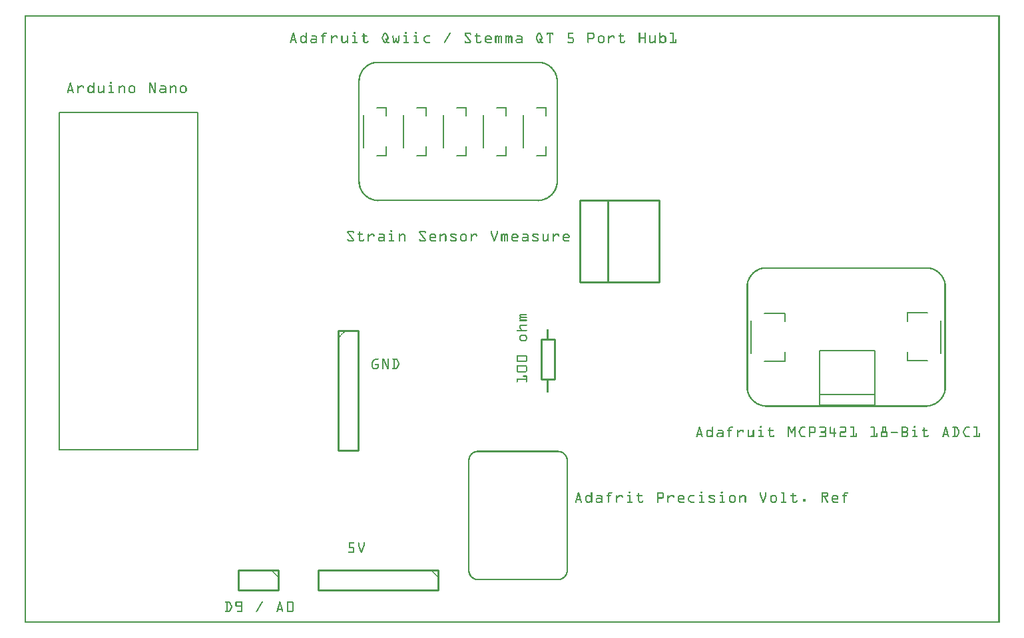
<source format=gto>
G04 MADE WITH FRITZING*
G04 WWW.FRITZING.ORG*
G04 DOUBLE SIDED*
G04 HOLES PLATED*
G04 CONTOUR ON CENTER OF CONTOUR VECTOR*
%ASAXBY*%
%FSLAX23Y23*%
%MOIN*%
%OFA0B0*%
%SFA1.0B1.0*%
%ADD10C,0.010000*%
%ADD11C,0.010417*%
%ADD12C,0.006000*%
%ADD13C,0.008000*%
%ADD14R,0.001000X0.001000*%
%LNSILK1*%
G90*
G70*
G54D10*
X1272Y263D02*
X1072Y263D01*
D02*
X1072Y263D02*
X1072Y163D01*
D02*
X1072Y163D02*
X1272Y163D01*
D02*
X1272Y163D02*
X1272Y263D01*
D02*
X2072Y263D02*
X1472Y263D01*
D02*
X1472Y263D02*
X1472Y163D01*
D02*
X1472Y163D02*
X2072Y163D01*
D02*
X2072Y163D02*
X2072Y263D01*
D02*
X2589Y1222D02*
X2589Y1422D01*
D02*
X2589Y1422D02*
X2655Y1422D01*
D02*
X2655Y1422D02*
X2655Y1222D01*
D02*
X2655Y1222D02*
X2589Y1222D01*
G54D11*
D02*
X3177Y1708D02*
X3177Y2119D01*
D02*
X3177Y2119D02*
X2781Y2119D01*
D02*
X2781Y2119D02*
X2781Y1708D01*
D02*
X2781Y1708D02*
X3177Y1708D01*
D02*
X2923Y2119D02*
X2923Y1708D01*
G54D12*
D02*
X3705Y1551D02*
X3807Y1551D01*
D02*
X3807Y1310D02*
X3705Y1310D01*
D02*
X3638Y1515D02*
X3638Y1350D01*
D02*
X4523Y1314D02*
X4421Y1314D01*
D02*
X4421Y1555D02*
X4523Y1555D01*
D02*
X4590Y1350D02*
X4590Y1515D01*
G54D13*
D02*
X3981Y1366D02*
X3981Y1146D01*
D02*
X3981Y1146D02*
X3981Y1091D01*
D02*
X3981Y1091D02*
X4257Y1091D01*
D02*
X4257Y1091D02*
X4257Y1146D01*
D02*
X4257Y1146D02*
X4257Y1366D01*
D02*
X4257Y1366D02*
X3981Y1366D01*
D02*
X3981Y1146D02*
X4257Y1146D01*
G54D12*
D02*
X1965Y2581D02*
X2012Y2581D01*
D02*
X2012Y2341D02*
X1965Y2341D01*
D02*
X1898Y2546D02*
X1898Y2380D01*
D02*
X2365Y2581D02*
X2412Y2581D01*
D02*
X2412Y2341D02*
X2365Y2341D01*
D02*
X2298Y2546D02*
X2298Y2380D01*
D02*
X2565Y2581D02*
X2612Y2581D01*
D02*
X2612Y2341D02*
X2565Y2341D01*
D02*
X2498Y2546D02*
X2498Y2380D01*
D02*
X1765Y2581D02*
X1812Y2581D01*
D02*
X1812Y2341D02*
X1765Y2341D01*
D02*
X1698Y2546D02*
X1698Y2380D01*
D02*
X2165Y2581D02*
X2212Y2581D01*
D02*
X2212Y2341D02*
X2165Y2341D01*
D02*
X2098Y2546D02*
X2098Y2380D01*
G54D10*
D02*
X1572Y1463D02*
X1572Y863D01*
D02*
X1572Y863D02*
X1672Y863D01*
D02*
X1672Y863D02*
X1672Y1463D01*
D02*
X1672Y1463D02*
X1572Y1463D01*
G54D13*
X176Y867D02*
X868Y867D01*
X868Y2559D01*
X176Y2559D01*
X176Y867D01*
D02*
G54D14*
X1Y3044D02*
X4883Y3044D01*
X1Y3043D02*
X4883Y3043D01*
X1Y3042D02*
X4883Y3042D01*
X1Y3041D02*
X4883Y3041D01*
X1Y3040D02*
X4883Y3040D01*
X1Y3039D02*
X4883Y3039D01*
X1Y3038D02*
X4883Y3038D01*
X1Y3037D02*
X4883Y3037D01*
X1Y3036D02*
X8Y3036D01*
X4876Y3036D02*
X4883Y3036D01*
X1Y3035D02*
X8Y3035D01*
X4876Y3035D02*
X4883Y3035D01*
X1Y3034D02*
X8Y3034D01*
X4876Y3034D02*
X4883Y3034D01*
X1Y3033D02*
X8Y3033D01*
X4876Y3033D02*
X4883Y3033D01*
X1Y3032D02*
X8Y3032D01*
X4876Y3032D02*
X4883Y3032D01*
X1Y3031D02*
X8Y3031D01*
X4876Y3031D02*
X4883Y3031D01*
X1Y3030D02*
X8Y3030D01*
X4876Y3030D02*
X4883Y3030D01*
X1Y3029D02*
X8Y3029D01*
X4876Y3029D02*
X4883Y3029D01*
X1Y3028D02*
X8Y3028D01*
X4876Y3028D02*
X4883Y3028D01*
X1Y3027D02*
X8Y3027D01*
X4876Y3027D02*
X4883Y3027D01*
X1Y3026D02*
X8Y3026D01*
X4876Y3026D02*
X4883Y3026D01*
X1Y3025D02*
X8Y3025D01*
X4876Y3025D02*
X4883Y3025D01*
X1Y3024D02*
X8Y3024D01*
X4876Y3024D02*
X4883Y3024D01*
X1Y3023D02*
X8Y3023D01*
X4876Y3023D02*
X4883Y3023D01*
X1Y3022D02*
X8Y3022D01*
X4876Y3022D02*
X4883Y3022D01*
X1Y3021D02*
X8Y3021D01*
X4876Y3021D02*
X4883Y3021D01*
X1Y3020D02*
X8Y3020D01*
X4876Y3020D02*
X4883Y3020D01*
X1Y3019D02*
X8Y3019D01*
X4876Y3019D02*
X4883Y3019D01*
X1Y3018D02*
X8Y3018D01*
X4876Y3018D02*
X4883Y3018D01*
X1Y3017D02*
X8Y3017D01*
X4876Y3017D02*
X4883Y3017D01*
X1Y3016D02*
X8Y3016D01*
X4876Y3016D02*
X4883Y3016D01*
X1Y3015D02*
X8Y3015D01*
X4876Y3015D02*
X4883Y3015D01*
X1Y3014D02*
X8Y3014D01*
X4876Y3014D02*
X4883Y3014D01*
X1Y3013D02*
X8Y3013D01*
X4876Y3013D02*
X4883Y3013D01*
X1Y3012D02*
X8Y3012D01*
X4876Y3012D02*
X4883Y3012D01*
X1Y3011D02*
X8Y3011D01*
X4876Y3011D02*
X4883Y3011D01*
X1Y3010D02*
X8Y3010D01*
X4876Y3010D02*
X4883Y3010D01*
X1Y3009D02*
X8Y3009D01*
X4876Y3009D02*
X4883Y3009D01*
X1Y3008D02*
X8Y3008D01*
X4876Y3008D02*
X4883Y3008D01*
X1Y3007D02*
X8Y3007D01*
X4876Y3007D02*
X4883Y3007D01*
X1Y3006D02*
X8Y3006D01*
X4876Y3006D02*
X4883Y3006D01*
X1Y3005D02*
X8Y3005D01*
X4876Y3005D02*
X4883Y3005D01*
X1Y3004D02*
X8Y3004D01*
X4876Y3004D02*
X4883Y3004D01*
X1Y3003D02*
X8Y3003D01*
X4876Y3003D02*
X4883Y3003D01*
X1Y3002D02*
X8Y3002D01*
X4876Y3002D02*
X4883Y3002D01*
X1Y3001D02*
X8Y3001D01*
X4876Y3001D02*
X4883Y3001D01*
X1Y3000D02*
X8Y3000D01*
X4876Y3000D02*
X4883Y3000D01*
X1Y2999D02*
X8Y2999D01*
X4876Y2999D02*
X4883Y2999D01*
X1Y2998D02*
X8Y2998D01*
X4876Y2998D02*
X4883Y2998D01*
X1Y2997D02*
X8Y2997D01*
X4876Y2997D02*
X4883Y2997D01*
X1Y2996D02*
X8Y2996D01*
X4876Y2996D02*
X4883Y2996D01*
X1Y2995D02*
X8Y2995D01*
X4876Y2995D02*
X4883Y2995D01*
X1Y2994D02*
X8Y2994D01*
X4876Y2994D02*
X4883Y2994D01*
X1Y2993D02*
X8Y2993D01*
X4876Y2993D02*
X4883Y2993D01*
X1Y2992D02*
X8Y2992D01*
X4876Y2992D02*
X4883Y2992D01*
X1Y2991D02*
X8Y2991D01*
X4876Y2991D02*
X4883Y2991D01*
X1Y2990D02*
X8Y2990D01*
X4876Y2990D02*
X4883Y2990D01*
X1Y2989D02*
X8Y2989D01*
X4876Y2989D02*
X4883Y2989D01*
X1Y2988D02*
X8Y2988D01*
X4876Y2988D02*
X4883Y2988D01*
X1Y2987D02*
X8Y2987D01*
X4876Y2987D02*
X4883Y2987D01*
X1Y2986D02*
X8Y2986D01*
X4876Y2986D02*
X4883Y2986D01*
X1Y2985D02*
X8Y2985D01*
X4876Y2985D02*
X4883Y2985D01*
X1Y2984D02*
X8Y2984D01*
X4876Y2984D02*
X4883Y2984D01*
X1Y2983D02*
X8Y2983D01*
X4876Y2983D02*
X4883Y2983D01*
X1Y2982D02*
X8Y2982D01*
X4876Y2982D02*
X4883Y2982D01*
X1Y2981D02*
X8Y2981D01*
X4876Y2981D02*
X4883Y2981D01*
X1Y2980D02*
X8Y2980D01*
X4876Y2980D02*
X4883Y2980D01*
X1Y2979D02*
X8Y2979D01*
X4876Y2979D02*
X4883Y2979D01*
X1Y2978D02*
X8Y2978D01*
X4876Y2978D02*
X4883Y2978D01*
X1Y2977D02*
X8Y2977D01*
X4876Y2977D02*
X4883Y2977D01*
X1Y2976D02*
X8Y2976D01*
X4876Y2976D02*
X4883Y2976D01*
X1Y2975D02*
X8Y2975D01*
X4876Y2975D02*
X4883Y2975D01*
X1Y2974D02*
X8Y2974D01*
X4876Y2974D02*
X4883Y2974D01*
X1Y2973D02*
X8Y2973D01*
X4876Y2973D02*
X4883Y2973D01*
X1Y2972D02*
X8Y2972D01*
X4876Y2972D02*
X4883Y2972D01*
X1Y2971D02*
X8Y2971D01*
X4876Y2971D02*
X4883Y2971D01*
X1Y2970D02*
X8Y2970D01*
X4876Y2970D02*
X4883Y2970D01*
X1Y2969D02*
X8Y2969D01*
X4876Y2969D02*
X4883Y2969D01*
X1Y2968D02*
X8Y2968D01*
X4876Y2968D02*
X4883Y2968D01*
X1Y2967D02*
X8Y2967D01*
X4876Y2967D02*
X4883Y2967D01*
X1Y2966D02*
X8Y2966D01*
X4876Y2966D02*
X4883Y2966D01*
X1Y2965D02*
X8Y2965D01*
X4876Y2965D02*
X4883Y2965D01*
X1Y2964D02*
X8Y2964D01*
X4876Y2964D02*
X4883Y2964D01*
X1Y2963D02*
X8Y2963D01*
X4876Y2963D02*
X4883Y2963D01*
X1Y2962D02*
X8Y2962D01*
X4876Y2962D02*
X4883Y2962D01*
X1Y2961D02*
X8Y2961D01*
X1651Y2961D02*
X1656Y2961D01*
X1908Y2961D02*
X1913Y2961D01*
X1959Y2961D02*
X1964Y2961D01*
X4876Y2961D02*
X4883Y2961D01*
X1Y2960D02*
X8Y2960D01*
X1650Y2960D02*
X1657Y2960D01*
X1906Y2960D02*
X1914Y2960D01*
X1958Y2960D02*
X1966Y2960D01*
X4876Y2960D02*
X4883Y2960D01*
X1Y2959D02*
X8Y2959D01*
X1649Y2959D02*
X1658Y2959D01*
X1906Y2959D02*
X1915Y2959D01*
X1957Y2959D02*
X1966Y2959D01*
X4876Y2959D02*
X4883Y2959D01*
X1Y2958D02*
X8Y2958D01*
X1346Y2958D02*
X1348Y2958D01*
X1411Y2958D02*
X1413Y2958D01*
X1502Y2958D02*
X1514Y2958D01*
X1649Y2958D02*
X1658Y2958D01*
X1805Y2958D02*
X1809Y2958D01*
X1906Y2958D02*
X1915Y2958D01*
X1957Y2958D02*
X1966Y2958D01*
X2130Y2958D02*
X2132Y2958D01*
X2209Y2958D02*
X2230Y2958D01*
X2576Y2958D02*
X2579Y2958D01*
X2616Y2958D02*
X2647Y2958D01*
X2723Y2958D02*
X2747Y2958D01*
X2820Y2958D02*
X2846Y2958D01*
X3079Y2958D02*
X3081Y2958D01*
X3107Y2958D02*
X3108Y2958D01*
X3182Y2958D02*
X3184Y2958D01*
X3233Y2958D02*
X3250Y2958D01*
X4876Y2958D02*
X4883Y2958D01*
X1Y2957D02*
X8Y2957D01*
X1345Y2957D02*
X1349Y2957D01*
X1410Y2957D02*
X1414Y2957D01*
X1500Y2957D02*
X1515Y2957D01*
X1649Y2957D02*
X1658Y2957D01*
X1803Y2957D02*
X1811Y2957D01*
X1906Y2957D02*
X1915Y2957D01*
X1957Y2957D02*
X1966Y2957D01*
X2129Y2957D02*
X2133Y2957D01*
X2207Y2957D02*
X2233Y2957D01*
X2573Y2957D02*
X2582Y2957D01*
X2615Y2957D02*
X2648Y2957D01*
X2723Y2957D02*
X2749Y2957D01*
X2820Y2957D02*
X2848Y2957D01*
X3078Y2957D02*
X3082Y2957D01*
X3105Y2957D02*
X3110Y2957D01*
X3181Y2957D02*
X3185Y2957D01*
X3232Y2957D02*
X3251Y2957D01*
X4876Y2957D02*
X4883Y2957D01*
X1Y2956D02*
X8Y2956D01*
X1344Y2956D02*
X1350Y2956D01*
X1409Y2956D02*
X1415Y2956D01*
X1498Y2956D02*
X1516Y2956D01*
X1649Y2956D02*
X1658Y2956D01*
X1801Y2956D02*
X1812Y2956D01*
X1906Y2956D02*
X1915Y2956D01*
X1957Y2956D02*
X1966Y2956D01*
X2128Y2956D02*
X2134Y2956D01*
X2206Y2956D02*
X2234Y2956D01*
X2572Y2956D02*
X2583Y2956D01*
X2614Y2956D02*
X2649Y2956D01*
X2723Y2956D02*
X2749Y2956D01*
X2820Y2956D02*
X2850Y2956D01*
X3077Y2956D02*
X3083Y2956D01*
X3105Y2956D02*
X3110Y2956D01*
X3180Y2956D02*
X3186Y2956D01*
X3231Y2956D02*
X3251Y2956D01*
X4876Y2956D02*
X4883Y2956D01*
X1Y2955D02*
X8Y2955D01*
X1344Y2955D02*
X1350Y2955D01*
X1409Y2955D02*
X1415Y2955D01*
X1497Y2955D02*
X1516Y2955D01*
X1649Y2955D02*
X1658Y2955D01*
X1698Y2955D02*
X1701Y2955D01*
X1800Y2955D02*
X1813Y2955D01*
X1906Y2955D02*
X1915Y2955D01*
X1957Y2955D02*
X1966Y2955D01*
X2128Y2955D02*
X2134Y2955D01*
X2205Y2955D02*
X2235Y2955D01*
X2264Y2955D02*
X2266Y2955D01*
X2571Y2955D02*
X2584Y2955D01*
X2614Y2955D02*
X2649Y2955D01*
X2723Y2955D02*
X2749Y2955D01*
X2820Y2955D02*
X2851Y2955D01*
X2983Y2955D02*
X2985Y2955D01*
X3077Y2955D02*
X3083Y2955D01*
X3105Y2955D02*
X3111Y2955D01*
X3180Y2955D02*
X3186Y2955D01*
X3231Y2955D02*
X3251Y2955D01*
X4876Y2955D02*
X4883Y2955D01*
X1Y2954D02*
X8Y2954D01*
X1343Y2954D02*
X1350Y2954D01*
X1409Y2954D02*
X1415Y2954D01*
X1496Y2954D02*
X1516Y2954D01*
X1649Y2954D02*
X1658Y2954D01*
X1697Y2954D02*
X1702Y2954D01*
X1800Y2954D02*
X1814Y2954D01*
X1906Y2954D02*
X1915Y2954D01*
X1957Y2954D02*
X1966Y2954D01*
X2127Y2954D02*
X2134Y2954D01*
X2204Y2954D02*
X2236Y2954D01*
X2262Y2954D02*
X2267Y2954D01*
X2570Y2954D02*
X2585Y2954D01*
X2614Y2954D02*
X2649Y2954D01*
X2723Y2954D02*
X2749Y2954D01*
X2820Y2954D02*
X2852Y2954D01*
X2982Y2954D02*
X2986Y2954D01*
X3077Y2954D02*
X3083Y2954D01*
X3105Y2954D02*
X3111Y2954D01*
X3180Y2954D02*
X3186Y2954D01*
X3231Y2954D02*
X3251Y2954D01*
X4876Y2954D02*
X4883Y2954D01*
X1Y2953D02*
X8Y2953D01*
X1343Y2953D02*
X1351Y2953D01*
X1409Y2953D02*
X1415Y2953D01*
X1495Y2953D02*
X1515Y2953D01*
X1649Y2953D02*
X1657Y2953D01*
X1697Y2953D02*
X1702Y2953D01*
X1799Y2953D02*
X1815Y2953D01*
X1906Y2953D02*
X1914Y2953D01*
X1958Y2953D02*
X1966Y2953D01*
X2127Y2953D02*
X2134Y2953D01*
X2204Y2953D02*
X2236Y2953D01*
X2262Y2953D02*
X2268Y2953D01*
X2570Y2953D02*
X2585Y2953D01*
X2614Y2953D02*
X2649Y2953D01*
X2723Y2953D02*
X2749Y2953D01*
X2820Y2953D02*
X2852Y2953D01*
X2981Y2953D02*
X2987Y2953D01*
X3077Y2953D02*
X3083Y2953D01*
X3105Y2953D02*
X3111Y2953D01*
X3180Y2953D02*
X3186Y2953D01*
X3232Y2953D02*
X3251Y2953D01*
X4876Y2953D02*
X4883Y2953D01*
X1Y2952D02*
X8Y2952D01*
X1343Y2952D02*
X1351Y2952D01*
X1409Y2952D02*
X1415Y2952D01*
X1494Y2952D02*
X1514Y2952D01*
X1650Y2952D02*
X1656Y2952D01*
X1697Y2952D02*
X1703Y2952D01*
X1799Y2952D02*
X1815Y2952D01*
X1907Y2952D02*
X1913Y2952D01*
X1959Y2952D02*
X1965Y2952D01*
X2126Y2952D02*
X2133Y2952D01*
X2204Y2952D02*
X2237Y2952D01*
X2262Y2952D02*
X2268Y2952D01*
X2569Y2952D02*
X2586Y2952D01*
X2614Y2952D02*
X2649Y2952D01*
X2723Y2952D02*
X2748Y2952D01*
X2820Y2952D02*
X2853Y2952D01*
X2981Y2952D02*
X2987Y2952D01*
X3077Y2952D02*
X3083Y2952D01*
X3105Y2952D02*
X3111Y2952D01*
X3180Y2952D02*
X3186Y2952D01*
X3233Y2952D02*
X3251Y2952D01*
X4876Y2952D02*
X4883Y2952D01*
X1Y2951D02*
X8Y2951D01*
X1343Y2951D02*
X1351Y2951D01*
X1409Y2951D02*
X1415Y2951D01*
X1494Y2951D02*
X1502Y2951D01*
X1697Y2951D02*
X1703Y2951D01*
X1798Y2951D02*
X1805Y2951D01*
X1808Y2951D02*
X1816Y2951D01*
X2125Y2951D02*
X2133Y2951D01*
X2204Y2951D02*
X2210Y2951D01*
X2230Y2951D02*
X2237Y2951D01*
X2262Y2951D02*
X2268Y2951D01*
X2569Y2951D02*
X2576Y2951D01*
X2579Y2951D02*
X2586Y2951D01*
X2614Y2951D02*
X2620Y2951D01*
X2628Y2951D02*
X2634Y2951D01*
X2643Y2951D02*
X2649Y2951D01*
X2723Y2951D02*
X2729Y2951D01*
X2820Y2951D02*
X2826Y2951D01*
X2845Y2951D02*
X2853Y2951D01*
X2981Y2951D02*
X2987Y2951D01*
X3077Y2951D02*
X3083Y2951D01*
X3105Y2951D02*
X3111Y2951D01*
X3180Y2951D02*
X3186Y2951D01*
X3245Y2951D02*
X3251Y2951D01*
X4876Y2951D02*
X4883Y2951D01*
X1Y2950D02*
X8Y2950D01*
X1342Y2950D02*
X1351Y2950D01*
X1409Y2950D02*
X1415Y2950D01*
X1493Y2950D02*
X1501Y2950D01*
X1697Y2950D02*
X1703Y2950D01*
X1798Y2950D02*
X1805Y2950D01*
X1809Y2950D02*
X1816Y2950D01*
X2125Y2950D02*
X2132Y2950D01*
X2204Y2950D02*
X2210Y2950D01*
X2231Y2950D02*
X2237Y2950D01*
X2262Y2950D02*
X2268Y2950D01*
X2568Y2950D02*
X2575Y2950D01*
X2580Y2950D02*
X2587Y2950D01*
X2614Y2950D02*
X2620Y2950D01*
X2628Y2950D02*
X2634Y2950D01*
X2643Y2950D02*
X2649Y2950D01*
X2723Y2950D02*
X2729Y2950D01*
X2820Y2950D02*
X2826Y2950D01*
X2847Y2950D02*
X2853Y2950D01*
X2981Y2950D02*
X2987Y2950D01*
X3077Y2950D02*
X3083Y2950D01*
X3105Y2950D02*
X3111Y2950D01*
X3180Y2950D02*
X3186Y2950D01*
X3245Y2950D02*
X3251Y2950D01*
X4876Y2950D02*
X4883Y2950D01*
X1Y2949D02*
X8Y2949D01*
X1342Y2949D02*
X1352Y2949D01*
X1409Y2949D02*
X1415Y2949D01*
X1493Y2949D02*
X1500Y2949D01*
X1697Y2949D02*
X1703Y2949D01*
X1797Y2949D02*
X1804Y2949D01*
X1810Y2949D02*
X1817Y2949D01*
X2124Y2949D02*
X2131Y2949D01*
X2204Y2949D02*
X2210Y2949D01*
X2231Y2949D02*
X2237Y2949D01*
X2262Y2949D02*
X2268Y2949D01*
X2568Y2949D02*
X2575Y2949D01*
X2580Y2949D02*
X2587Y2949D01*
X2614Y2949D02*
X2620Y2949D01*
X2628Y2949D02*
X2634Y2949D01*
X2643Y2949D02*
X2649Y2949D01*
X2723Y2949D02*
X2729Y2949D01*
X2820Y2949D02*
X2826Y2949D01*
X2847Y2949D02*
X2853Y2949D01*
X2981Y2949D02*
X2987Y2949D01*
X3077Y2949D02*
X3083Y2949D01*
X3105Y2949D02*
X3111Y2949D01*
X3180Y2949D02*
X3186Y2949D01*
X3245Y2949D02*
X3251Y2949D01*
X4876Y2949D02*
X4883Y2949D01*
X1Y2948D02*
X8Y2948D01*
X1342Y2948D02*
X1352Y2948D01*
X1409Y2948D02*
X1415Y2948D01*
X1493Y2948D02*
X1499Y2948D01*
X1697Y2948D02*
X1703Y2948D01*
X1797Y2948D02*
X1803Y2948D01*
X1810Y2948D02*
X1817Y2948D01*
X2124Y2948D02*
X2131Y2948D01*
X2204Y2948D02*
X2211Y2948D01*
X2231Y2948D02*
X2237Y2948D01*
X2262Y2948D02*
X2268Y2948D01*
X2567Y2948D02*
X2574Y2948D01*
X2581Y2948D02*
X2588Y2948D01*
X2614Y2948D02*
X2620Y2948D01*
X2628Y2948D02*
X2634Y2948D01*
X2643Y2948D02*
X2649Y2948D01*
X2723Y2948D02*
X2729Y2948D01*
X2820Y2948D02*
X2826Y2948D01*
X2848Y2948D02*
X2854Y2948D01*
X2981Y2948D02*
X2987Y2948D01*
X3077Y2948D02*
X3083Y2948D01*
X3105Y2948D02*
X3111Y2948D01*
X3180Y2948D02*
X3186Y2948D01*
X3245Y2948D02*
X3251Y2948D01*
X4876Y2948D02*
X4883Y2948D01*
X1Y2947D02*
X8Y2947D01*
X1341Y2947D02*
X1352Y2947D01*
X1409Y2947D02*
X1415Y2947D01*
X1493Y2947D02*
X1499Y2947D01*
X1697Y2947D02*
X1703Y2947D01*
X1796Y2947D02*
X1803Y2947D01*
X1811Y2947D02*
X1818Y2947D01*
X2123Y2947D02*
X2130Y2947D01*
X2204Y2947D02*
X2212Y2947D01*
X2232Y2947D02*
X2236Y2947D01*
X2262Y2947D02*
X2268Y2947D01*
X2567Y2947D02*
X2574Y2947D01*
X2582Y2947D02*
X2588Y2947D01*
X2614Y2947D02*
X2619Y2947D01*
X2628Y2947D02*
X2634Y2947D01*
X2643Y2947D02*
X2648Y2947D01*
X2723Y2947D02*
X2729Y2947D01*
X2820Y2947D02*
X2826Y2947D01*
X2848Y2947D02*
X2854Y2947D01*
X2981Y2947D02*
X2987Y2947D01*
X3077Y2947D02*
X3083Y2947D01*
X3105Y2947D02*
X3111Y2947D01*
X3180Y2947D02*
X3186Y2947D01*
X3245Y2947D02*
X3251Y2947D01*
X4876Y2947D02*
X4883Y2947D01*
X1Y2946D02*
X8Y2946D01*
X1341Y2946D02*
X1353Y2946D01*
X1409Y2946D02*
X1415Y2946D01*
X1493Y2946D02*
X1499Y2946D01*
X1697Y2946D02*
X1703Y2946D01*
X1796Y2946D02*
X1802Y2946D01*
X1811Y2946D02*
X1818Y2946D01*
X2122Y2946D02*
X2130Y2946D01*
X2205Y2946D02*
X2213Y2946D01*
X2233Y2946D02*
X2235Y2946D01*
X2262Y2946D02*
X2268Y2946D01*
X2566Y2946D02*
X2573Y2946D01*
X2582Y2946D02*
X2589Y2946D01*
X2616Y2946D02*
X2618Y2946D01*
X2628Y2946D02*
X2634Y2946D01*
X2644Y2946D02*
X2647Y2946D01*
X2723Y2946D02*
X2729Y2946D01*
X2820Y2946D02*
X2826Y2946D01*
X2848Y2946D02*
X2854Y2946D01*
X2981Y2946D02*
X2987Y2946D01*
X3077Y2946D02*
X3083Y2946D01*
X3105Y2946D02*
X3111Y2946D01*
X3180Y2946D02*
X3186Y2946D01*
X3245Y2946D02*
X3251Y2946D01*
X4876Y2946D02*
X4883Y2946D01*
X1Y2945D02*
X8Y2945D01*
X1341Y2945D02*
X1353Y2945D01*
X1409Y2945D02*
X1415Y2945D01*
X1493Y2945D02*
X1499Y2945D01*
X1697Y2945D02*
X1703Y2945D01*
X1795Y2945D02*
X1802Y2945D01*
X1812Y2945D02*
X1819Y2945D01*
X2122Y2945D02*
X2129Y2945D01*
X2206Y2945D02*
X2214Y2945D01*
X2262Y2945D02*
X2268Y2945D01*
X2566Y2945D02*
X2573Y2945D01*
X2583Y2945D02*
X2589Y2945D01*
X2628Y2945D02*
X2634Y2945D01*
X2723Y2945D02*
X2729Y2945D01*
X2820Y2945D02*
X2826Y2945D01*
X2848Y2945D02*
X2854Y2945D01*
X2981Y2945D02*
X2987Y2945D01*
X3077Y2945D02*
X3083Y2945D01*
X3105Y2945D02*
X3111Y2945D01*
X3180Y2945D02*
X3186Y2945D01*
X3245Y2945D02*
X3251Y2945D01*
X4876Y2945D02*
X4883Y2945D01*
X1Y2944D02*
X8Y2944D01*
X1340Y2944D02*
X1353Y2944D01*
X1409Y2944D02*
X1415Y2944D01*
X1493Y2944D02*
X1499Y2944D01*
X1696Y2944D02*
X1703Y2944D01*
X1795Y2944D02*
X1801Y2944D01*
X1812Y2944D02*
X1819Y2944D01*
X2121Y2944D02*
X2128Y2944D01*
X2206Y2944D02*
X2214Y2944D01*
X2262Y2944D02*
X2268Y2944D01*
X2565Y2944D02*
X2572Y2944D01*
X2583Y2944D02*
X2590Y2944D01*
X2628Y2944D02*
X2634Y2944D01*
X2723Y2944D02*
X2729Y2944D01*
X2820Y2944D02*
X2826Y2944D01*
X2848Y2944D02*
X2854Y2944D01*
X2981Y2944D02*
X2987Y2944D01*
X3077Y2944D02*
X3083Y2944D01*
X3105Y2944D02*
X3111Y2944D01*
X3180Y2944D02*
X3186Y2944D01*
X3245Y2944D02*
X3251Y2944D01*
X4876Y2944D02*
X4883Y2944D01*
X1Y2943D02*
X8Y2943D01*
X1340Y2943D02*
X1353Y2943D01*
X1391Y2943D02*
X1402Y2943D01*
X1409Y2943D02*
X1415Y2943D01*
X1439Y2943D02*
X1459Y2943D01*
X1487Y2943D02*
X1507Y2943D01*
X1537Y2943D02*
X1540Y2943D01*
X1551Y2943D02*
X1563Y2943D01*
X1589Y2943D02*
X1592Y2943D01*
X1616Y2943D02*
X1619Y2943D01*
X1643Y2943D02*
X1656Y2943D01*
X1691Y2943D02*
X1716Y2943D01*
X1794Y2943D02*
X1801Y2943D01*
X1813Y2943D02*
X1820Y2943D01*
X1845Y2943D02*
X1848Y2943D01*
X1874Y2943D02*
X1877Y2943D01*
X1900Y2943D02*
X1913Y2943D01*
X1952Y2943D02*
X1965Y2943D01*
X2011Y2943D02*
X2030Y2943D01*
X2121Y2943D02*
X2128Y2943D01*
X2207Y2943D02*
X2215Y2943D01*
X2256Y2943D02*
X2281Y2943D01*
X2316Y2943D02*
X2330Y2943D01*
X2359Y2943D02*
X2361Y2943D01*
X2367Y2943D02*
X2372Y2943D01*
X2381Y2943D02*
X2386Y2943D01*
X2410Y2943D02*
X2413Y2943D01*
X2418Y2943D02*
X2423Y2943D01*
X2433Y2943D02*
X2437Y2943D01*
X2467Y2943D02*
X2486Y2943D01*
X2565Y2943D02*
X2572Y2943D01*
X2584Y2943D02*
X2590Y2943D01*
X2628Y2943D02*
X2634Y2943D01*
X2723Y2943D02*
X2729Y2943D01*
X2820Y2943D02*
X2826Y2943D01*
X2848Y2943D02*
X2854Y2943D01*
X2881Y2943D02*
X2895Y2943D01*
X2924Y2943D02*
X2927Y2943D01*
X2938Y2943D02*
X2950Y2943D01*
X2976Y2943D02*
X3001Y2943D01*
X3077Y2943D02*
X3083Y2943D01*
X3105Y2943D02*
X3111Y2943D01*
X3130Y2943D02*
X3133Y2943D01*
X3157Y2943D02*
X3160Y2943D01*
X3180Y2943D02*
X3186Y2943D01*
X3193Y2943D02*
X3204Y2943D01*
X3245Y2943D02*
X3251Y2943D01*
X4876Y2943D02*
X4883Y2943D01*
X1Y2942D02*
X8Y2942D01*
X1340Y2942D02*
X1354Y2942D01*
X1389Y2942D02*
X1404Y2942D01*
X1409Y2942D02*
X1415Y2942D01*
X1438Y2942D02*
X1461Y2942D01*
X1486Y2942D02*
X1508Y2942D01*
X1536Y2942D02*
X1541Y2942D01*
X1550Y2942D02*
X1565Y2942D01*
X1588Y2942D02*
X1593Y2942D01*
X1615Y2942D02*
X1619Y2942D01*
X1642Y2942D02*
X1657Y2942D01*
X1690Y2942D02*
X1717Y2942D01*
X1794Y2942D02*
X1800Y2942D01*
X1813Y2942D02*
X1820Y2942D01*
X1844Y2942D02*
X1849Y2942D01*
X1873Y2942D02*
X1878Y2942D01*
X1899Y2942D02*
X1914Y2942D01*
X1951Y2942D02*
X1966Y2942D01*
X2008Y2942D02*
X2031Y2942D01*
X2120Y2942D02*
X2127Y2942D01*
X2208Y2942D02*
X2216Y2942D01*
X2255Y2942D02*
X2282Y2942D01*
X2314Y2942D02*
X2332Y2942D01*
X2358Y2942D02*
X2362Y2942D01*
X2365Y2942D02*
X2374Y2942D01*
X2379Y2942D02*
X2388Y2942D01*
X2409Y2942D02*
X2414Y2942D01*
X2416Y2942D02*
X2425Y2942D01*
X2431Y2942D02*
X2439Y2942D01*
X2466Y2942D02*
X2489Y2942D01*
X2564Y2942D02*
X2571Y2942D01*
X2584Y2942D02*
X2591Y2942D01*
X2628Y2942D02*
X2634Y2942D01*
X2723Y2942D02*
X2729Y2942D01*
X2820Y2942D02*
X2826Y2942D01*
X2848Y2942D02*
X2854Y2942D01*
X2879Y2942D02*
X2898Y2942D01*
X2923Y2942D02*
X2928Y2942D01*
X2937Y2942D02*
X2952Y2942D01*
X2975Y2942D02*
X3002Y2942D01*
X3077Y2942D02*
X3083Y2942D01*
X3105Y2942D02*
X3111Y2942D01*
X3129Y2942D02*
X3134Y2942D01*
X3156Y2942D02*
X3161Y2942D01*
X3180Y2942D02*
X3186Y2942D01*
X3191Y2942D02*
X3206Y2942D01*
X3245Y2942D02*
X3251Y2942D01*
X4876Y2942D02*
X4883Y2942D01*
X1Y2941D02*
X8Y2941D01*
X1340Y2941D02*
X1346Y2941D01*
X1348Y2941D02*
X1354Y2941D01*
X1387Y2941D02*
X1405Y2941D01*
X1409Y2941D02*
X1415Y2941D01*
X1438Y2941D02*
X1462Y2941D01*
X1486Y2941D02*
X1509Y2941D01*
X1536Y2941D02*
X1541Y2941D01*
X1548Y2941D02*
X1566Y2941D01*
X1588Y2941D02*
X1593Y2941D01*
X1614Y2941D02*
X1620Y2941D01*
X1642Y2941D02*
X1658Y2941D01*
X1690Y2941D02*
X1718Y2941D01*
X1793Y2941D02*
X1800Y2941D01*
X1814Y2941D02*
X1821Y2941D01*
X1843Y2941D02*
X1849Y2941D01*
X1872Y2941D02*
X1878Y2941D01*
X1899Y2941D02*
X1915Y2941D01*
X1950Y2941D02*
X1966Y2941D01*
X2007Y2941D02*
X2031Y2941D01*
X2120Y2941D02*
X2127Y2941D01*
X2209Y2941D02*
X2217Y2941D01*
X2255Y2941D02*
X2283Y2941D01*
X2312Y2941D02*
X2334Y2941D01*
X2357Y2941D02*
X2375Y2941D01*
X2379Y2941D02*
X2389Y2941D01*
X2409Y2941D02*
X2426Y2941D01*
X2429Y2941D02*
X2440Y2941D01*
X2465Y2941D02*
X2490Y2941D01*
X2564Y2941D02*
X2571Y2941D01*
X2585Y2941D02*
X2591Y2941D01*
X2628Y2941D02*
X2634Y2941D01*
X2723Y2941D02*
X2729Y2941D01*
X2820Y2941D02*
X2826Y2941D01*
X2848Y2941D02*
X2854Y2941D01*
X2877Y2941D02*
X2899Y2941D01*
X2923Y2941D02*
X2929Y2941D01*
X2936Y2941D02*
X2954Y2941D01*
X2974Y2941D02*
X3002Y2941D01*
X3077Y2941D02*
X3083Y2941D01*
X3105Y2941D02*
X3111Y2941D01*
X3129Y2941D02*
X3135Y2941D01*
X3156Y2941D02*
X3161Y2941D01*
X3180Y2941D02*
X3186Y2941D01*
X3189Y2941D02*
X3207Y2941D01*
X3245Y2941D02*
X3251Y2941D01*
X4876Y2941D02*
X4883Y2941D01*
X1Y2940D02*
X8Y2940D01*
X1339Y2940D02*
X1346Y2940D01*
X1348Y2940D02*
X1354Y2940D01*
X1386Y2940D02*
X1407Y2940D01*
X1409Y2940D02*
X1415Y2940D01*
X1438Y2940D02*
X1463Y2940D01*
X1486Y2940D02*
X1509Y2940D01*
X1536Y2940D02*
X1542Y2940D01*
X1547Y2940D02*
X1567Y2940D01*
X1587Y2940D02*
X1593Y2940D01*
X1614Y2940D02*
X1620Y2940D01*
X1642Y2940D02*
X1658Y2940D01*
X1690Y2940D02*
X1718Y2940D01*
X1793Y2940D02*
X1799Y2940D01*
X1814Y2940D02*
X1821Y2940D01*
X1843Y2940D02*
X1849Y2940D01*
X1872Y2940D02*
X1878Y2940D01*
X1899Y2940D02*
X1915Y2940D01*
X1950Y2940D02*
X1966Y2940D01*
X2006Y2940D02*
X2032Y2940D01*
X2119Y2940D02*
X2126Y2940D01*
X2209Y2940D02*
X2217Y2940D01*
X2255Y2940D02*
X2283Y2940D01*
X2311Y2940D02*
X2335Y2940D01*
X2357Y2940D02*
X2390Y2940D01*
X2408Y2940D02*
X2441Y2940D01*
X2465Y2940D02*
X2491Y2940D01*
X2563Y2940D02*
X2570Y2940D01*
X2585Y2940D02*
X2592Y2940D01*
X2628Y2940D02*
X2634Y2940D01*
X2723Y2940D02*
X2729Y2940D01*
X2820Y2940D02*
X2826Y2940D01*
X2848Y2940D02*
X2854Y2940D01*
X2876Y2940D02*
X2900Y2940D01*
X2923Y2940D02*
X2929Y2940D01*
X2934Y2940D02*
X2955Y2940D01*
X2974Y2940D02*
X3002Y2940D01*
X3077Y2940D02*
X3083Y2940D01*
X3105Y2940D02*
X3111Y2940D01*
X3129Y2940D02*
X3135Y2940D01*
X3155Y2940D02*
X3161Y2940D01*
X3180Y2940D02*
X3186Y2940D01*
X3188Y2940D02*
X3209Y2940D01*
X3245Y2940D02*
X3251Y2940D01*
X4876Y2940D02*
X4883Y2940D01*
X1Y2939D02*
X8Y2939D01*
X1339Y2939D02*
X1345Y2939D01*
X1348Y2939D02*
X1355Y2939D01*
X1385Y2939D02*
X1415Y2939D01*
X1438Y2939D02*
X1464Y2939D01*
X1486Y2939D02*
X1509Y2939D01*
X1536Y2939D02*
X1542Y2939D01*
X1546Y2939D02*
X1568Y2939D01*
X1587Y2939D02*
X1593Y2939D01*
X1614Y2939D02*
X1620Y2939D01*
X1642Y2939D02*
X1658Y2939D01*
X1690Y2939D02*
X1717Y2939D01*
X1792Y2939D02*
X1799Y2939D01*
X1815Y2939D02*
X1822Y2939D01*
X1843Y2939D02*
X1849Y2939D01*
X1872Y2939D02*
X1878Y2939D01*
X1899Y2939D02*
X1915Y2939D01*
X1950Y2939D02*
X1966Y2939D01*
X2005Y2939D02*
X2031Y2939D01*
X2118Y2939D02*
X2126Y2939D01*
X2210Y2939D02*
X2218Y2939D01*
X2255Y2939D02*
X2283Y2939D01*
X2310Y2939D02*
X2336Y2939D01*
X2357Y2939D02*
X2391Y2939D01*
X2408Y2939D02*
X2442Y2939D01*
X2466Y2939D02*
X2492Y2939D01*
X2563Y2939D02*
X2570Y2939D01*
X2586Y2939D02*
X2592Y2939D01*
X2628Y2939D02*
X2634Y2939D01*
X2723Y2939D02*
X2729Y2939D01*
X2820Y2939D02*
X2826Y2939D01*
X2848Y2939D02*
X2854Y2939D01*
X2875Y2939D02*
X2901Y2939D01*
X2923Y2939D02*
X2929Y2939D01*
X2933Y2939D02*
X2955Y2939D01*
X2974Y2939D02*
X3002Y2939D01*
X3077Y2939D02*
X3083Y2939D01*
X3105Y2939D02*
X3111Y2939D01*
X3129Y2939D02*
X3135Y2939D01*
X3155Y2939D02*
X3161Y2939D01*
X3180Y2939D02*
X3210Y2939D01*
X3245Y2939D02*
X3251Y2939D01*
X4876Y2939D02*
X4883Y2939D01*
X1Y2938D02*
X8Y2938D01*
X1339Y2938D02*
X1345Y2938D01*
X1349Y2938D02*
X1355Y2938D01*
X1384Y2938D02*
X1415Y2938D01*
X1439Y2938D02*
X1465Y2938D01*
X1487Y2938D02*
X1508Y2938D01*
X1536Y2938D02*
X1542Y2938D01*
X1545Y2938D02*
X1568Y2938D01*
X1587Y2938D02*
X1593Y2938D01*
X1614Y2938D02*
X1620Y2938D01*
X1643Y2938D02*
X1658Y2938D01*
X1690Y2938D02*
X1717Y2938D01*
X1792Y2938D02*
X1798Y2938D01*
X1815Y2938D02*
X1822Y2938D01*
X1843Y2938D02*
X1849Y2938D01*
X1872Y2938D02*
X1878Y2938D01*
X1899Y2938D02*
X1915Y2938D01*
X1951Y2938D02*
X1966Y2938D01*
X2004Y2938D02*
X2031Y2938D01*
X2118Y2938D02*
X2125Y2938D01*
X2211Y2938D02*
X2219Y2938D01*
X2256Y2938D02*
X2282Y2938D01*
X2309Y2938D02*
X2337Y2938D01*
X2357Y2938D02*
X2391Y2938D01*
X2408Y2938D02*
X2442Y2938D01*
X2466Y2938D02*
X2493Y2938D01*
X2562Y2938D02*
X2569Y2938D01*
X2586Y2938D02*
X2593Y2938D01*
X2628Y2938D02*
X2634Y2938D01*
X2723Y2938D02*
X2729Y2938D01*
X2820Y2938D02*
X2826Y2938D01*
X2848Y2938D02*
X2854Y2938D01*
X2874Y2938D02*
X2902Y2938D01*
X2923Y2938D02*
X2929Y2938D01*
X2932Y2938D02*
X2956Y2938D01*
X2975Y2938D02*
X3001Y2938D01*
X3077Y2938D02*
X3083Y2938D01*
X3105Y2938D02*
X3111Y2938D01*
X3129Y2938D02*
X3135Y2938D01*
X3155Y2938D02*
X3161Y2938D01*
X3180Y2938D02*
X3210Y2938D01*
X3245Y2938D02*
X3251Y2938D01*
X4876Y2938D02*
X4883Y2938D01*
X1Y2937D02*
X8Y2937D01*
X1338Y2937D02*
X1345Y2937D01*
X1349Y2937D02*
X1355Y2937D01*
X1383Y2937D02*
X1415Y2937D01*
X1440Y2937D02*
X1466Y2937D01*
X1488Y2937D02*
X1507Y2937D01*
X1536Y2937D02*
X1542Y2937D01*
X1544Y2937D02*
X1569Y2937D01*
X1587Y2937D02*
X1593Y2937D01*
X1614Y2937D02*
X1620Y2937D01*
X1644Y2937D02*
X1658Y2937D01*
X1692Y2937D02*
X1716Y2937D01*
X1791Y2937D02*
X1798Y2937D01*
X1816Y2937D02*
X1823Y2937D01*
X1843Y2937D02*
X1849Y2937D01*
X1872Y2937D02*
X1878Y2937D01*
X1901Y2937D02*
X1915Y2937D01*
X1952Y2937D02*
X1966Y2937D01*
X2003Y2937D02*
X2030Y2937D01*
X2117Y2937D02*
X2124Y2937D01*
X2212Y2937D02*
X2220Y2937D01*
X2257Y2937D02*
X2281Y2937D01*
X2308Y2937D02*
X2338Y2937D01*
X2357Y2937D02*
X2391Y2937D01*
X2408Y2937D02*
X2443Y2937D01*
X2468Y2937D02*
X2493Y2937D01*
X2562Y2937D02*
X2569Y2937D01*
X2587Y2937D02*
X2593Y2937D01*
X2628Y2937D02*
X2634Y2937D01*
X2723Y2937D02*
X2729Y2937D01*
X2820Y2937D02*
X2826Y2937D01*
X2848Y2937D02*
X2854Y2937D01*
X2874Y2937D02*
X2903Y2937D01*
X2923Y2937D02*
X2929Y2937D01*
X2931Y2937D02*
X2956Y2937D01*
X2976Y2937D02*
X3000Y2937D01*
X3077Y2937D02*
X3083Y2937D01*
X3105Y2937D02*
X3111Y2937D01*
X3129Y2937D02*
X3135Y2937D01*
X3155Y2937D02*
X3161Y2937D01*
X3180Y2937D02*
X3211Y2937D01*
X3245Y2937D02*
X3251Y2937D01*
X4876Y2937D02*
X4883Y2937D01*
X1Y2936D02*
X8Y2936D01*
X1338Y2936D02*
X1344Y2936D01*
X1349Y2936D02*
X1356Y2936D01*
X1383Y2936D02*
X1391Y2936D01*
X1401Y2936D02*
X1415Y2936D01*
X1459Y2936D02*
X1466Y2936D01*
X1493Y2936D02*
X1499Y2936D01*
X1536Y2936D02*
X1552Y2936D01*
X1562Y2936D02*
X1569Y2936D01*
X1587Y2936D02*
X1593Y2936D01*
X1614Y2936D02*
X1620Y2936D01*
X1652Y2936D02*
X1658Y2936D01*
X1697Y2936D02*
X1703Y2936D01*
X1791Y2936D02*
X1797Y2936D01*
X1816Y2936D02*
X1823Y2936D01*
X1843Y2936D02*
X1849Y2936D01*
X1872Y2936D02*
X1878Y2936D01*
X1909Y2936D02*
X1915Y2936D01*
X1960Y2936D02*
X1966Y2936D01*
X2002Y2936D02*
X2012Y2936D01*
X2117Y2936D02*
X2124Y2936D01*
X2213Y2936D02*
X2221Y2936D01*
X2262Y2936D02*
X2268Y2936D01*
X2308Y2936D02*
X2316Y2936D01*
X2330Y2936D02*
X2338Y2936D01*
X2357Y2936D02*
X2368Y2936D01*
X2371Y2936D02*
X2382Y2936D01*
X2385Y2936D02*
X2391Y2936D01*
X2408Y2936D02*
X2419Y2936D01*
X2422Y2936D02*
X2433Y2936D01*
X2437Y2936D02*
X2443Y2936D01*
X2486Y2936D02*
X2494Y2936D01*
X2562Y2936D02*
X2568Y2936D01*
X2587Y2936D02*
X2594Y2936D01*
X2628Y2936D02*
X2634Y2936D01*
X2723Y2936D02*
X2729Y2936D01*
X2820Y2936D02*
X2826Y2936D01*
X2848Y2936D02*
X2854Y2936D01*
X2873Y2936D02*
X2882Y2936D01*
X2895Y2936D02*
X2904Y2936D01*
X2923Y2936D02*
X2940Y2936D01*
X2949Y2936D02*
X2956Y2936D01*
X2981Y2936D02*
X2987Y2936D01*
X3077Y2936D02*
X3083Y2936D01*
X3105Y2936D02*
X3111Y2936D01*
X3129Y2936D02*
X3135Y2936D01*
X3155Y2936D02*
X3161Y2936D01*
X3180Y2936D02*
X3193Y2936D01*
X3203Y2936D02*
X3212Y2936D01*
X3245Y2936D02*
X3251Y2936D01*
X4876Y2936D02*
X4883Y2936D01*
X1Y2935D02*
X8Y2935D01*
X1338Y2935D02*
X1344Y2935D01*
X1350Y2935D02*
X1356Y2935D01*
X1382Y2935D02*
X1390Y2935D01*
X1403Y2935D02*
X1415Y2935D01*
X1460Y2935D02*
X1466Y2935D01*
X1493Y2935D02*
X1499Y2935D01*
X1536Y2935D02*
X1551Y2935D01*
X1563Y2935D02*
X1569Y2935D01*
X1587Y2935D02*
X1593Y2935D01*
X1614Y2935D02*
X1620Y2935D01*
X1652Y2935D02*
X1658Y2935D01*
X1697Y2935D02*
X1703Y2935D01*
X1791Y2935D02*
X1797Y2935D01*
X1817Y2935D02*
X1823Y2935D01*
X1843Y2935D02*
X1849Y2935D01*
X1872Y2935D02*
X1878Y2935D01*
X1909Y2935D02*
X1915Y2935D01*
X1960Y2935D02*
X1966Y2935D01*
X2001Y2935D02*
X2010Y2935D01*
X2116Y2935D02*
X2123Y2935D01*
X2213Y2935D02*
X2221Y2935D01*
X2262Y2935D02*
X2268Y2935D01*
X2307Y2935D02*
X2315Y2935D01*
X2331Y2935D02*
X2339Y2935D01*
X2357Y2935D02*
X2366Y2935D01*
X2371Y2935D02*
X2381Y2935D01*
X2386Y2935D02*
X2391Y2935D01*
X2408Y2935D02*
X2418Y2935D01*
X2423Y2935D02*
X2432Y2935D01*
X2437Y2935D02*
X2443Y2935D01*
X2487Y2935D02*
X2494Y2935D01*
X2561Y2935D02*
X2568Y2935D01*
X2588Y2935D02*
X2594Y2935D01*
X2628Y2935D02*
X2634Y2935D01*
X2723Y2935D02*
X2729Y2935D01*
X2820Y2935D02*
X2826Y2935D01*
X2848Y2935D02*
X2854Y2935D01*
X2872Y2935D02*
X2880Y2935D01*
X2897Y2935D02*
X2904Y2935D01*
X2923Y2935D02*
X2938Y2935D01*
X2950Y2935D02*
X2956Y2935D01*
X2981Y2935D02*
X2987Y2935D01*
X3077Y2935D02*
X3083Y2935D01*
X3104Y2935D02*
X3111Y2935D01*
X3129Y2935D02*
X3135Y2935D01*
X3155Y2935D02*
X3161Y2935D01*
X3180Y2935D02*
X3192Y2935D01*
X3205Y2935D02*
X3212Y2935D01*
X3245Y2935D02*
X3251Y2935D01*
X4876Y2935D02*
X4883Y2935D01*
X1Y2934D02*
X8Y2934D01*
X1338Y2934D02*
X1344Y2934D01*
X1350Y2934D02*
X1356Y2934D01*
X1382Y2934D02*
X1389Y2934D01*
X1404Y2934D02*
X1415Y2934D01*
X1460Y2934D02*
X1466Y2934D01*
X1493Y2934D02*
X1499Y2934D01*
X1536Y2934D02*
X1550Y2934D01*
X1563Y2934D02*
X1569Y2934D01*
X1587Y2934D02*
X1593Y2934D01*
X1614Y2934D02*
X1620Y2934D01*
X1652Y2934D02*
X1658Y2934D01*
X1697Y2934D02*
X1703Y2934D01*
X1790Y2934D02*
X1797Y2934D01*
X1817Y2934D02*
X1823Y2934D01*
X1843Y2934D02*
X1849Y2934D01*
X1872Y2934D02*
X1878Y2934D01*
X1909Y2934D02*
X1915Y2934D01*
X1960Y2934D02*
X1966Y2934D01*
X2000Y2934D02*
X2009Y2934D01*
X2115Y2934D02*
X2123Y2934D01*
X2214Y2934D02*
X2222Y2934D01*
X2262Y2934D02*
X2268Y2934D01*
X2307Y2934D02*
X2314Y2934D01*
X2332Y2934D02*
X2339Y2934D01*
X2357Y2934D02*
X2365Y2934D01*
X2371Y2934D02*
X2380Y2934D01*
X2386Y2934D02*
X2391Y2934D01*
X2408Y2934D02*
X2417Y2934D01*
X2423Y2934D02*
X2431Y2934D01*
X2437Y2934D02*
X2443Y2934D01*
X2488Y2934D02*
X2494Y2934D01*
X2561Y2934D02*
X2567Y2934D01*
X2588Y2934D02*
X2594Y2934D01*
X2628Y2934D02*
X2634Y2934D01*
X2723Y2934D02*
X2746Y2934D01*
X2820Y2934D02*
X2826Y2934D01*
X2847Y2934D02*
X2853Y2934D01*
X2872Y2934D02*
X2879Y2934D01*
X2898Y2934D02*
X2905Y2934D01*
X2923Y2934D02*
X2937Y2934D01*
X2950Y2934D02*
X2956Y2934D01*
X2981Y2934D02*
X2987Y2934D01*
X3077Y2934D02*
X3111Y2934D01*
X3129Y2934D02*
X3135Y2934D01*
X3155Y2934D02*
X3161Y2934D01*
X3180Y2934D02*
X3191Y2934D01*
X3206Y2934D02*
X3213Y2934D01*
X3245Y2934D02*
X3251Y2934D01*
X4876Y2934D02*
X4883Y2934D01*
X1Y2933D02*
X8Y2933D01*
X1337Y2933D02*
X1344Y2933D01*
X1350Y2933D02*
X1356Y2933D01*
X1382Y2933D02*
X1388Y2933D01*
X1405Y2933D02*
X1415Y2933D01*
X1460Y2933D02*
X1466Y2933D01*
X1493Y2933D02*
X1499Y2933D01*
X1536Y2933D02*
X1549Y2933D01*
X1563Y2933D02*
X1569Y2933D01*
X1587Y2933D02*
X1593Y2933D01*
X1614Y2933D02*
X1620Y2933D01*
X1652Y2933D02*
X1658Y2933D01*
X1697Y2933D02*
X1703Y2933D01*
X1790Y2933D02*
X1796Y2933D01*
X1817Y2933D02*
X1824Y2933D01*
X1843Y2933D02*
X1849Y2933D01*
X1872Y2933D02*
X1878Y2933D01*
X1909Y2933D02*
X1915Y2933D01*
X1960Y2933D02*
X1966Y2933D01*
X1999Y2933D02*
X2008Y2933D01*
X2115Y2933D02*
X2122Y2933D01*
X2215Y2933D02*
X2223Y2933D01*
X2262Y2933D02*
X2268Y2933D01*
X2307Y2933D02*
X2313Y2933D01*
X2333Y2933D02*
X2340Y2933D01*
X2357Y2933D02*
X2364Y2933D01*
X2371Y2933D02*
X2378Y2933D01*
X2386Y2933D02*
X2391Y2933D01*
X2408Y2933D02*
X2415Y2933D01*
X2423Y2933D02*
X2430Y2933D01*
X2437Y2933D02*
X2443Y2933D01*
X2488Y2933D02*
X2494Y2933D01*
X2561Y2933D02*
X2567Y2933D01*
X2588Y2933D02*
X2594Y2933D01*
X2628Y2933D02*
X2634Y2933D01*
X2723Y2933D02*
X2747Y2933D01*
X2820Y2933D02*
X2826Y2933D01*
X2847Y2933D02*
X2853Y2933D01*
X2872Y2933D02*
X2878Y2933D01*
X2898Y2933D02*
X2905Y2933D01*
X2923Y2933D02*
X2936Y2933D01*
X2950Y2933D02*
X2956Y2933D01*
X2981Y2933D02*
X2987Y2933D01*
X3077Y2933D02*
X3111Y2933D01*
X3129Y2933D02*
X3135Y2933D01*
X3155Y2933D02*
X3161Y2933D01*
X3180Y2933D02*
X3190Y2933D01*
X3207Y2933D02*
X3213Y2933D01*
X3245Y2933D02*
X3251Y2933D01*
X4876Y2933D02*
X4883Y2933D01*
X1Y2932D02*
X8Y2932D01*
X1337Y2932D02*
X1343Y2932D01*
X1350Y2932D02*
X1357Y2932D01*
X1382Y2932D02*
X1388Y2932D01*
X1406Y2932D02*
X1415Y2932D01*
X1461Y2932D02*
X1466Y2932D01*
X1493Y2932D02*
X1499Y2932D01*
X1536Y2932D02*
X1548Y2932D01*
X1563Y2932D02*
X1569Y2932D01*
X1587Y2932D02*
X1593Y2932D01*
X1614Y2932D02*
X1620Y2932D01*
X1652Y2932D02*
X1658Y2932D01*
X1697Y2932D02*
X1703Y2932D01*
X1790Y2932D02*
X1796Y2932D01*
X1818Y2932D02*
X1824Y2932D01*
X1843Y2932D02*
X1849Y2932D01*
X1872Y2932D02*
X1878Y2932D01*
X1909Y2932D02*
X1915Y2932D01*
X1960Y2932D02*
X1966Y2932D01*
X1999Y2932D02*
X2007Y2932D01*
X2114Y2932D02*
X2121Y2932D01*
X2216Y2932D02*
X2224Y2932D01*
X2262Y2932D02*
X2268Y2932D01*
X2306Y2932D02*
X2313Y2932D01*
X2334Y2932D02*
X2340Y2932D01*
X2357Y2932D02*
X2363Y2932D01*
X2371Y2932D02*
X2377Y2932D01*
X2386Y2932D02*
X2392Y2932D01*
X2408Y2932D02*
X2415Y2932D01*
X2423Y2932D02*
X2429Y2932D01*
X2437Y2932D02*
X2443Y2932D01*
X2488Y2932D02*
X2494Y2932D01*
X2561Y2932D02*
X2567Y2932D01*
X2588Y2932D02*
X2594Y2932D01*
X2628Y2932D02*
X2634Y2932D01*
X2723Y2932D02*
X2748Y2932D01*
X2820Y2932D02*
X2826Y2932D01*
X2845Y2932D02*
X2853Y2932D01*
X2872Y2932D02*
X2878Y2932D01*
X2899Y2932D02*
X2905Y2932D01*
X2923Y2932D02*
X2935Y2932D01*
X2950Y2932D02*
X2956Y2932D01*
X2981Y2932D02*
X2987Y2932D01*
X3077Y2932D02*
X3111Y2932D01*
X3129Y2932D02*
X3135Y2932D01*
X3155Y2932D02*
X3161Y2932D01*
X3180Y2932D02*
X3188Y2932D01*
X3207Y2932D02*
X3213Y2932D01*
X3245Y2932D02*
X3251Y2932D01*
X4876Y2932D02*
X4883Y2932D01*
X1Y2931D02*
X8Y2931D01*
X1337Y2931D02*
X1343Y2931D01*
X1351Y2931D02*
X1357Y2931D01*
X1381Y2931D02*
X1387Y2931D01*
X1407Y2931D02*
X1415Y2931D01*
X1461Y2931D02*
X1466Y2931D01*
X1493Y2931D02*
X1499Y2931D01*
X1536Y2931D02*
X1547Y2931D01*
X1563Y2931D02*
X1569Y2931D01*
X1587Y2931D02*
X1593Y2931D01*
X1614Y2931D02*
X1620Y2931D01*
X1652Y2931D02*
X1658Y2931D01*
X1697Y2931D02*
X1703Y2931D01*
X1790Y2931D02*
X1796Y2931D01*
X1818Y2931D02*
X1824Y2931D01*
X1843Y2931D02*
X1849Y2931D01*
X1859Y2931D02*
X1862Y2931D01*
X1872Y2931D02*
X1878Y2931D01*
X1909Y2931D02*
X1915Y2931D01*
X1960Y2931D02*
X1966Y2931D01*
X1998Y2931D02*
X2006Y2931D01*
X2114Y2931D02*
X2121Y2931D01*
X2216Y2931D02*
X2224Y2931D01*
X2262Y2931D02*
X2268Y2931D01*
X2306Y2931D02*
X2312Y2931D01*
X2334Y2931D02*
X2340Y2931D01*
X2357Y2931D02*
X2363Y2931D01*
X2371Y2931D02*
X2377Y2931D01*
X2386Y2931D02*
X2392Y2931D01*
X2408Y2931D02*
X2414Y2931D01*
X2423Y2931D02*
X2429Y2931D01*
X2437Y2931D02*
X2443Y2931D01*
X2488Y2931D02*
X2494Y2931D01*
X2561Y2931D02*
X2567Y2931D01*
X2588Y2931D02*
X2594Y2931D01*
X2628Y2931D02*
X2634Y2931D01*
X2723Y2931D02*
X2749Y2931D01*
X2820Y2931D02*
X2853Y2931D01*
X2871Y2931D02*
X2878Y2931D01*
X2899Y2931D02*
X2905Y2931D01*
X2923Y2931D02*
X2934Y2931D01*
X2951Y2931D02*
X2956Y2931D01*
X2981Y2931D02*
X2987Y2931D01*
X3077Y2931D02*
X3111Y2931D01*
X3129Y2931D02*
X3135Y2931D01*
X3155Y2931D02*
X3161Y2931D01*
X3180Y2931D02*
X3187Y2931D01*
X3207Y2931D02*
X3213Y2931D01*
X3245Y2931D02*
X3251Y2931D01*
X4876Y2931D02*
X4883Y2931D01*
X1Y2930D02*
X8Y2930D01*
X1336Y2930D02*
X1343Y2930D01*
X1351Y2930D02*
X1357Y2930D01*
X1381Y2930D02*
X1387Y2930D01*
X1408Y2930D02*
X1415Y2930D01*
X1461Y2930D02*
X1466Y2930D01*
X1493Y2930D02*
X1499Y2930D01*
X1536Y2930D02*
X1545Y2930D01*
X1564Y2930D02*
X1569Y2930D01*
X1587Y2930D02*
X1593Y2930D01*
X1614Y2930D02*
X1620Y2930D01*
X1652Y2930D02*
X1658Y2930D01*
X1697Y2930D02*
X1703Y2930D01*
X1790Y2930D02*
X1796Y2930D01*
X1818Y2930D02*
X1824Y2930D01*
X1843Y2930D02*
X1850Y2930D01*
X1858Y2930D02*
X1863Y2930D01*
X1872Y2930D02*
X1878Y2930D01*
X1909Y2930D02*
X1915Y2930D01*
X1960Y2930D02*
X1966Y2930D01*
X1998Y2930D02*
X2005Y2930D01*
X2113Y2930D02*
X2120Y2930D01*
X2217Y2930D02*
X2225Y2930D01*
X2262Y2930D02*
X2268Y2930D01*
X2306Y2930D02*
X2312Y2930D01*
X2334Y2930D02*
X2340Y2930D01*
X2357Y2930D02*
X2363Y2930D01*
X2371Y2930D02*
X2377Y2930D01*
X2386Y2930D02*
X2392Y2930D01*
X2408Y2930D02*
X2414Y2930D01*
X2423Y2930D02*
X2429Y2930D01*
X2437Y2930D02*
X2443Y2930D01*
X2488Y2930D02*
X2494Y2930D01*
X2561Y2930D02*
X2567Y2930D01*
X2588Y2930D02*
X2594Y2930D01*
X2628Y2930D02*
X2634Y2930D01*
X2723Y2930D02*
X2749Y2930D01*
X2820Y2930D02*
X2852Y2930D01*
X2871Y2930D02*
X2877Y2930D01*
X2899Y2930D02*
X2905Y2930D01*
X2923Y2930D02*
X2933Y2930D01*
X2951Y2930D02*
X2956Y2930D01*
X2981Y2930D02*
X2987Y2930D01*
X3077Y2930D02*
X3111Y2930D01*
X3129Y2930D02*
X3135Y2930D01*
X3155Y2930D02*
X3161Y2930D01*
X3180Y2930D02*
X3186Y2930D01*
X3207Y2930D02*
X3213Y2930D01*
X3245Y2930D02*
X3251Y2930D01*
X4876Y2930D02*
X4883Y2930D01*
X1Y2929D02*
X8Y2929D01*
X1336Y2929D02*
X1342Y2929D01*
X1351Y2929D02*
X1358Y2929D01*
X1381Y2929D02*
X1387Y2929D01*
X1409Y2929D02*
X1415Y2929D01*
X1461Y2929D02*
X1466Y2929D01*
X1493Y2929D02*
X1499Y2929D01*
X1536Y2929D02*
X1544Y2929D01*
X1565Y2929D02*
X1568Y2929D01*
X1587Y2929D02*
X1593Y2929D01*
X1614Y2929D02*
X1620Y2929D01*
X1652Y2929D02*
X1658Y2929D01*
X1697Y2929D02*
X1703Y2929D01*
X1790Y2929D02*
X1796Y2929D01*
X1817Y2929D02*
X1824Y2929D01*
X1844Y2929D02*
X1850Y2929D01*
X1858Y2929D02*
X1864Y2929D01*
X1872Y2929D02*
X1878Y2929D01*
X1909Y2929D02*
X1915Y2929D01*
X1960Y2929D02*
X1966Y2929D01*
X1998Y2929D02*
X2004Y2929D01*
X2113Y2929D02*
X2120Y2929D01*
X2218Y2929D02*
X2226Y2929D01*
X2262Y2929D02*
X2268Y2929D01*
X2306Y2929D02*
X2312Y2929D01*
X2334Y2929D02*
X2340Y2929D01*
X2357Y2929D02*
X2363Y2929D01*
X2371Y2929D02*
X2377Y2929D01*
X2386Y2929D02*
X2392Y2929D01*
X2408Y2929D02*
X2414Y2929D01*
X2423Y2929D02*
X2429Y2929D01*
X2437Y2929D02*
X2443Y2929D01*
X2488Y2929D02*
X2494Y2929D01*
X2561Y2929D02*
X2567Y2929D01*
X2588Y2929D02*
X2594Y2929D01*
X2628Y2929D02*
X2634Y2929D01*
X2723Y2929D02*
X2749Y2929D01*
X2820Y2929D02*
X2851Y2929D01*
X2871Y2929D02*
X2877Y2929D01*
X2899Y2929D02*
X2905Y2929D01*
X2923Y2929D02*
X2931Y2929D01*
X2952Y2929D02*
X2955Y2929D01*
X2981Y2929D02*
X2987Y2929D01*
X3077Y2929D02*
X3111Y2929D01*
X3129Y2929D02*
X3135Y2929D01*
X3155Y2929D02*
X3161Y2929D01*
X3180Y2929D02*
X3186Y2929D01*
X3207Y2929D02*
X3213Y2929D01*
X3245Y2929D02*
X3251Y2929D01*
X4876Y2929D02*
X4883Y2929D01*
X1Y2928D02*
X8Y2928D01*
X1336Y2928D02*
X1342Y2928D01*
X1352Y2928D02*
X1358Y2928D01*
X1381Y2928D02*
X1387Y2928D01*
X1409Y2928D02*
X1415Y2928D01*
X1439Y2928D02*
X1466Y2928D01*
X1493Y2928D02*
X1499Y2928D01*
X1536Y2928D02*
X1543Y2928D01*
X1587Y2928D02*
X1593Y2928D01*
X1614Y2928D02*
X1620Y2928D01*
X1652Y2928D02*
X1658Y2928D01*
X1697Y2928D02*
X1703Y2928D01*
X1791Y2928D02*
X1797Y2928D01*
X1808Y2928D02*
X1812Y2928D01*
X1817Y2928D02*
X1823Y2928D01*
X1844Y2928D02*
X1850Y2928D01*
X1858Y2928D02*
X1864Y2928D01*
X1872Y2928D02*
X1878Y2928D01*
X1909Y2928D02*
X1915Y2928D01*
X1960Y2928D02*
X1966Y2928D01*
X1998Y2928D02*
X2004Y2928D01*
X2112Y2928D02*
X2119Y2928D01*
X2219Y2928D02*
X2227Y2928D01*
X2262Y2928D02*
X2268Y2928D01*
X2306Y2928D02*
X2312Y2928D01*
X2334Y2928D02*
X2340Y2928D01*
X2357Y2928D02*
X2363Y2928D01*
X2371Y2928D02*
X2377Y2928D01*
X2386Y2928D02*
X2392Y2928D01*
X2408Y2928D02*
X2414Y2928D01*
X2423Y2928D02*
X2429Y2928D01*
X2437Y2928D02*
X2443Y2928D01*
X2467Y2928D02*
X2494Y2928D01*
X2561Y2928D02*
X2567Y2928D01*
X2579Y2928D02*
X2582Y2928D01*
X2588Y2928D02*
X2594Y2928D01*
X2628Y2928D02*
X2634Y2928D01*
X2723Y2928D02*
X2750Y2928D01*
X2820Y2928D02*
X2850Y2928D01*
X2871Y2928D02*
X2877Y2928D01*
X2899Y2928D02*
X2905Y2928D01*
X2923Y2928D02*
X2930Y2928D01*
X2981Y2928D02*
X2987Y2928D01*
X3077Y2928D02*
X3111Y2928D01*
X3129Y2928D02*
X3135Y2928D01*
X3155Y2928D02*
X3161Y2928D01*
X3180Y2928D02*
X3186Y2928D01*
X3207Y2928D02*
X3213Y2928D01*
X3245Y2928D02*
X3251Y2928D01*
X4876Y2928D02*
X4883Y2928D01*
X1Y2927D02*
X8Y2927D01*
X1336Y2927D02*
X1342Y2927D01*
X1352Y2927D02*
X1358Y2927D01*
X1381Y2927D02*
X1387Y2927D01*
X1409Y2927D02*
X1415Y2927D01*
X1437Y2927D02*
X1466Y2927D01*
X1493Y2927D02*
X1499Y2927D01*
X1536Y2927D02*
X1542Y2927D01*
X1587Y2927D02*
X1593Y2927D01*
X1614Y2927D02*
X1620Y2927D01*
X1652Y2927D02*
X1658Y2927D01*
X1697Y2927D02*
X1703Y2927D01*
X1791Y2927D02*
X1797Y2927D01*
X1807Y2927D02*
X1813Y2927D01*
X1817Y2927D02*
X1823Y2927D01*
X1844Y2927D02*
X1850Y2927D01*
X1858Y2927D02*
X1864Y2927D01*
X1872Y2927D02*
X1878Y2927D01*
X1909Y2927D02*
X1915Y2927D01*
X1960Y2927D02*
X1966Y2927D01*
X1998Y2927D02*
X2004Y2927D01*
X2111Y2927D02*
X2119Y2927D01*
X2220Y2927D02*
X2228Y2927D01*
X2262Y2927D02*
X2268Y2927D01*
X2306Y2927D02*
X2340Y2927D01*
X2357Y2927D02*
X2363Y2927D01*
X2371Y2927D02*
X2377Y2927D01*
X2386Y2927D02*
X2392Y2927D01*
X2408Y2927D02*
X2414Y2927D01*
X2423Y2927D02*
X2429Y2927D01*
X2437Y2927D02*
X2443Y2927D01*
X2465Y2927D02*
X2494Y2927D01*
X2561Y2927D02*
X2568Y2927D01*
X2578Y2927D02*
X2583Y2927D01*
X2587Y2927D02*
X2594Y2927D01*
X2628Y2927D02*
X2634Y2927D01*
X2744Y2927D02*
X2750Y2927D01*
X2820Y2927D02*
X2849Y2927D01*
X2871Y2927D02*
X2877Y2927D01*
X2899Y2927D02*
X2905Y2927D01*
X2923Y2927D02*
X2929Y2927D01*
X2981Y2927D02*
X2987Y2927D01*
X3077Y2927D02*
X3083Y2927D01*
X3105Y2927D02*
X3111Y2927D01*
X3129Y2927D02*
X3135Y2927D01*
X3155Y2927D02*
X3161Y2927D01*
X3180Y2927D02*
X3186Y2927D01*
X3207Y2927D02*
X3213Y2927D01*
X3245Y2927D02*
X3251Y2927D01*
X4876Y2927D02*
X4883Y2927D01*
X1Y2926D02*
X8Y2926D01*
X1335Y2926D02*
X1342Y2926D01*
X1352Y2926D02*
X1358Y2926D01*
X1381Y2926D02*
X1387Y2926D01*
X1409Y2926D02*
X1415Y2926D01*
X1436Y2926D02*
X1466Y2926D01*
X1493Y2926D02*
X1499Y2926D01*
X1536Y2926D02*
X1542Y2926D01*
X1587Y2926D02*
X1593Y2926D01*
X1614Y2926D02*
X1620Y2926D01*
X1652Y2926D02*
X1658Y2926D01*
X1697Y2926D02*
X1703Y2926D01*
X1791Y2926D02*
X1798Y2926D01*
X1807Y2926D02*
X1813Y2926D01*
X1816Y2926D02*
X1823Y2926D01*
X1844Y2926D02*
X1850Y2926D01*
X1858Y2926D02*
X1864Y2926D01*
X1872Y2926D02*
X1878Y2926D01*
X1909Y2926D02*
X1915Y2926D01*
X1960Y2926D02*
X1966Y2926D01*
X1998Y2926D02*
X2004Y2926D01*
X2111Y2926D02*
X2118Y2926D01*
X2220Y2926D02*
X2228Y2926D01*
X2262Y2926D02*
X2268Y2926D01*
X2306Y2926D02*
X2340Y2926D01*
X2357Y2926D02*
X2363Y2926D01*
X2371Y2926D02*
X2377Y2926D01*
X2386Y2926D02*
X2392Y2926D01*
X2408Y2926D02*
X2414Y2926D01*
X2423Y2926D02*
X2429Y2926D01*
X2437Y2926D02*
X2443Y2926D01*
X2464Y2926D02*
X2494Y2926D01*
X2562Y2926D02*
X2568Y2926D01*
X2578Y2926D02*
X2584Y2926D01*
X2587Y2926D02*
X2593Y2926D01*
X2628Y2926D02*
X2634Y2926D01*
X2744Y2926D02*
X2750Y2926D01*
X2820Y2926D02*
X2848Y2926D01*
X2871Y2926D02*
X2877Y2926D01*
X2899Y2926D02*
X2905Y2926D01*
X2923Y2926D02*
X2929Y2926D01*
X2981Y2926D02*
X2987Y2926D01*
X3077Y2926D02*
X3083Y2926D01*
X3105Y2926D02*
X3111Y2926D01*
X3129Y2926D02*
X3135Y2926D01*
X3155Y2926D02*
X3161Y2926D01*
X3180Y2926D02*
X3186Y2926D01*
X3207Y2926D02*
X3213Y2926D01*
X3245Y2926D02*
X3251Y2926D01*
X4876Y2926D02*
X4883Y2926D01*
X1Y2925D02*
X8Y2925D01*
X1335Y2925D02*
X1341Y2925D01*
X1352Y2925D02*
X1359Y2925D01*
X1381Y2925D02*
X1387Y2925D01*
X1409Y2925D02*
X1415Y2925D01*
X1435Y2925D02*
X1466Y2925D01*
X1493Y2925D02*
X1499Y2925D01*
X1536Y2925D02*
X1542Y2925D01*
X1587Y2925D02*
X1593Y2925D01*
X1614Y2925D02*
X1620Y2925D01*
X1652Y2925D02*
X1658Y2925D01*
X1697Y2925D02*
X1703Y2925D01*
X1792Y2925D02*
X1798Y2925D01*
X1807Y2925D02*
X1814Y2925D01*
X1816Y2925D02*
X1822Y2925D01*
X1844Y2925D02*
X1850Y2925D01*
X1858Y2925D02*
X1864Y2925D01*
X1872Y2925D02*
X1878Y2925D01*
X1909Y2925D02*
X1915Y2925D01*
X1960Y2925D02*
X1966Y2925D01*
X1998Y2925D02*
X2004Y2925D01*
X2110Y2925D02*
X2117Y2925D01*
X2221Y2925D02*
X2229Y2925D01*
X2262Y2925D02*
X2268Y2925D01*
X2306Y2925D02*
X2340Y2925D01*
X2357Y2925D02*
X2363Y2925D01*
X2371Y2925D02*
X2377Y2925D01*
X2386Y2925D02*
X2392Y2925D01*
X2408Y2925D02*
X2414Y2925D01*
X2423Y2925D02*
X2429Y2925D01*
X2437Y2925D02*
X2443Y2925D01*
X2463Y2925D02*
X2494Y2925D01*
X2562Y2925D02*
X2569Y2925D01*
X2578Y2925D02*
X2584Y2925D01*
X2586Y2925D02*
X2593Y2925D01*
X2628Y2925D02*
X2634Y2925D01*
X2744Y2925D02*
X2750Y2925D01*
X2820Y2925D02*
X2845Y2925D01*
X2871Y2925D02*
X2877Y2925D01*
X2899Y2925D02*
X2905Y2925D01*
X2923Y2925D02*
X2929Y2925D01*
X2981Y2925D02*
X2987Y2925D01*
X3077Y2925D02*
X3083Y2925D01*
X3105Y2925D02*
X3111Y2925D01*
X3129Y2925D02*
X3135Y2925D01*
X3155Y2925D02*
X3161Y2925D01*
X3180Y2925D02*
X3186Y2925D01*
X3207Y2925D02*
X3213Y2925D01*
X3245Y2925D02*
X3251Y2925D01*
X3261Y2925D02*
X3262Y2925D01*
X4876Y2925D02*
X4883Y2925D01*
X1Y2924D02*
X8Y2924D01*
X1335Y2924D02*
X1341Y2924D01*
X1353Y2924D02*
X1359Y2924D01*
X1381Y2924D02*
X1387Y2924D01*
X1409Y2924D02*
X1415Y2924D01*
X1434Y2924D02*
X1466Y2924D01*
X1493Y2924D02*
X1499Y2924D01*
X1536Y2924D02*
X1542Y2924D01*
X1587Y2924D02*
X1593Y2924D01*
X1614Y2924D02*
X1620Y2924D01*
X1652Y2924D02*
X1658Y2924D01*
X1697Y2924D02*
X1703Y2924D01*
X1792Y2924D02*
X1799Y2924D01*
X1807Y2924D02*
X1822Y2924D01*
X1844Y2924D02*
X1850Y2924D01*
X1858Y2924D02*
X1864Y2924D01*
X1872Y2924D02*
X1878Y2924D01*
X1909Y2924D02*
X1915Y2924D01*
X1960Y2924D02*
X1966Y2924D01*
X1998Y2924D02*
X2004Y2924D01*
X2110Y2924D02*
X2117Y2924D01*
X2222Y2924D02*
X2230Y2924D01*
X2262Y2924D02*
X2268Y2924D01*
X2306Y2924D02*
X2340Y2924D01*
X2357Y2924D02*
X2363Y2924D01*
X2371Y2924D02*
X2377Y2924D01*
X2386Y2924D02*
X2392Y2924D01*
X2408Y2924D02*
X2414Y2924D01*
X2423Y2924D02*
X2429Y2924D01*
X2437Y2924D02*
X2443Y2924D01*
X2462Y2924D02*
X2494Y2924D01*
X2563Y2924D02*
X2569Y2924D01*
X2578Y2924D02*
X2593Y2924D01*
X2628Y2924D02*
X2634Y2924D01*
X2744Y2924D02*
X2750Y2924D01*
X2820Y2924D02*
X2826Y2924D01*
X2871Y2924D02*
X2877Y2924D01*
X2899Y2924D02*
X2905Y2924D01*
X2923Y2924D02*
X2929Y2924D01*
X2981Y2924D02*
X2987Y2924D01*
X3077Y2924D02*
X3083Y2924D01*
X3105Y2924D02*
X3111Y2924D01*
X3129Y2924D02*
X3135Y2924D01*
X3155Y2924D02*
X3161Y2924D01*
X3180Y2924D02*
X3186Y2924D01*
X3207Y2924D02*
X3213Y2924D01*
X3245Y2924D02*
X3251Y2924D01*
X3260Y2924D02*
X3264Y2924D01*
X4876Y2924D02*
X4883Y2924D01*
X1Y2923D02*
X8Y2923D01*
X1334Y2923D02*
X1359Y2923D01*
X1381Y2923D02*
X1387Y2923D01*
X1409Y2923D02*
X1415Y2923D01*
X1434Y2923D02*
X1466Y2923D01*
X1493Y2923D02*
X1499Y2923D01*
X1536Y2923D02*
X1542Y2923D01*
X1587Y2923D02*
X1593Y2923D01*
X1614Y2923D02*
X1620Y2923D01*
X1652Y2923D02*
X1658Y2923D01*
X1697Y2923D02*
X1703Y2923D01*
X1792Y2923D02*
X1799Y2923D01*
X1808Y2923D02*
X1821Y2923D01*
X1844Y2923D02*
X1850Y2923D01*
X1858Y2923D02*
X1864Y2923D01*
X1872Y2923D02*
X1878Y2923D01*
X1909Y2923D02*
X1915Y2923D01*
X1960Y2923D02*
X1966Y2923D01*
X1998Y2923D02*
X2004Y2923D01*
X2109Y2923D02*
X2116Y2923D01*
X2223Y2923D02*
X2231Y2923D01*
X2262Y2923D02*
X2268Y2923D01*
X2306Y2923D02*
X2340Y2923D01*
X2357Y2923D02*
X2363Y2923D01*
X2371Y2923D02*
X2377Y2923D01*
X2386Y2923D02*
X2392Y2923D01*
X2408Y2923D02*
X2414Y2923D01*
X2423Y2923D02*
X2429Y2923D01*
X2437Y2923D02*
X2443Y2923D01*
X2462Y2923D02*
X2494Y2923D01*
X2563Y2923D02*
X2570Y2923D01*
X2578Y2923D02*
X2592Y2923D01*
X2628Y2923D02*
X2634Y2923D01*
X2744Y2923D02*
X2750Y2923D01*
X2820Y2923D02*
X2826Y2923D01*
X2871Y2923D02*
X2877Y2923D01*
X2899Y2923D02*
X2905Y2923D01*
X2923Y2923D02*
X2929Y2923D01*
X2981Y2923D02*
X2987Y2923D01*
X3077Y2923D02*
X3083Y2923D01*
X3105Y2923D02*
X3111Y2923D01*
X3129Y2923D02*
X3135Y2923D01*
X3155Y2923D02*
X3161Y2923D01*
X3180Y2923D02*
X3186Y2923D01*
X3207Y2923D02*
X3213Y2923D01*
X3245Y2923D02*
X3251Y2923D01*
X3259Y2923D02*
X3264Y2923D01*
X4876Y2923D02*
X4883Y2923D01*
X1Y2922D02*
X8Y2922D01*
X1334Y2922D02*
X1360Y2922D01*
X1381Y2922D02*
X1387Y2922D01*
X1409Y2922D02*
X1415Y2922D01*
X1434Y2922D02*
X1441Y2922D01*
X1458Y2922D02*
X1466Y2922D01*
X1493Y2922D02*
X1499Y2922D01*
X1536Y2922D02*
X1542Y2922D01*
X1587Y2922D02*
X1593Y2922D01*
X1614Y2922D02*
X1620Y2922D01*
X1652Y2922D02*
X1658Y2922D01*
X1697Y2922D02*
X1703Y2922D01*
X1793Y2922D02*
X1800Y2922D01*
X1808Y2922D02*
X1821Y2922D01*
X1844Y2922D02*
X1850Y2922D01*
X1858Y2922D02*
X1864Y2922D01*
X1872Y2922D02*
X1878Y2922D01*
X1909Y2922D02*
X1915Y2922D01*
X1960Y2922D02*
X1966Y2922D01*
X1998Y2922D02*
X2004Y2922D01*
X2108Y2922D02*
X2116Y2922D01*
X2223Y2922D02*
X2231Y2922D01*
X2262Y2922D02*
X2268Y2922D01*
X2306Y2922D02*
X2339Y2922D01*
X2357Y2922D02*
X2363Y2922D01*
X2371Y2922D02*
X2377Y2922D01*
X2386Y2922D02*
X2392Y2922D01*
X2408Y2922D02*
X2414Y2922D01*
X2423Y2922D02*
X2429Y2922D01*
X2437Y2922D02*
X2443Y2922D01*
X2461Y2922D02*
X2468Y2922D01*
X2486Y2922D02*
X2494Y2922D01*
X2564Y2922D02*
X2570Y2922D01*
X2579Y2922D02*
X2592Y2922D01*
X2628Y2922D02*
X2634Y2922D01*
X2744Y2922D02*
X2750Y2922D01*
X2820Y2922D02*
X2826Y2922D01*
X2871Y2922D02*
X2877Y2922D01*
X2899Y2922D02*
X2905Y2922D01*
X2923Y2922D02*
X2929Y2922D01*
X2981Y2922D02*
X2987Y2922D01*
X3077Y2922D02*
X3083Y2922D01*
X3105Y2922D02*
X3111Y2922D01*
X3129Y2922D02*
X3135Y2922D01*
X3155Y2922D02*
X3161Y2922D01*
X3180Y2922D02*
X3186Y2922D01*
X3207Y2922D02*
X3213Y2922D01*
X3245Y2922D02*
X3251Y2922D01*
X3259Y2922D02*
X3265Y2922D01*
X4876Y2922D02*
X4883Y2922D01*
X1Y2921D02*
X8Y2921D01*
X1334Y2921D02*
X1360Y2921D01*
X1381Y2921D02*
X1387Y2921D01*
X1409Y2921D02*
X1415Y2921D01*
X1433Y2921D02*
X1439Y2921D01*
X1459Y2921D02*
X1466Y2921D01*
X1493Y2921D02*
X1499Y2921D01*
X1536Y2921D02*
X1542Y2921D01*
X1587Y2921D02*
X1593Y2921D01*
X1614Y2921D02*
X1620Y2921D01*
X1652Y2921D02*
X1658Y2921D01*
X1697Y2921D02*
X1703Y2921D01*
X1793Y2921D02*
X1800Y2921D01*
X1809Y2921D02*
X1820Y2921D01*
X1844Y2921D02*
X1850Y2921D01*
X1858Y2921D02*
X1864Y2921D01*
X1872Y2921D02*
X1878Y2921D01*
X1909Y2921D02*
X1915Y2921D01*
X1960Y2921D02*
X1966Y2921D01*
X1998Y2921D02*
X2004Y2921D01*
X2108Y2921D02*
X2115Y2921D01*
X2224Y2921D02*
X2232Y2921D01*
X2262Y2921D02*
X2268Y2921D01*
X2306Y2921D02*
X2338Y2921D01*
X2357Y2921D02*
X2363Y2921D01*
X2371Y2921D02*
X2377Y2921D01*
X2386Y2921D02*
X2392Y2921D01*
X2408Y2921D02*
X2414Y2921D01*
X2423Y2921D02*
X2429Y2921D01*
X2437Y2921D02*
X2443Y2921D01*
X2461Y2921D02*
X2467Y2921D01*
X2487Y2921D02*
X2494Y2921D01*
X2564Y2921D02*
X2571Y2921D01*
X2579Y2921D02*
X2591Y2921D01*
X2628Y2921D02*
X2634Y2921D01*
X2744Y2921D02*
X2750Y2921D01*
X2820Y2921D02*
X2826Y2921D01*
X2871Y2921D02*
X2877Y2921D01*
X2899Y2921D02*
X2905Y2921D01*
X2923Y2921D02*
X2929Y2921D01*
X2981Y2921D02*
X2987Y2921D01*
X3077Y2921D02*
X3083Y2921D01*
X3105Y2921D02*
X3111Y2921D01*
X3129Y2921D02*
X3135Y2921D01*
X3155Y2921D02*
X3161Y2921D01*
X3180Y2921D02*
X3186Y2921D01*
X3207Y2921D02*
X3213Y2921D01*
X3245Y2921D02*
X3251Y2921D01*
X3259Y2921D02*
X3265Y2921D01*
X4876Y2921D02*
X4883Y2921D01*
X1Y2920D02*
X8Y2920D01*
X1333Y2920D02*
X1360Y2920D01*
X1381Y2920D02*
X1387Y2920D01*
X1409Y2920D02*
X1415Y2920D01*
X1433Y2920D02*
X1439Y2920D01*
X1460Y2920D02*
X1466Y2920D01*
X1493Y2920D02*
X1499Y2920D01*
X1536Y2920D02*
X1542Y2920D01*
X1587Y2920D02*
X1593Y2920D01*
X1614Y2920D02*
X1620Y2920D01*
X1652Y2920D02*
X1658Y2920D01*
X1697Y2920D02*
X1703Y2920D01*
X1794Y2920D02*
X1801Y2920D01*
X1809Y2920D02*
X1820Y2920D01*
X1844Y2920D02*
X1850Y2920D01*
X1857Y2920D02*
X1864Y2920D01*
X1871Y2920D02*
X1878Y2920D01*
X1909Y2920D02*
X1915Y2920D01*
X1960Y2920D02*
X1966Y2920D01*
X1998Y2920D02*
X2004Y2920D01*
X2107Y2920D02*
X2114Y2920D01*
X2225Y2920D02*
X2233Y2920D01*
X2262Y2920D02*
X2268Y2920D01*
X2306Y2920D02*
X2312Y2920D01*
X2357Y2920D02*
X2363Y2920D01*
X2371Y2920D02*
X2377Y2920D01*
X2386Y2920D02*
X2392Y2920D01*
X2408Y2920D02*
X2414Y2920D01*
X2423Y2920D02*
X2429Y2920D01*
X2437Y2920D02*
X2443Y2920D01*
X2461Y2920D02*
X2466Y2920D01*
X2488Y2920D02*
X2494Y2920D01*
X2565Y2920D02*
X2571Y2920D01*
X2580Y2920D02*
X2591Y2920D01*
X2628Y2920D02*
X2634Y2920D01*
X2744Y2920D02*
X2750Y2920D01*
X2820Y2920D02*
X2826Y2920D01*
X2871Y2920D02*
X2877Y2920D01*
X2899Y2920D02*
X2905Y2920D01*
X2923Y2920D02*
X2929Y2920D01*
X2981Y2920D02*
X2987Y2920D01*
X3077Y2920D02*
X3083Y2920D01*
X3105Y2920D02*
X3111Y2920D01*
X3129Y2920D02*
X3135Y2920D01*
X3155Y2920D02*
X3161Y2920D01*
X3180Y2920D02*
X3186Y2920D01*
X3207Y2920D02*
X3213Y2920D01*
X3245Y2920D02*
X3251Y2920D01*
X3259Y2920D02*
X3265Y2920D01*
X4876Y2920D02*
X4883Y2920D01*
X1Y2919D02*
X8Y2919D01*
X1333Y2919D02*
X1361Y2919D01*
X1381Y2919D02*
X1387Y2919D01*
X1409Y2919D02*
X1415Y2919D01*
X1433Y2919D02*
X1439Y2919D01*
X1460Y2919D02*
X1466Y2919D01*
X1493Y2919D02*
X1499Y2919D01*
X1536Y2919D02*
X1542Y2919D01*
X1587Y2919D02*
X1593Y2919D01*
X1614Y2919D02*
X1620Y2919D01*
X1652Y2919D02*
X1658Y2919D01*
X1697Y2919D02*
X1703Y2919D01*
X1794Y2919D02*
X1801Y2919D01*
X1810Y2919D02*
X1819Y2919D01*
X1844Y2919D02*
X1850Y2919D01*
X1857Y2919D02*
X1864Y2919D01*
X1871Y2919D02*
X1877Y2919D01*
X1909Y2919D02*
X1915Y2919D01*
X1960Y2919D02*
X1966Y2919D01*
X1998Y2919D02*
X2004Y2919D01*
X2107Y2919D02*
X2114Y2919D01*
X2226Y2919D02*
X2234Y2919D01*
X2262Y2919D02*
X2268Y2919D01*
X2306Y2919D02*
X2312Y2919D01*
X2357Y2919D02*
X2363Y2919D01*
X2371Y2919D02*
X2377Y2919D01*
X2386Y2919D02*
X2392Y2919D01*
X2408Y2919D02*
X2414Y2919D01*
X2423Y2919D02*
X2429Y2919D01*
X2437Y2919D02*
X2443Y2919D01*
X2460Y2919D02*
X2466Y2919D01*
X2488Y2919D02*
X2494Y2919D01*
X2565Y2919D02*
X2572Y2919D01*
X2580Y2919D02*
X2590Y2919D01*
X2628Y2919D02*
X2634Y2919D01*
X2744Y2919D02*
X2750Y2919D01*
X2820Y2919D02*
X2826Y2919D01*
X2871Y2919D02*
X2877Y2919D01*
X2899Y2919D02*
X2905Y2919D01*
X2923Y2919D02*
X2929Y2919D01*
X2981Y2919D02*
X2987Y2919D01*
X3077Y2919D02*
X3083Y2919D01*
X3105Y2919D02*
X3111Y2919D01*
X3129Y2919D02*
X3135Y2919D01*
X3155Y2919D02*
X3161Y2919D01*
X3180Y2919D02*
X3186Y2919D01*
X3207Y2919D02*
X3213Y2919D01*
X3245Y2919D02*
X3251Y2919D01*
X3259Y2919D02*
X3265Y2919D01*
X4876Y2919D02*
X4883Y2919D01*
X1Y2918D02*
X8Y2918D01*
X1333Y2918D02*
X1361Y2918D01*
X1381Y2918D02*
X1387Y2918D01*
X1408Y2918D02*
X1415Y2918D01*
X1433Y2918D02*
X1438Y2918D01*
X1461Y2918D02*
X1466Y2918D01*
X1493Y2918D02*
X1499Y2918D01*
X1536Y2918D02*
X1542Y2918D01*
X1587Y2918D02*
X1593Y2918D01*
X1613Y2918D02*
X1620Y2918D01*
X1652Y2918D02*
X1658Y2918D01*
X1697Y2918D02*
X1703Y2918D01*
X1795Y2918D02*
X1802Y2918D01*
X1810Y2918D02*
X1819Y2918D01*
X1844Y2918D02*
X1850Y2918D01*
X1856Y2918D02*
X1865Y2918D01*
X1871Y2918D02*
X1877Y2918D01*
X1909Y2918D02*
X1915Y2918D01*
X1960Y2918D02*
X1966Y2918D01*
X1998Y2918D02*
X2005Y2918D01*
X2106Y2918D02*
X2113Y2918D01*
X2227Y2918D02*
X2235Y2918D01*
X2262Y2918D02*
X2268Y2918D01*
X2306Y2918D02*
X2312Y2918D01*
X2357Y2918D02*
X2363Y2918D01*
X2371Y2918D02*
X2377Y2918D01*
X2386Y2918D02*
X2392Y2918D01*
X2408Y2918D02*
X2414Y2918D01*
X2423Y2918D02*
X2429Y2918D01*
X2437Y2918D02*
X2443Y2918D01*
X2460Y2918D02*
X2466Y2918D01*
X2488Y2918D02*
X2494Y2918D01*
X2566Y2918D02*
X2572Y2918D01*
X2581Y2918D02*
X2590Y2918D01*
X2628Y2918D02*
X2634Y2918D01*
X2744Y2918D02*
X2750Y2918D01*
X2820Y2918D02*
X2826Y2918D01*
X2871Y2918D02*
X2877Y2918D01*
X2899Y2918D02*
X2905Y2918D01*
X2923Y2918D02*
X2929Y2918D01*
X2981Y2918D02*
X2987Y2918D01*
X3077Y2918D02*
X3083Y2918D01*
X3105Y2918D02*
X3111Y2918D01*
X3129Y2918D02*
X3135Y2918D01*
X3155Y2918D02*
X3161Y2918D01*
X3180Y2918D02*
X3186Y2918D01*
X3207Y2918D02*
X3213Y2918D01*
X3245Y2918D02*
X3251Y2918D01*
X3259Y2918D02*
X3265Y2918D01*
X4876Y2918D02*
X4883Y2918D01*
X1Y2917D02*
X8Y2917D01*
X1333Y2917D02*
X1361Y2917D01*
X1381Y2917D02*
X1387Y2917D01*
X1407Y2917D02*
X1415Y2917D01*
X1433Y2917D02*
X1438Y2917D01*
X1461Y2917D02*
X1466Y2917D01*
X1493Y2917D02*
X1499Y2917D01*
X1536Y2917D02*
X1542Y2917D01*
X1587Y2917D02*
X1593Y2917D01*
X1612Y2917D02*
X1620Y2917D01*
X1652Y2917D02*
X1658Y2917D01*
X1697Y2917D02*
X1703Y2917D01*
X1720Y2917D02*
X1720Y2917D01*
X1795Y2917D02*
X1802Y2917D01*
X1811Y2917D02*
X1818Y2917D01*
X1844Y2917D02*
X1851Y2917D01*
X1856Y2917D02*
X1866Y2917D01*
X1871Y2917D02*
X1877Y2917D01*
X1909Y2917D02*
X1915Y2917D01*
X1960Y2917D02*
X1966Y2917D01*
X1998Y2917D02*
X2005Y2917D01*
X2106Y2917D02*
X2113Y2917D01*
X2206Y2917D02*
X2207Y2917D01*
X2227Y2917D02*
X2235Y2917D01*
X2262Y2917D02*
X2268Y2917D01*
X2285Y2917D02*
X2285Y2917D01*
X2306Y2917D02*
X2312Y2917D01*
X2357Y2917D02*
X2363Y2917D01*
X2371Y2917D02*
X2377Y2917D01*
X2386Y2917D02*
X2392Y2917D01*
X2408Y2917D02*
X2414Y2917D01*
X2423Y2917D02*
X2429Y2917D01*
X2437Y2917D02*
X2443Y2917D01*
X2460Y2917D02*
X2466Y2917D01*
X2488Y2917D02*
X2494Y2917D01*
X2566Y2917D02*
X2573Y2917D01*
X2581Y2917D02*
X2589Y2917D01*
X2628Y2917D02*
X2634Y2917D01*
X2744Y2917D02*
X2750Y2917D01*
X2820Y2917D02*
X2826Y2917D01*
X2871Y2917D02*
X2877Y2917D01*
X2899Y2917D02*
X2905Y2917D01*
X2923Y2917D02*
X2929Y2917D01*
X2981Y2917D02*
X2987Y2917D01*
X3005Y2917D02*
X3005Y2917D01*
X3077Y2917D02*
X3083Y2917D01*
X3105Y2917D02*
X3111Y2917D01*
X3129Y2917D02*
X3135Y2917D01*
X3153Y2917D02*
X3161Y2917D01*
X3180Y2917D02*
X3187Y2917D01*
X3207Y2917D02*
X3213Y2917D01*
X3245Y2917D02*
X3251Y2917D01*
X3259Y2917D02*
X3265Y2917D01*
X4876Y2917D02*
X4883Y2917D01*
X1Y2916D02*
X8Y2916D01*
X1332Y2916D02*
X1339Y2916D01*
X1355Y2916D02*
X1361Y2916D01*
X1381Y2916D02*
X1388Y2916D01*
X1406Y2916D02*
X1415Y2916D01*
X1433Y2916D02*
X1438Y2916D01*
X1461Y2916D02*
X1466Y2916D01*
X1493Y2916D02*
X1499Y2916D01*
X1536Y2916D02*
X1542Y2916D01*
X1587Y2916D02*
X1593Y2916D01*
X1610Y2916D02*
X1620Y2916D01*
X1652Y2916D02*
X1658Y2916D01*
X1697Y2916D02*
X1703Y2916D01*
X1718Y2916D02*
X1722Y2916D01*
X1796Y2916D02*
X1803Y2916D01*
X1811Y2916D02*
X1818Y2916D01*
X1845Y2916D02*
X1851Y2916D01*
X1855Y2916D02*
X1866Y2916D01*
X1870Y2916D02*
X1877Y2916D01*
X1909Y2916D02*
X1915Y2916D01*
X1960Y2916D02*
X1966Y2916D01*
X1999Y2916D02*
X2007Y2916D01*
X2105Y2916D02*
X2112Y2916D01*
X2205Y2916D02*
X2209Y2916D01*
X2228Y2916D02*
X2236Y2916D01*
X2262Y2916D02*
X2268Y2916D01*
X2284Y2916D02*
X2287Y2916D01*
X2306Y2916D02*
X2313Y2916D01*
X2357Y2916D02*
X2363Y2916D01*
X2371Y2916D02*
X2377Y2916D01*
X2386Y2916D02*
X2392Y2916D01*
X2408Y2916D02*
X2414Y2916D01*
X2423Y2916D02*
X2429Y2916D01*
X2437Y2916D02*
X2443Y2916D01*
X2460Y2916D02*
X2466Y2916D01*
X2488Y2916D02*
X2494Y2916D01*
X2567Y2916D02*
X2573Y2916D01*
X2582Y2916D02*
X2589Y2916D01*
X2628Y2916D02*
X2634Y2916D01*
X2744Y2916D02*
X2750Y2916D01*
X2820Y2916D02*
X2826Y2916D01*
X2872Y2916D02*
X2878Y2916D01*
X2899Y2916D02*
X2905Y2916D01*
X2923Y2916D02*
X2929Y2916D01*
X2981Y2916D02*
X2987Y2916D01*
X3003Y2916D02*
X3007Y2916D01*
X3077Y2916D02*
X3083Y2916D01*
X3105Y2916D02*
X3111Y2916D01*
X3129Y2916D02*
X3135Y2916D01*
X3152Y2916D02*
X3161Y2916D01*
X3180Y2916D02*
X3188Y2916D01*
X3207Y2916D02*
X3213Y2916D01*
X3245Y2916D02*
X3251Y2916D01*
X3259Y2916D02*
X3265Y2916D01*
X4876Y2916D02*
X4883Y2916D01*
X1Y2915D02*
X8Y2915D01*
X1332Y2915D02*
X1338Y2915D01*
X1355Y2915D02*
X1362Y2915D01*
X1382Y2915D02*
X1388Y2915D01*
X1405Y2915D02*
X1415Y2915D01*
X1433Y2915D02*
X1438Y2915D01*
X1460Y2915D02*
X1466Y2915D01*
X1493Y2915D02*
X1499Y2915D01*
X1536Y2915D02*
X1542Y2915D01*
X1587Y2915D02*
X1593Y2915D01*
X1609Y2915D02*
X1620Y2915D01*
X1652Y2915D02*
X1658Y2915D01*
X1697Y2915D02*
X1703Y2915D01*
X1718Y2915D02*
X1723Y2915D01*
X1796Y2915D02*
X1803Y2915D01*
X1811Y2915D02*
X1818Y2915D01*
X1845Y2915D02*
X1851Y2915D01*
X1854Y2915D02*
X1867Y2915D01*
X1870Y2915D02*
X1876Y2915D01*
X1909Y2915D02*
X1915Y2915D01*
X1960Y2915D02*
X1966Y2915D01*
X1999Y2915D02*
X2008Y2915D01*
X2104Y2915D02*
X2112Y2915D01*
X2204Y2915D02*
X2209Y2915D01*
X2229Y2915D02*
X2237Y2915D01*
X2262Y2915D02*
X2268Y2915D01*
X2283Y2915D02*
X2288Y2915D01*
X2306Y2915D02*
X2313Y2915D01*
X2357Y2915D02*
X2363Y2915D01*
X2371Y2915D02*
X2377Y2915D01*
X2386Y2915D02*
X2392Y2915D01*
X2408Y2915D02*
X2414Y2915D01*
X2423Y2915D02*
X2429Y2915D01*
X2437Y2915D02*
X2443Y2915D01*
X2460Y2915D02*
X2466Y2915D01*
X2487Y2915D02*
X2494Y2915D01*
X2567Y2915D02*
X2574Y2915D01*
X2581Y2915D02*
X2589Y2915D01*
X2628Y2915D02*
X2634Y2915D01*
X2744Y2915D02*
X2750Y2915D01*
X2820Y2915D02*
X2826Y2915D01*
X2872Y2915D02*
X2878Y2915D01*
X2898Y2915D02*
X2905Y2915D01*
X2923Y2915D02*
X2929Y2915D01*
X2981Y2915D02*
X2987Y2915D01*
X3002Y2915D02*
X3007Y2915D01*
X3077Y2915D02*
X3083Y2915D01*
X3105Y2915D02*
X3111Y2915D01*
X3129Y2915D02*
X3135Y2915D01*
X3150Y2915D02*
X3161Y2915D01*
X3180Y2915D02*
X3190Y2915D01*
X3207Y2915D02*
X3213Y2915D01*
X3245Y2915D02*
X3251Y2915D01*
X3259Y2915D02*
X3265Y2915D01*
X4876Y2915D02*
X4883Y2915D01*
X1Y2914D02*
X8Y2914D01*
X1332Y2914D02*
X1338Y2914D01*
X1356Y2914D02*
X1362Y2914D01*
X1382Y2914D02*
X1389Y2914D01*
X1404Y2914D02*
X1415Y2914D01*
X1433Y2914D02*
X1439Y2914D01*
X1458Y2914D02*
X1466Y2914D01*
X1493Y2914D02*
X1499Y2914D01*
X1536Y2914D02*
X1542Y2914D01*
X1587Y2914D02*
X1594Y2914D01*
X1607Y2914D02*
X1620Y2914D01*
X1652Y2914D02*
X1658Y2914D01*
X1697Y2914D02*
X1703Y2914D01*
X1717Y2914D02*
X1723Y2914D01*
X1797Y2914D02*
X1804Y2914D01*
X1810Y2914D02*
X1819Y2914D01*
X1845Y2914D02*
X1852Y2914D01*
X1854Y2914D02*
X1867Y2914D01*
X1870Y2914D02*
X1876Y2914D01*
X1909Y2914D02*
X1915Y2914D01*
X1960Y2914D02*
X1966Y2914D01*
X2000Y2914D02*
X2009Y2914D01*
X2104Y2914D02*
X2111Y2914D01*
X2204Y2914D02*
X2209Y2914D01*
X2230Y2914D02*
X2237Y2914D01*
X2262Y2914D02*
X2268Y2914D01*
X2282Y2914D02*
X2288Y2914D01*
X2307Y2914D02*
X2314Y2914D01*
X2357Y2914D02*
X2363Y2914D01*
X2371Y2914D02*
X2377Y2914D01*
X2386Y2914D02*
X2392Y2914D01*
X2408Y2914D02*
X2414Y2914D01*
X2423Y2914D02*
X2429Y2914D01*
X2437Y2914D02*
X2443Y2914D01*
X2461Y2914D02*
X2466Y2914D01*
X2486Y2914D02*
X2494Y2914D01*
X2568Y2914D02*
X2574Y2914D01*
X2581Y2914D02*
X2590Y2914D01*
X2628Y2914D02*
X2634Y2914D01*
X2744Y2914D02*
X2750Y2914D01*
X2820Y2914D02*
X2826Y2914D01*
X2872Y2914D02*
X2879Y2914D01*
X2898Y2914D02*
X2905Y2914D01*
X2923Y2914D02*
X2929Y2914D01*
X2981Y2914D02*
X2987Y2914D01*
X3002Y2914D02*
X3008Y2914D01*
X3077Y2914D02*
X3083Y2914D01*
X3105Y2914D02*
X3111Y2914D01*
X3129Y2914D02*
X3135Y2914D01*
X3148Y2914D02*
X3161Y2914D01*
X3180Y2914D02*
X3191Y2914D01*
X3206Y2914D02*
X3213Y2914D01*
X3245Y2914D02*
X3251Y2914D01*
X3259Y2914D02*
X3265Y2914D01*
X4876Y2914D02*
X4883Y2914D01*
X1Y2913D02*
X8Y2913D01*
X1331Y2913D02*
X1338Y2913D01*
X1356Y2913D02*
X1362Y2913D01*
X1382Y2913D02*
X1390Y2913D01*
X1403Y2913D02*
X1415Y2913D01*
X1433Y2913D02*
X1439Y2913D01*
X1456Y2913D02*
X1466Y2913D01*
X1493Y2913D02*
X1499Y2913D01*
X1536Y2913D02*
X1542Y2913D01*
X1588Y2913D02*
X1594Y2913D01*
X1606Y2913D02*
X1620Y2913D01*
X1652Y2913D02*
X1658Y2913D01*
X1697Y2913D02*
X1703Y2913D01*
X1717Y2913D02*
X1723Y2913D01*
X1797Y2913D02*
X1804Y2913D01*
X1810Y2913D02*
X1819Y2913D01*
X1846Y2913D02*
X1876Y2913D01*
X1909Y2913D02*
X1915Y2913D01*
X1960Y2913D02*
X1966Y2913D01*
X2001Y2913D02*
X2010Y2913D01*
X2103Y2913D02*
X2110Y2913D01*
X2204Y2913D02*
X2210Y2913D01*
X2230Y2913D02*
X2237Y2913D01*
X2262Y2913D02*
X2268Y2913D01*
X2282Y2913D02*
X2288Y2913D01*
X2307Y2913D02*
X2315Y2913D01*
X2357Y2913D02*
X2363Y2913D01*
X2371Y2913D02*
X2377Y2913D01*
X2386Y2913D02*
X2392Y2913D01*
X2408Y2913D02*
X2414Y2913D01*
X2423Y2913D02*
X2429Y2913D01*
X2437Y2913D02*
X2443Y2913D01*
X2461Y2913D02*
X2466Y2913D01*
X2484Y2913D02*
X2494Y2913D01*
X2568Y2913D02*
X2575Y2913D01*
X2580Y2913D02*
X2590Y2913D01*
X2628Y2913D02*
X2634Y2913D01*
X2721Y2913D02*
X2723Y2913D01*
X2744Y2913D02*
X2750Y2913D01*
X2820Y2913D02*
X2826Y2913D01*
X2872Y2913D02*
X2880Y2913D01*
X2897Y2913D02*
X2904Y2913D01*
X2923Y2913D02*
X2929Y2913D01*
X2981Y2913D02*
X2988Y2913D01*
X3001Y2913D02*
X3008Y2913D01*
X3077Y2913D02*
X3083Y2913D01*
X3105Y2913D02*
X3111Y2913D01*
X3129Y2913D02*
X3135Y2913D01*
X3147Y2913D02*
X3161Y2913D01*
X3180Y2913D02*
X3192Y2913D01*
X3205Y2913D02*
X3213Y2913D01*
X3245Y2913D02*
X3251Y2913D01*
X3259Y2913D02*
X3265Y2913D01*
X4876Y2913D02*
X4883Y2913D01*
X1Y2912D02*
X8Y2912D01*
X1331Y2912D02*
X1337Y2912D01*
X1356Y2912D02*
X1363Y2912D01*
X1383Y2912D02*
X1391Y2912D01*
X1402Y2912D02*
X1415Y2912D01*
X1433Y2912D02*
X1439Y2912D01*
X1455Y2912D02*
X1466Y2912D01*
X1493Y2912D02*
X1499Y2912D01*
X1536Y2912D02*
X1542Y2912D01*
X1588Y2912D02*
X1595Y2912D01*
X1604Y2912D02*
X1620Y2912D01*
X1652Y2912D02*
X1658Y2912D01*
X1697Y2912D02*
X1704Y2912D01*
X1716Y2912D02*
X1723Y2912D01*
X1798Y2912D02*
X1805Y2912D01*
X1809Y2912D02*
X1820Y2912D01*
X1846Y2912D02*
X1875Y2912D01*
X1909Y2912D02*
X1915Y2912D01*
X1960Y2912D02*
X1966Y2912D01*
X2002Y2912D02*
X2011Y2912D01*
X2103Y2912D02*
X2110Y2912D01*
X2204Y2912D02*
X2210Y2912D01*
X2231Y2912D02*
X2237Y2912D01*
X2262Y2912D02*
X2269Y2912D01*
X2281Y2912D02*
X2288Y2912D01*
X2307Y2912D02*
X2316Y2912D01*
X2357Y2912D02*
X2363Y2912D01*
X2371Y2912D02*
X2377Y2912D01*
X2386Y2912D02*
X2392Y2912D01*
X2408Y2912D02*
X2414Y2912D01*
X2423Y2912D02*
X2429Y2912D01*
X2437Y2912D02*
X2443Y2912D01*
X2461Y2912D02*
X2467Y2912D01*
X2482Y2912D02*
X2494Y2912D01*
X2569Y2912D02*
X2576Y2912D01*
X2580Y2912D02*
X2591Y2912D01*
X2628Y2912D02*
X2634Y2912D01*
X2720Y2912D02*
X2725Y2912D01*
X2744Y2912D02*
X2750Y2912D01*
X2820Y2912D02*
X2826Y2912D01*
X2873Y2912D02*
X2881Y2912D01*
X2895Y2912D02*
X2904Y2912D01*
X2923Y2912D02*
X2929Y2912D01*
X2981Y2912D02*
X2988Y2912D01*
X3000Y2912D02*
X3008Y2912D01*
X3077Y2912D02*
X3083Y2912D01*
X3105Y2912D02*
X3111Y2912D01*
X3129Y2912D02*
X3136Y2912D01*
X3145Y2912D02*
X3161Y2912D01*
X3180Y2912D02*
X3193Y2912D01*
X3203Y2912D02*
X3212Y2912D01*
X3245Y2912D02*
X3251Y2912D01*
X3259Y2912D02*
X3265Y2912D01*
X4876Y2912D02*
X4883Y2912D01*
X1Y2911D02*
X8Y2911D01*
X1331Y2911D02*
X1337Y2911D01*
X1357Y2911D02*
X1363Y2911D01*
X1383Y2911D02*
X1415Y2911D01*
X1434Y2911D02*
X1441Y2911D01*
X1453Y2911D02*
X1466Y2911D01*
X1493Y2911D02*
X1499Y2911D01*
X1536Y2911D02*
X1542Y2911D01*
X1588Y2911D02*
X1620Y2911D01*
X1644Y2911D02*
X1666Y2911D01*
X1697Y2911D02*
X1723Y2911D01*
X1798Y2911D02*
X1826Y2911D01*
X1846Y2911D02*
X1859Y2911D01*
X1862Y2911D02*
X1875Y2911D01*
X1901Y2911D02*
X1923Y2911D01*
X1953Y2911D02*
X1974Y2911D01*
X2003Y2911D02*
X2029Y2911D01*
X2102Y2911D02*
X2109Y2911D01*
X2204Y2911D02*
X2237Y2911D01*
X2262Y2911D02*
X2288Y2911D01*
X2308Y2911D02*
X2337Y2911D01*
X2357Y2911D02*
X2363Y2911D01*
X2371Y2911D02*
X2377Y2911D01*
X2386Y2911D02*
X2392Y2911D01*
X2408Y2911D02*
X2414Y2911D01*
X2423Y2911D02*
X2429Y2911D01*
X2437Y2911D02*
X2443Y2911D01*
X2461Y2911D02*
X2469Y2911D01*
X2481Y2911D02*
X2494Y2911D01*
X2569Y2911D02*
X2596Y2911D01*
X2628Y2911D02*
X2634Y2911D01*
X2719Y2911D02*
X2750Y2911D01*
X2820Y2911D02*
X2826Y2911D01*
X2873Y2911D02*
X2903Y2911D01*
X2923Y2911D02*
X2929Y2911D01*
X2982Y2911D02*
X3007Y2911D01*
X3077Y2911D02*
X3083Y2911D01*
X3105Y2911D02*
X3111Y2911D01*
X3129Y2911D02*
X3161Y2911D01*
X3180Y2911D02*
X3211Y2911D01*
X3233Y2911D02*
X3265Y2911D01*
X4876Y2911D02*
X4883Y2911D01*
X1Y2910D02*
X8Y2910D01*
X1331Y2910D02*
X1337Y2910D01*
X1357Y2910D02*
X1363Y2910D01*
X1384Y2910D02*
X1415Y2910D01*
X1434Y2910D02*
X1466Y2910D01*
X1493Y2910D02*
X1499Y2910D01*
X1536Y2910D02*
X1542Y2910D01*
X1588Y2910D02*
X1620Y2910D01*
X1643Y2910D02*
X1668Y2910D01*
X1698Y2910D02*
X1722Y2910D01*
X1799Y2910D02*
X1828Y2910D01*
X1846Y2910D02*
X1859Y2910D01*
X1863Y2910D02*
X1875Y2910D01*
X1900Y2910D02*
X1924Y2910D01*
X1951Y2910D02*
X1976Y2910D01*
X2004Y2910D02*
X2031Y2910D01*
X2101Y2910D02*
X2109Y2910D01*
X2204Y2910D02*
X2237Y2910D01*
X2263Y2910D02*
X2287Y2910D01*
X2309Y2910D02*
X2339Y2910D01*
X2357Y2910D02*
X2363Y2910D01*
X2371Y2910D02*
X2377Y2910D01*
X2386Y2910D02*
X2392Y2910D01*
X2408Y2910D02*
X2414Y2910D01*
X2423Y2910D02*
X2429Y2910D01*
X2437Y2910D02*
X2443Y2910D01*
X2462Y2910D02*
X2494Y2910D01*
X2570Y2910D02*
X2598Y2910D01*
X2628Y2910D02*
X2634Y2910D01*
X2719Y2910D02*
X2749Y2910D01*
X2820Y2910D02*
X2826Y2910D01*
X2874Y2910D02*
X2902Y2910D01*
X2923Y2910D02*
X2929Y2910D01*
X2982Y2910D02*
X3007Y2910D01*
X3077Y2910D02*
X3083Y2910D01*
X3105Y2910D02*
X3111Y2910D01*
X3130Y2910D02*
X3161Y2910D01*
X3180Y2910D02*
X3211Y2910D01*
X3232Y2910D02*
X3265Y2910D01*
X4876Y2910D02*
X4883Y2910D01*
X1Y2909D02*
X8Y2909D01*
X1330Y2909D02*
X1337Y2909D01*
X1357Y2909D02*
X1363Y2909D01*
X1385Y2909D02*
X1415Y2909D01*
X1435Y2909D02*
X1466Y2909D01*
X1493Y2909D02*
X1499Y2909D01*
X1536Y2909D02*
X1542Y2909D01*
X1589Y2909D02*
X1611Y2909D01*
X1614Y2909D02*
X1620Y2909D01*
X1642Y2909D02*
X1668Y2909D01*
X1698Y2909D02*
X1721Y2909D01*
X1799Y2909D02*
X1828Y2909D01*
X1847Y2909D02*
X1858Y2909D01*
X1863Y2909D02*
X1875Y2909D01*
X1899Y2909D02*
X1925Y2909D01*
X1950Y2909D02*
X1976Y2909D01*
X2005Y2909D02*
X2031Y2909D01*
X2101Y2909D02*
X2108Y2909D01*
X2205Y2909D02*
X2236Y2909D01*
X2263Y2909D02*
X2287Y2909D01*
X2310Y2909D02*
X2340Y2909D01*
X2357Y2909D02*
X2363Y2909D01*
X2371Y2909D02*
X2377Y2909D01*
X2386Y2909D02*
X2392Y2909D01*
X2408Y2909D02*
X2414Y2909D01*
X2423Y2909D02*
X2429Y2909D01*
X2437Y2909D02*
X2443Y2909D01*
X2462Y2909D02*
X2494Y2909D01*
X2570Y2909D02*
X2599Y2909D01*
X2628Y2909D02*
X2634Y2909D01*
X2719Y2909D02*
X2749Y2909D01*
X2820Y2909D02*
X2826Y2909D01*
X2875Y2909D02*
X2901Y2909D01*
X2923Y2909D02*
X2929Y2909D01*
X2983Y2909D02*
X3006Y2909D01*
X3077Y2909D02*
X3083Y2909D01*
X3105Y2909D02*
X3111Y2909D01*
X3130Y2909D02*
X3153Y2909D01*
X3155Y2909D02*
X3161Y2909D01*
X3180Y2909D02*
X3210Y2909D01*
X3231Y2909D02*
X3265Y2909D01*
X4876Y2909D02*
X4883Y2909D01*
X1Y2908D02*
X8Y2908D01*
X1330Y2908D02*
X1336Y2908D01*
X1357Y2908D02*
X1364Y2908D01*
X1386Y2908D02*
X1407Y2908D01*
X1409Y2908D02*
X1415Y2908D01*
X1435Y2908D02*
X1466Y2908D01*
X1493Y2908D02*
X1499Y2908D01*
X1536Y2908D02*
X1542Y2908D01*
X1590Y2908D02*
X1610Y2908D01*
X1614Y2908D02*
X1620Y2908D01*
X1642Y2908D02*
X1668Y2908D01*
X1699Y2908D02*
X1721Y2908D01*
X1800Y2908D02*
X1828Y2908D01*
X1847Y2908D02*
X1857Y2908D01*
X1864Y2908D02*
X1874Y2908D01*
X1899Y2908D02*
X1925Y2908D01*
X1950Y2908D02*
X1977Y2908D01*
X2006Y2908D02*
X2032Y2908D01*
X2101Y2908D02*
X2107Y2908D01*
X2205Y2908D02*
X2236Y2908D01*
X2264Y2908D02*
X2286Y2908D01*
X2311Y2908D02*
X2340Y2908D01*
X2357Y2908D02*
X2363Y2908D01*
X2371Y2908D02*
X2377Y2908D01*
X2386Y2908D02*
X2392Y2908D01*
X2408Y2908D02*
X2414Y2908D01*
X2423Y2908D02*
X2429Y2908D01*
X2437Y2908D02*
X2443Y2908D01*
X2463Y2908D02*
X2494Y2908D01*
X2571Y2908D02*
X2599Y2908D01*
X2628Y2908D02*
X2634Y2908D01*
X2719Y2908D02*
X2749Y2908D01*
X2820Y2908D02*
X2826Y2908D01*
X2876Y2908D02*
X2900Y2908D01*
X2923Y2908D02*
X2929Y2908D01*
X2984Y2908D02*
X3005Y2908D01*
X3077Y2908D02*
X3083Y2908D01*
X3105Y2908D02*
X3111Y2908D01*
X3131Y2908D02*
X3151Y2908D01*
X3155Y2908D02*
X3161Y2908D01*
X3180Y2908D02*
X3186Y2908D01*
X3188Y2908D02*
X3209Y2908D01*
X3231Y2908D02*
X3265Y2908D01*
X4876Y2908D02*
X4883Y2908D01*
X1Y2907D02*
X8Y2907D01*
X1330Y2907D02*
X1336Y2907D01*
X1358Y2907D02*
X1364Y2907D01*
X1387Y2907D02*
X1406Y2907D01*
X1409Y2907D02*
X1415Y2907D01*
X1436Y2907D02*
X1458Y2907D01*
X1461Y2907D02*
X1466Y2907D01*
X1493Y2907D02*
X1499Y2907D01*
X1536Y2907D02*
X1541Y2907D01*
X1591Y2907D02*
X1608Y2907D01*
X1614Y2907D02*
X1620Y2907D01*
X1642Y2907D02*
X1668Y2907D01*
X1700Y2907D02*
X1720Y2907D01*
X1801Y2907D02*
X1813Y2907D01*
X1815Y2907D02*
X1828Y2907D01*
X1847Y2907D02*
X1857Y2907D01*
X1864Y2907D02*
X1874Y2907D01*
X1899Y2907D02*
X1925Y2907D01*
X1950Y2907D02*
X1977Y2907D01*
X2007Y2907D02*
X2031Y2907D01*
X2101Y2907D02*
X2107Y2907D01*
X2206Y2907D02*
X2235Y2907D01*
X2265Y2907D02*
X2285Y2907D01*
X2312Y2907D02*
X2340Y2907D01*
X2357Y2907D02*
X2363Y2907D01*
X2372Y2907D02*
X2377Y2907D01*
X2386Y2907D02*
X2392Y2907D01*
X2409Y2907D02*
X2414Y2907D01*
X2423Y2907D02*
X2429Y2907D01*
X2437Y2907D02*
X2443Y2907D01*
X2464Y2907D02*
X2486Y2907D01*
X2488Y2907D02*
X2494Y2907D01*
X2572Y2907D02*
X2584Y2907D01*
X2586Y2907D02*
X2599Y2907D01*
X2628Y2907D02*
X2634Y2907D01*
X2720Y2907D02*
X2748Y2907D01*
X2820Y2907D02*
X2826Y2907D01*
X2878Y2907D02*
X2899Y2907D01*
X2923Y2907D02*
X2929Y2907D01*
X2984Y2907D02*
X3004Y2907D01*
X3077Y2907D02*
X3083Y2907D01*
X3105Y2907D02*
X3110Y2907D01*
X3132Y2907D02*
X3150Y2907D01*
X3156Y2907D02*
X3161Y2907D01*
X3180Y2907D02*
X3186Y2907D01*
X3189Y2907D02*
X3207Y2907D01*
X3231Y2907D02*
X3264Y2907D01*
X4876Y2907D02*
X4883Y2907D01*
X1Y2906D02*
X8Y2906D01*
X1331Y2906D02*
X1336Y2906D01*
X1358Y2906D02*
X1363Y2906D01*
X1389Y2906D02*
X1404Y2906D01*
X1410Y2906D02*
X1414Y2906D01*
X1437Y2906D02*
X1457Y2906D01*
X1461Y2906D02*
X1466Y2906D01*
X1493Y2906D02*
X1498Y2906D01*
X1536Y2906D02*
X1541Y2906D01*
X1592Y2906D02*
X1607Y2906D01*
X1614Y2906D02*
X1620Y2906D01*
X1642Y2906D02*
X1668Y2906D01*
X1701Y2906D02*
X1718Y2906D01*
X1802Y2906D02*
X1812Y2906D01*
X1816Y2906D02*
X1828Y2906D01*
X1848Y2906D02*
X1856Y2906D01*
X1865Y2906D02*
X1873Y2906D01*
X1899Y2906D02*
X1925Y2906D01*
X1951Y2906D02*
X1976Y2906D01*
X2009Y2906D02*
X2031Y2906D01*
X2101Y2906D02*
X2106Y2906D01*
X2207Y2906D02*
X2234Y2906D01*
X2266Y2906D02*
X2284Y2906D01*
X2314Y2906D02*
X2339Y2906D01*
X2358Y2906D02*
X2363Y2906D01*
X2372Y2906D02*
X2377Y2906D01*
X2386Y2906D02*
X2391Y2906D01*
X2409Y2906D02*
X2414Y2906D01*
X2423Y2906D02*
X2428Y2906D01*
X2438Y2906D02*
X2443Y2906D01*
X2465Y2906D02*
X2484Y2906D01*
X2489Y2906D02*
X2494Y2906D01*
X2573Y2906D02*
X2582Y2906D01*
X2587Y2906D02*
X2599Y2906D01*
X2629Y2906D02*
X2634Y2906D01*
X2722Y2906D02*
X2747Y2906D01*
X2821Y2906D02*
X2826Y2906D01*
X2879Y2906D02*
X2898Y2906D01*
X2923Y2906D02*
X2928Y2906D01*
X2986Y2906D02*
X3003Y2906D01*
X3078Y2906D02*
X3082Y2906D01*
X3105Y2906D02*
X3110Y2906D01*
X3133Y2906D02*
X3148Y2906D01*
X3156Y2906D02*
X3161Y2906D01*
X3180Y2906D02*
X3185Y2906D01*
X3190Y2906D02*
X3206Y2906D01*
X3232Y2906D02*
X3264Y2906D01*
X4876Y2906D02*
X4883Y2906D01*
X1Y2905D02*
X8Y2905D01*
X1331Y2905D02*
X1335Y2905D01*
X1359Y2905D02*
X1362Y2905D01*
X1391Y2905D02*
X1402Y2905D01*
X1410Y2905D02*
X1414Y2905D01*
X1439Y2905D02*
X1455Y2905D01*
X1462Y2905D02*
X1465Y2905D01*
X1494Y2905D02*
X1497Y2905D01*
X1537Y2905D02*
X1540Y2905D01*
X1594Y2905D02*
X1605Y2905D01*
X1615Y2905D02*
X1619Y2905D01*
X1643Y2905D02*
X1667Y2905D01*
X1703Y2905D02*
X1717Y2905D01*
X1804Y2905D02*
X1810Y2905D01*
X1816Y2905D02*
X1827Y2905D01*
X1849Y2905D02*
X1855Y2905D01*
X1866Y2905D02*
X1873Y2905D01*
X1900Y2905D02*
X1924Y2905D01*
X1951Y2905D02*
X1975Y2905D01*
X2010Y2905D02*
X2030Y2905D01*
X2102Y2905D02*
X2105Y2905D01*
X2209Y2905D02*
X2233Y2905D01*
X2268Y2905D02*
X2282Y2905D01*
X2316Y2905D02*
X2338Y2905D01*
X2358Y2905D02*
X2362Y2905D01*
X2373Y2905D02*
X2376Y2905D01*
X2387Y2905D02*
X2390Y2905D01*
X2410Y2905D02*
X2413Y2905D01*
X2424Y2905D02*
X2427Y2905D01*
X2439Y2905D02*
X2442Y2905D01*
X2467Y2905D02*
X2483Y2905D01*
X2489Y2905D02*
X2493Y2905D01*
X2575Y2905D02*
X2581Y2905D01*
X2587Y2905D02*
X2598Y2905D01*
X2630Y2905D02*
X2633Y2905D01*
X2724Y2905D02*
X2746Y2905D01*
X2821Y2905D02*
X2825Y2905D01*
X2881Y2905D02*
X2896Y2905D01*
X2924Y2905D02*
X2927Y2905D01*
X2988Y2905D02*
X3001Y2905D01*
X3078Y2905D02*
X3082Y2905D01*
X3106Y2905D02*
X3109Y2905D01*
X3135Y2905D02*
X3146Y2905D01*
X3157Y2905D02*
X3160Y2905D01*
X3181Y2905D02*
X3184Y2905D01*
X3192Y2905D02*
X3204Y2905D01*
X3232Y2905D02*
X3263Y2905D01*
X4876Y2905D02*
X4883Y2905D01*
X1Y2904D02*
X8Y2904D01*
X4876Y2904D02*
X4883Y2904D01*
X1Y2903D02*
X8Y2903D01*
X4876Y2903D02*
X4883Y2903D01*
X1Y2902D02*
X8Y2902D01*
X4876Y2902D02*
X4883Y2902D01*
X1Y2901D02*
X8Y2901D01*
X4876Y2901D02*
X4883Y2901D01*
X1Y2900D02*
X8Y2900D01*
X4876Y2900D02*
X4883Y2900D01*
X1Y2899D02*
X8Y2899D01*
X4876Y2899D02*
X4883Y2899D01*
X1Y2898D02*
X8Y2898D01*
X4876Y2898D02*
X4883Y2898D01*
X1Y2897D02*
X8Y2897D01*
X4876Y2897D02*
X4883Y2897D01*
X1Y2896D02*
X8Y2896D01*
X4876Y2896D02*
X4883Y2896D01*
X1Y2895D02*
X8Y2895D01*
X4876Y2895D02*
X4883Y2895D01*
X1Y2894D02*
X8Y2894D01*
X4876Y2894D02*
X4883Y2894D01*
X1Y2893D02*
X8Y2893D01*
X4876Y2893D02*
X4883Y2893D01*
X1Y2892D02*
X8Y2892D01*
X4876Y2892D02*
X4883Y2892D01*
X1Y2891D02*
X8Y2891D01*
X4876Y2891D02*
X4883Y2891D01*
X1Y2890D02*
X8Y2890D01*
X4876Y2890D02*
X4883Y2890D01*
X1Y2889D02*
X8Y2889D01*
X4876Y2889D02*
X4883Y2889D01*
X1Y2888D02*
X8Y2888D01*
X4876Y2888D02*
X4883Y2888D01*
X1Y2887D02*
X8Y2887D01*
X4876Y2887D02*
X4883Y2887D01*
X1Y2886D02*
X8Y2886D01*
X4876Y2886D02*
X4883Y2886D01*
X1Y2885D02*
X8Y2885D01*
X4876Y2885D02*
X4883Y2885D01*
X1Y2884D02*
X8Y2884D01*
X4876Y2884D02*
X4883Y2884D01*
X1Y2883D02*
X8Y2883D01*
X4876Y2883D02*
X4883Y2883D01*
X1Y2882D02*
X8Y2882D01*
X4876Y2882D02*
X4883Y2882D01*
X1Y2881D02*
X8Y2881D01*
X4876Y2881D02*
X4883Y2881D01*
X1Y2880D02*
X8Y2880D01*
X4876Y2880D02*
X4883Y2880D01*
X1Y2879D02*
X8Y2879D01*
X4876Y2879D02*
X4883Y2879D01*
X1Y2878D02*
X8Y2878D01*
X4876Y2878D02*
X4883Y2878D01*
X1Y2877D02*
X8Y2877D01*
X4876Y2877D02*
X4883Y2877D01*
X1Y2876D02*
X8Y2876D01*
X4876Y2876D02*
X4883Y2876D01*
X1Y2875D02*
X8Y2875D01*
X4876Y2875D02*
X4883Y2875D01*
X1Y2874D02*
X8Y2874D01*
X4876Y2874D02*
X4883Y2874D01*
X1Y2873D02*
X8Y2873D01*
X4876Y2873D02*
X4883Y2873D01*
X1Y2872D02*
X8Y2872D01*
X4876Y2872D02*
X4883Y2872D01*
X1Y2871D02*
X8Y2871D01*
X4876Y2871D02*
X4883Y2871D01*
X1Y2870D02*
X8Y2870D01*
X4876Y2870D02*
X4883Y2870D01*
X1Y2869D02*
X8Y2869D01*
X4876Y2869D02*
X4883Y2869D01*
X1Y2868D02*
X8Y2868D01*
X4876Y2868D02*
X4883Y2868D01*
X1Y2867D02*
X8Y2867D01*
X4876Y2867D02*
X4883Y2867D01*
X1Y2866D02*
X8Y2866D01*
X4876Y2866D02*
X4883Y2866D01*
X1Y2865D02*
X8Y2865D01*
X4876Y2865D02*
X4883Y2865D01*
X1Y2864D02*
X8Y2864D01*
X4876Y2864D02*
X4883Y2864D01*
X1Y2863D02*
X8Y2863D01*
X4876Y2863D02*
X4883Y2863D01*
X1Y2862D02*
X8Y2862D01*
X4876Y2862D02*
X4883Y2862D01*
X1Y2861D02*
X8Y2861D01*
X4876Y2861D02*
X4883Y2861D01*
X1Y2860D02*
X8Y2860D01*
X4876Y2860D02*
X4883Y2860D01*
X1Y2859D02*
X8Y2859D01*
X4876Y2859D02*
X4883Y2859D01*
X1Y2858D02*
X8Y2858D01*
X4876Y2858D02*
X4883Y2858D01*
X1Y2857D02*
X8Y2857D01*
X4876Y2857D02*
X4883Y2857D01*
X1Y2856D02*
X8Y2856D01*
X4876Y2856D02*
X4883Y2856D01*
X1Y2855D02*
X8Y2855D01*
X4876Y2855D02*
X4883Y2855D01*
X1Y2854D02*
X8Y2854D01*
X4876Y2854D02*
X4883Y2854D01*
X1Y2853D02*
X8Y2853D01*
X4876Y2853D02*
X4883Y2853D01*
X1Y2852D02*
X8Y2852D01*
X4876Y2852D02*
X4883Y2852D01*
X1Y2851D02*
X8Y2851D01*
X4876Y2851D02*
X4883Y2851D01*
X1Y2850D02*
X8Y2850D01*
X4876Y2850D02*
X4883Y2850D01*
X1Y2849D02*
X8Y2849D01*
X4876Y2849D02*
X4883Y2849D01*
X1Y2848D02*
X8Y2848D01*
X4876Y2848D02*
X4883Y2848D01*
X1Y2847D02*
X8Y2847D01*
X4876Y2847D02*
X4883Y2847D01*
X1Y2846D02*
X8Y2846D01*
X4876Y2846D02*
X4883Y2846D01*
X1Y2845D02*
X8Y2845D01*
X4876Y2845D02*
X4883Y2845D01*
X1Y2844D02*
X8Y2844D01*
X4876Y2844D02*
X4883Y2844D01*
X1Y2843D02*
X8Y2843D01*
X4876Y2843D02*
X4883Y2843D01*
X1Y2842D02*
X8Y2842D01*
X4876Y2842D02*
X4883Y2842D01*
X1Y2841D02*
X8Y2841D01*
X4876Y2841D02*
X4883Y2841D01*
X1Y2840D02*
X8Y2840D01*
X4876Y2840D02*
X4883Y2840D01*
X1Y2839D02*
X8Y2839D01*
X4876Y2839D02*
X4883Y2839D01*
X1Y2838D02*
X8Y2838D01*
X4876Y2838D02*
X4883Y2838D01*
X1Y2837D02*
X8Y2837D01*
X4876Y2837D02*
X4883Y2837D01*
X1Y2836D02*
X8Y2836D01*
X4876Y2836D02*
X4883Y2836D01*
X1Y2835D02*
X8Y2835D01*
X4876Y2835D02*
X4883Y2835D01*
X1Y2834D02*
X8Y2834D01*
X4876Y2834D02*
X4883Y2834D01*
X1Y2833D02*
X8Y2833D01*
X4876Y2833D02*
X4883Y2833D01*
X1Y2832D02*
X8Y2832D01*
X4876Y2832D02*
X4883Y2832D01*
X1Y2831D02*
X8Y2831D01*
X4876Y2831D02*
X4883Y2831D01*
X1Y2830D02*
X8Y2830D01*
X4876Y2830D02*
X4883Y2830D01*
X1Y2829D02*
X8Y2829D01*
X4876Y2829D02*
X4883Y2829D01*
X1Y2828D02*
X8Y2828D01*
X4876Y2828D02*
X4883Y2828D01*
X1Y2827D02*
X8Y2827D01*
X4876Y2827D02*
X4883Y2827D01*
X1Y2826D02*
X8Y2826D01*
X4876Y2826D02*
X4883Y2826D01*
X1Y2825D02*
X8Y2825D01*
X4876Y2825D02*
X4883Y2825D01*
X1Y2824D02*
X8Y2824D01*
X4876Y2824D02*
X4883Y2824D01*
X1Y2823D02*
X8Y2823D01*
X4876Y2823D02*
X4883Y2823D01*
X1Y2822D02*
X8Y2822D01*
X4876Y2822D02*
X4883Y2822D01*
X1Y2821D02*
X8Y2821D01*
X4876Y2821D02*
X4883Y2821D01*
X1Y2820D02*
X8Y2820D01*
X4876Y2820D02*
X4883Y2820D01*
X1Y2819D02*
X8Y2819D01*
X4876Y2819D02*
X4883Y2819D01*
X1Y2818D02*
X8Y2818D01*
X4876Y2818D02*
X4883Y2818D01*
X1Y2817D02*
X8Y2817D01*
X4876Y2817D02*
X4883Y2817D01*
X1Y2816D02*
X8Y2816D01*
X4876Y2816D02*
X4883Y2816D01*
X1Y2815D02*
X8Y2815D01*
X4876Y2815D02*
X4883Y2815D01*
X1Y2814D02*
X8Y2814D01*
X4876Y2814D02*
X4883Y2814D01*
X1Y2813D02*
X8Y2813D01*
X4876Y2813D02*
X4883Y2813D01*
X1Y2812D02*
X8Y2812D01*
X1759Y2812D02*
X2585Y2812D01*
X4876Y2812D02*
X4883Y2812D01*
X1Y2811D02*
X8Y2811D01*
X1753Y2811D02*
X2591Y2811D01*
X4876Y2811D02*
X4883Y2811D01*
X1Y2810D02*
X8Y2810D01*
X1749Y2810D02*
X2595Y2810D01*
X4876Y2810D02*
X4883Y2810D01*
X1Y2809D02*
X8Y2809D01*
X1745Y2809D02*
X2599Y2809D01*
X4876Y2809D02*
X4883Y2809D01*
X1Y2808D02*
X8Y2808D01*
X1742Y2808D02*
X2602Y2808D01*
X4876Y2808D02*
X4883Y2808D01*
X1Y2807D02*
X8Y2807D01*
X1739Y2807D02*
X2605Y2807D01*
X4876Y2807D02*
X4883Y2807D01*
X1Y2806D02*
X8Y2806D01*
X1736Y2806D02*
X2608Y2806D01*
X4876Y2806D02*
X4883Y2806D01*
X1Y2805D02*
X8Y2805D01*
X1734Y2805D02*
X2610Y2805D01*
X4876Y2805D02*
X4883Y2805D01*
X1Y2804D02*
X8Y2804D01*
X1731Y2804D02*
X1758Y2804D01*
X2586Y2804D02*
X2613Y2804D01*
X4876Y2804D02*
X4883Y2804D01*
X1Y2803D02*
X8Y2803D01*
X1729Y2803D02*
X1752Y2803D01*
X2591Y2803D02*
X2615Y2803D01*
X4876Y2803D02*
X4883Y2803D01*
X1Y2802D02*
X8Y2802D01*
X1727Y2802D02*
X1748Y2802D01*
X2596Y2802D02*
X2617Y2802D01*
X4876Y2802D02*
X4883Y2802D01*
X1Y2801D02*
X8Y2801D01*
X1725Y2801D02*
X1745Y2801D01*
X2599Y2801D02*
X2619Y2801D01*
X4876Y2801D02*
X4883Y2801D01*
X1Y2800D02*
X8Y2800D01*
X1723Y2800D02*
X1741Y2800D01*
X2602Y2800D02*
X2620Y2800D01*
X4876Y2800D02*
X4883Y2800D01*
X1Y2799D02*
X8Y2799D01*
X1722Y2799D02*
X1739Y2799D01*
X2605Y2799D02*
X2622Y2799D01*
X4876Y2799D02*
X4883Y2799D01*
X1Y2798D02*
X8Y2798D01*
X1720Y2798D02*
X1736Y2798D01*
X2608Y2798D02*
X2624Y2798D01*
X4876Y2798D02*
X4883Y2798D01*
X1Y2797D02*
X8Y2797D01*
X1718Y2797D02*
X1734Y2797D01*
X2610Y2797D02*
X2625Y2797D01*
X4876Y2797D02*
X4883Y2797D01*
X1Y2796D02*
X8Y2796D01*
X1717Y2796D02*
X1732Y2796D01*
X2612Y2796D02*
X2627Y2796D01*
X4876Y2796D02*
X4883Y2796D01*
X1Y2795D02*
X8Y2795D01*
X1715Y2795D02*
X1730Y2795D01*
X2614Y2795D02*
X2628Y2795D01*
X4876Y2795D02*
X4883Y2795D01*
X1Y2794D02*
X8Y2794D01*
X1714Y2794D02*
X1728Y2794D01*
X2616Y2794D02*
X2630Y2794D01*
X4876Y2794D02*
X4883Y2794D01*
X1Y2793D02*
X8Y2793D01*
X1713Y2793D02*
X1726Y2793D01*
X2618Y2793D02*
X2631Y2793D01*
X4876Y2793D02*
X4883Y2793D01*
X1Y2792D02*
X8Y2792D01*
X1711Y2792D02*
X1724Y2792D01*
X2619Y2792D02*
X2633Y2792D01*
X4876Y2792D02*
X4883Y2792D01*
X1Y2791D02*
X8Y2791D01*
X1710Y2791D02*
X1723Y2791D01*
X2621Y2791D02*
X2634Y2791D01*
X4876Y2791D02*
X4883Y2791D01*
X1Y2790D02*
X8Y2790D01*
X1709Y2790D02*
X1721Y2790D01*
X2623Y2790D02*
X2635Y2790D01*
X4876Y2790D02*
X4883Y2790D01*
X1Y2789D02*
X8Y2789D01*
X1708Y2789D02*
X1720Y2789D01*
X2624Y2789D02*
X2636Y2789D01*
X4876Y2789D02*
X4883Y2789D01*
X1Y2788D02*
X8Y2788D01*
X1706Y2788D02*
X1718Y2788D01*
X2625Y2788D02*
X2637Y2788D01*
X4876Y2788D02*
X4883Y2788D01*
X1Y2787D02*
X8Y2787D01*
X1705Y2787D02*
X1717Y2787D01*
X2627Y2787D02*
X2639Y2787D01*
X4876Y2787D02*
X4883Y2787D01*
X1Y2786D02*
X8Y2786D01*
X1704Y2786D02*
X1716Y2786D01*
X2628Y2786D02*
X2640Y2786D01*
X4876Y2786D02*
X4883Y2786D01*
X1Y2785D02*
X8Y2785D01*
X1703Y2785D02*
X1714Y2785D01*
X2630Y2785D02*
X2641Y2785D01*
X4876Y2785D02*
X4883Y2785D01*
X1Y2784D02*
X8Y2784D01*
X1702Y2784D02*
X1713Y2784D01*
X2631Y2784D02*
X2642Y2784D01*
X4876Y2784D02*
X4883Y2784D01*
X1Y2783D02*
X8Y2783D01*
X1701Y2783D02*
X1712Y2783D01*
X2632Y2783D02*
X2643Y2783D01*
X4876Y2783D02*
X4883Y2783D01*
X1Y2782D02*
X8Y2782D01*
X1700Y2782D02*
X1711Y2782D01*
X2633Y2782D02*
X2644Y2782D01*
X4876Y2782D02*
X4883Y2782D01*
X1Y2781D02*
X8Y2781D01*
X1699Y2781D02*
X1710Y2781D01*
X2634Y2781D02*
X2645Y2781D01*
X4876Y2781D02*
X4883Y2781D01*
X1Y2780D02*
X8Y2780D01*
X1698Y2780D02*
X1709Y2780D01*
X2635Y2780D02*
X2646Y2780D01*
X4876Y2780D02*
X4883Y2780D01*
X1Y2779D02*
X8Y2779D01*
X1697Y2779D02*
X1707Y2779D01*
X2636Y2779D02*
X2646Y2779D01*
X4876Y2779D02*
X4883Y2779D01*
X1Y2778D02*
X8Y2778D01*
X1697Y2778D02*
X1706Y2778D01*
X2637Y2778D02*
X2647Y2778D01*
X4876Y2778D02*
X4883Y2778D01*
X1Y2777D02*
X8Y2777D01*
X1696Y2777D02*
X1705Y2777D01*
X2638Y2777D02*
X2648Y2777D01*
X4876Y2777D02*
X4883Y2777D01*
X1Y2776D02*
X8Y2776D01*
X1695Y2776D02*
X1705Y2776D01*
X2639Y2776D02*
X2649Y2776D01*
X4876Y2776D02*
X4883Y2776D01*
X1Y2775D02*
X8Y2775D01*
X1694Y2775D02*
X1704Y2775D01*
X2640Y2775D02*
X2650Y2775D01*
X4876Y2775D02*
X4883Y2775D01*
X1Y2774D02*
X8Y2774D01*
X1693Y2774D02*
X1703Y2774D01*
X2641Y2774D02*
X2651Y2774D01*
X4876Y2774D02*
X4883Y2774D01*
X1Y2773D02*
X8Y2773D01*
X1692Y2773D02*
X1702Y2773D01*
X2642Y2773D02*
X2651Y2773D01*
X4876Y2773D02*
X4883Y2773D01*
X1Y2772D02*
X8Y2772D01*
X1692Y2772D02*
X1701Y2772D01*
X2643Y2772D02*
X2652Y2772D01*
X4876Y2772D02*
X4883Y2772D01*
X1Y2771D02*
X8Y2771D01*
X1691Y2771D02*
X1700Y2771D01*
X2644Y2771D02*
X2653Y2771D01*
X4876Y2771D02*
X4883Y2771D01*
X1Y2770D02*
X8Y2770D01*
X1690Y2770D02*
X1699Y2770D01*
X2644Y2770D02*
X2653Y2770D01*
X4876Y2770D02*
X4883Y2770D01*
X1Y2769D02*
X8Y2769D01*
X1690Y2769D02*
X1699Y2769D01*
X2645Y2769D02*
X2654Y2769D01*
X4876Y2769D02*
X4883Y2769D01*
X1Y2768D02*
X8Y2768D01*
X1689Y2768D02*
X1698Y2768D01*
X2646Y2768D02*
X2655Y2768D01*
X4876Y2768D02*
X4883Y2768D01*
X1Y2767D02*
X8Y2767D01*
X1688Y2767D02*
X1697Y2767D01*
X2647Y2767D02*
X2655Y2767D01*
X4876Y2767D02*
X4883Y2767D01*
X1Y2766D02*
X8Y2766D01*
X1688Y2766D02*
X1696Y2766D01*
X2647Y2766D02*
X2656Y2766D01*
X4876Y2766D02*
X4883Y2766D01*
X1Y2765D02*
X8Y2765D01*
X1687Y2765D02*
X1696Y2765D01*
X2648Y2765D02*
X2657Y2765D01*
X4876Y2765D02*
X4883Y2765D01*
X1Y2764D02*
X8Y2764D01*
X1687Y2764D02*
X1695Y2764D01*
X2649Y2764D02*
X2657Y2764D01*
X4876Y2764D02*
X4883Y2764D01*
X1Y2763D02*
X8Y2763D01*
X1686Y2763D02*
X1694Y2763D01*
X2650Y2763D02*
X2658Y2763D01*
X4876Y2763D02*
X4883Y2763D01*
X1Y2762D02*
X8Y2762D01*
X1685Y2762D02*
X1694Y2762D01*
X2650Y2762D02*
X2658Y2762D01*
X4876Y2762D02*
X4883Y2762D01*
X1Y2761D02*
X8Y2761D01*
X1685Y2761D02*
X1693Y2761D01*
X2651Y2761D02*
X2659Y2761D01*
X4876Y2761D02*
X4883Y2761D01*
X1Y2760D02*
X8Y2760D01*
X1684Y2760D02*
X1692Y2760D01*
X2651Y2760D02*
X2659Y2760D01*
X4876Y2760D02*
X4883Y2760D01*
X1Y2759D02*
X8Y2759D01*
X1684Y2759D02*
X1692Y2759D01*
X2652Y2759D02*
X2660Y2759D01*
X4876Y2759D02*
X4883Y2759D01*
X1Y2758D02*
X8Y2758D01*
X1683Y2758D02*
X1691Y2758D01*
X2653Y2758D02*
X2661Y2758D01*
X4876Y2758D02*
X4883Y2758D01*
X1Y2757D02*
X8Y2757D01*
X1683Y2757D02*
X1691Y2757D01*
X2653Y2757D02*
X2661Y2757D01*
X4876Y2757D02*
X4883Y2757D01*
X1Y2756D02*
X8Y2756D01*
X1682Y2756D02*
X1690Y2756D01*
X2654Y2756D02*
X2661Y2756D01*
X4876Y2756D02*
X4883Y2756D01*
X1Y2755D02*
X8Y2755D01*
X1682Y2755D02*
X1690Y2755D01*
X2654Y2755D02*
X2662Y2755D01*
X4876Y2755D02*
X4883Y2755D01*
X1Y2754D02*
X8Y2754D01*
X1681Y2754D02*
X1689Y2754D01*
X2655Y2754D02*
X2662Y2754D01*
X4876Y2754D02*
X4883Y2754D01*
X1Y2753D02*
X8Y2753D01*
X1681Y2753D02*
X1689Y2753D01*
X2655Y2753D02*
X2663Y2753D01*
X4876Y2753D02*
X4883Y2753D01*
X1Y2752D02*
X8Y2752D01*
X1680Y2752D02*
X1688Y2752D01*
X2656Y2752D02*
X2663Y2752D01*
X4876Y2752D02*
X4883Y2752D01*
X1Y2751D02*
X8Y2751D01*
X1680Y2751D02*
X1688Y2751D01*
X2656Y2751D02*
X2664Y2751D01*
X4876Y2751D02*
X4883Y2751D01*
X1Y2750D02*
X8Y2750D01*
X1680Y2750D02*
X1687Y2750D01*
X2657Y2750D02*
X2664Y2750D01*
X4876Y2750D02*
X4883Y2750D01*
X1Y2749D02*
X8Y2749D01*
X1679Y2749D02*
X1687Y2749D01*
X2657Y2749D02*
X2665Y2749D01*
X4876Y2749D02*
X4883Y2749D01*
X1Y2748D02*
X8Y2748D01*
X1679Y2748D02*
X1686Y2748D01*
X2657Y2748D02*
X2665Y2748D01*
X4876Y2748D02*
X4883Y2748D01*
X1Y2747D02*
X8Y2747D01*
X1679Y2747D02*
X1686Y2747D01*
X2658Y2747D02*
X2665Y2747D01*
X4876Y2747D02*
X4883Y2747D01*
X1Y2746D02*
X8Y2746D01*
X1678Y2746D02*
X1685Y2746D01*
X2658Y2746D02*
X2666Y2746D01*
X4876Y2746D02*
X4883Y2746D01*
X1Y2745D02*
X8Y2745D01*
X1678Y2745D02*
X1685Y2745D01*
X2659Y2745D02*
X2666Y2745D01*
X4876Y2745D02*
X4883Y2745D01*
X1Y2744D02*
X8Y2744D01*
X1677Y2744D02*
X1685Y2744D01*
X2659Y2744D02*
X2666Y2744D01*
X4876Y2744D02*
X4883Y2744D01*
X1Y2743D02*
X8Y2743D01*
X1677Y2743D02*
X1684Y2743D01*
X2659Y2743D02*
X2667Y2743D01*
X4876Y2743D02*
X4883Y2743D01*
X1Y2742D02*
X8Y2742D01*
X1677Y2742D02*
X1684Y2742D01*
X2660Y2742D02*
X2667Y2742D01*
X4876Y2742D02*
X4883Y2742D01*
X1Y2741D02*
X8Y2741D01*
X1677Y2741D02*
X1684Y2741D01*
X2660Y2741D02*
X2667Y2741D01*
X4876Y2741D02*
X4883Y2741D01*
X1Y2740D02*
X8Y2740D01*
X1676Y2740D02*
X1683Y2740D01*
X2660Y2740D02*
X2668Y2740D01*
X4876Y2740D02*
X4883Y2740D01*
X1Y2739D02*
X8Y2739D01*
X1676Y2739D02*
X1683Y2739D01*
X2661Y2739D02*
X2668Y2739D01*
X4876Y2739D02*
X4883Y2739D01*
X1Y2738D02*
X8Y2738D01*
X1676Y2738D02*
X1683Y2738D01*
X2661Y2738D02*
X2668Y2738D01*
X4876Y2738D02*
X4883Y2738D01*
X1Y2737D02*
X8Y2737D01*
X1675Y2737D02*
X1683Y2737D01*
X2661Y2737D02*
X2668Y2737D01*
X4876Y2737D02*
X4883Y2737D01*
X1Y2736D02*
X8Y2736D01*
X1675Y2736D02*
X1682Y2736D01*
X2661Y2736D02*
X2669Y2736D01*
X4876Y2736D02*
X4883Y2736D01*
X1Y2735D02*
X8Y2735D01*
X1675Y2735D02*
X1682Y2735D01*
X2662Y2735D02*
X2669Y2735D01*
X4876Y2735D02*
X4883Y2735D01*
X1Y2734D02*
X8Y2734D01*
X1675Y2734D02*
X1682Y2734D01*
X2662Y2734D02*
X2669Y2734D01*
X4876Y2734D02*
X4883Y2734D01*
X1Y2733D02*
X8Y2733D01*
X1675Y2733D02*
X1682Y2733D01*
X2662Y2733D02*
X2669Y2733D01*
X4876Y2733D02*
X4883Y2733D01*
X1Y2732D02*
X8Y2732D01*
X1674Y2732D02*
X1681Y2732D01*
X2662Y2732D02*
X2669Y2732D01*
X4876Y2732D02*
X4883Y2732D01*
X1Y2731D02*
X8Y2731D01*
X1674Y2731D02*
X1681Y2731D01*
X2663Y2731D02*
X2670Y2731D01*
X4876Y2731D02*
X4883Y2731D01*
X1Y2730D02*
X8Y2730D01*
X1674Y2730D02*
X1681Y2730D01*
X2663Y2730D02*
X2670Y2730D01*
X4876Y2730D02*
X4883Y2730D01*
X1Y2729D02*
X8Y2729D01*
X1674Y2729D02*
X1681Y2729D01*
X2663Y2729D02*
X2670Y2729D01*
X4876Y2729D02*
X4883Y2729D01*
X1Y2728D02*
X8Y2728D01*
X1674Y2728D02*
X1681Y2728D01*
X2663Y2728D02*
X2670Y2728D01*
X4876Y2728D02*
X4883Y2728D01*
X1Y2727D02*
X8Y2727D01*
X1673Y2727D02*
X1680Y2727D01*
X2663Y2727D02*
X2670Y2727D01*
X4876Y2727D02*
X4883Y2727D01*
X1Y2726D02*
X8Y2726D01*
X1673Y2726D02*
X1680Y2726D01*
X2663Y2726D02*
X2670Y2726D01*
X4876Y2726D02*
X4883Y2726D01*
X1Y2725D02*
X8Y2725D01*
X1673Y2725D02*
X1680Y2725D01*
X2664Y2725D02*
X2671Y2725D01*
X4876Y2725D02*
X4883Y2725D01*
X1Y2724D02*
X8Y2724D01*
X1673Y2724D02*
X1680Y2724D01*
X2664Y2724D02*
X2671Y2724D01*
X4876Y2724D02*
X4883Y2724D01*
X1Y2723D02*
X8Y2723D01*
X1673Y2723D02*
X1680Y2723D01*
X2664Y2723D02*
X2671Y2723D01*
X4876Y2723D02*
X4883Y2723D01*
X1Y2722D02*
X8Y2722D01*
X1673Y2722D02*
X1680Y2722D01*
X2664Y2722D02*
X2671Y2722D01*
X4876Y2722D02*
X4883Y2722D01*
X1Y2721D02*
X8Y2721D01*
X1673Y2721D02*
X1680Y2721D01*
X2664Y2721D02*
X2671Y2721D01*
X4876Y2721D02*
X4883Y2721D01*
X1Y2720D02*
X8Y2720D01*
X1673Y2720D02*
X1680Y2720D01*
X2664Y2720D02*
X2671Y2720D01*
X4876Y2720D02*
X4883Y2720D01*
X1Y2719D02*
X8Y2719D01*
X1673Y2719D02*
X1680Y2719D01*
X2664Y2719D02*
X2671Y2719D01*
X4876Y2719D02*
X4883Y2719D01*
X1Y2718D02*
X8Y2718D01*
X1673Y2718D02*
X1680Y2718D01*
X2664Y2718D02*
X2671Y2718D01*
X4876Y2718D02*
X4883Y2718D01*
X1Y2717D02*
X8Y2717D01*
X1673Y2717D02*
X1680Y2717D01*
X2664Y2717D02*
X2671Y2717D01*
X4876Y2717D02*
X4883Y2717D01*
X1Y2716D02*
X8Y2716D01*
X1672Y2716D02*
X1679Y2716D01*
X2664Y2716D02*
X2671Y2716D01*
X4876Y2716D02*
X4883Y2716D01*
X1Y2715D02*
X8Y2715D01*
X1672Y2715D02*
X1679Y2715D01*
X2664Y2715D02*
X2671Y2715D01*
X4876Y2715D02*
X4883Y2715D01*
X1Y2714D02*
X8Y2714D01*
X1672Y2714D02*
X1679Y2714D01*
X2664Y2714D02*
X2671Y2714D01*
X4876Y2714D02*
X4883Y2714D01*
X1Y2713D02*
X8Y2713D01*
X1672Y2713D02*
X1679Y2713D01*
X2664Y2713D02*
X2671Y2713D01*
X4876Y2713D02*
X4883Y2713D01*
X1Y2712D02*
X8Y2712D01*
X1672Y2712D02*
X1679Y2712D01*
X2664Y2712D02*
X2671Y2712D01*
X4876Y2712D02*
X4883Y2712D01*
X1Y2711D02*
X8Y2711D01*
X1672Y2711D02*
X1679Y2711D01*
X2664Y2711D02*
X2671Y2711D01*
X4876Y2711D02*
X4883Y2711D01*
X1Y2710D02*
X8Y2710D01*
X431Y2710D02*
X438Y2710D01*
X1672Y2710D02*
X1679Y2710D01*
X2664Y2710D02*
X2671Y2710D01*
X4876Y2710D02*
X4883Y2710D01*
X1Y2709D02*
X8Y2709D01*
X430Y2709D02*
X439Y2709D01*
X1672Y2709D02*
X1679Y2709D01*
X2664Y2709D02*
X2671Y2709D01*
X4876Y2709D02*
X4883Y2709D01*
X1Y2708D02*
X8Y2708D01*
X430Y2708D02*
X439Y2708D01*
X626Y2708D02*
X631Y2708D01*
X1672Y2708D02*
X1679Y2708D01*
X2664Y2708D02*
X2671Y2708D01*
X4876Y2708D02*
X4883Y2708D01*
X1Y2707D02*
X8Y2707D01*
X229Y2707D02*
X233Y2707D01*
X345Y2707D02*
X349Y2707D01*
X430Y2707D02*
X439Y2707D01*
X625Y2707D02*
X634Y2707D01*
X654Y2707D02*
X657Y2707D01*
X1672Y2707D02*
X1679Y2707D01*
X2664Y2707D02*
X2671Y2707D01*
X4876Y2707D02*
X4883Y2707D01*
X1Y2706D02*
X8Y2706D01*
X228Y2706D02*
X233Y2706D01*
X345Y2706D02*
X350Y2706D01*
X430Y2706D02*
X439Y2706D01*
X625Y2706D02*
X634Y2706D01*
X653Y2706D02*
X658Y2706D01*
X1672Y2706D02*
X1679Y2706D01*
X2664Y2706D02*
X2671Y2706D01*
X4876Y2706D02*
X4883Y2706D01*
X1Y2705D02*
X8Y2705D01*
X228Y2705D02*
X234Y2705D01*
X344Y2705D02*
X350Y2705D01*
X430Y2705D02*
X439Y2705D01*
X625Y2705D02*
X634Y2705D01*
X653Y2705D02*
X658Y2705D01*
X1672Y2705D02*
X1679Y2705D01*
X2664Y2705D02*
X2671Y2705D01*
X4876Y2705D02*
X4883Y2705D01*
X1Y2704D02*
X8Y2704D01*
X227Y2704D02*
X234Y2704D01*
X344Y2704D02*
X350Y2704D01*
X430Y2704D02*
X439Y2704D01*
X625Y2704D02*
X635Y2704D01*
X652Y2704D02*
X659Y2704D01*
X1672Y2704D02*
X1679Y2704D01*
X2664Y2704D02*
X2671Y2704D01*
X4876Y2704D02*
X4883Y2704D01*
X1Y2703D02*
X8Y2703D01*
X227Y2703D02*
X234Y2703D01*
X344Y2703D02*
X350Y2703D01*
X430Y2703D02*
X439Y2703D01*
X625Y2703D02*
X635Y2703D01*
X652Y2703D02*
X659Y2703D01*
X1672Y2703D02*
X1679Y2703D01*
X2664Y2703D02*
X2671Y2703D01*
X4876Y2703D02*
X4883Y2703D01*
X1Y2702D02*
X8Y2702D01*
X227Y2702D02*
X235Y2702D01*
X344Y2702D02*
X350Y2702D01*
X431Y2702D02*
X438Y2702D01*
X625Y2702D02*
X636Y2702D01*
X652Y2702D02*
X659Y2702D01*
X1672Y2702D02*
X1679Y2702D01*
X2664Y2702D02*
X2671Y2702D01*
X4876Y2702D02*
X4883Y2702D01*
X1Y2701D02*
X8Y2701D01*
X227Y2701D02*
X235Y2701D01*
X344Y2701D02*
X350Y2701D01*
X434Y2701D02*
X435Y2701D01*
X625Y2701D02*
X636Y2701D01*
X652Y2701D02*
X659Y2701D01*
X1672Y2701D02*
X1679Y2701D01*
X2664Y2701D02*
X2671Y2701D01*
X4876Y2701D02*
X4883Y2701D01*
X1Y2700D02*
X8Y2700D01*
X226Y2700D02*
X235Y2700D01*
X344Y2700D02*
X350Y2700D01*
X625Y2700D02*
X637Y2700D01*
X652Y2700D02*
X659Y2700D01*
X1672Y2700D02*
X1679Y2700D01*
X2664Y2700D02*
X2671Y2700D01*
X4876Y2700D02*
X4883Y2700D01*
X1Y2699D02*
X8Y2699D01*
X226Y2699D02*
X236Y2699D01*
X344Y2699D02*
X350Y2699D01*
X625Y2699D02*
X637Y2699D01*
X652Y2699D02*
X659Y2699D01*
X1672Y2699D02*
X1679Y2699D01*
X2664Y2699D02*
X2671Y2699D01*
X4876Y2699D02*
X4883Y2699D01*
X1Y2698D02*
X8Y2698D01*
X226Y2698D02*
X236Y2698D01*
X344Y2698D02*
X350Y2698D01*
X625Y2698D02*
X638Y2698D01*
X652Y2698D02*
X659Y2698D01*
X1672Y2698D02*
X1679Y2698D01*
X2664Y2698D02*
X2671Y2698D01*
X4876Y2698D02*
X4883Y2698D01*
X1Y2697D02*
X8Y2697D01*
X225Y2697D02*
X236Y2697D01*
X344Y2697D02*
X350Y2697D01*
X625Y2697D02*
X638Y2697D01*
X652Y2697D02*
X659Y2697D01*
X1672Y2697D02*
X1679Y2697D01*
X2664Y2697D02*
X2671Y2697D01*
X4876Y2697D02*
X4883Y2697D01*
X1Y2696D02*
X8Y2696D01*
X225Y2696D02*
X236Y2696D01*
X344Y2696D02*
X350Y2696D01*
X625Y2696D02*
X638Y2696D01*
X652Y2696D02*
X659Y2696D01*
X1672Y2696D02*
X1679Y2696D01*
X2664Y2696D02*
X2671Y2696D01*
X4876Y2696D02*
X4883Y2696D01*
X1Y2695D02*
X8Y2695D01*
X225Y2695D02*
X237Y2695D01*
X344Y2695D02*
X350Y2695D01*
X625Y2695D02*
X639Y2695D01*
X652Y2695D02*
X659Y2695D01*
X1672Y2695D02*
X1679Y2695D01*
X2664Y2695D02*
X2671Y2695D01*
X4876Y2695D02*
X4883Y2695D01*
X1Y2694D02*
X8Y2694D01*
X224Y2694D02*
X237Y2694D01*
X344Y2694D02*
X350Y2694D01*
X625Y2694D02*
X631Y2694D01*
X633Y2694D02*
X639Y2694D01*
X652Y2694D02*
X659Y2694D01*
X1672Y2694D02*
X1679Y2694D01*
X2664Y2694D02*
X2671Y2694D01*
X4876Y2694D02*
X4883Y2694D01*
X1Y2693D02*
X8Y2693D01*
X224Y2693D02*
X237Y2693D01*
X267Y2693D02*
X269Y2693D01*
X281Y2693D02*
X291Y2693D01*
X327Y2693D02*
X336Y2693D01*
X344Y2693D02*
X350Y2693D01*
X371Y2693D02*
X372Y2693D01*
X397Y2693D02*
X399Y2693D01*
X425Y2693D02*
X437Y2693D01*
X474Y2693D02*
X475Y2693D01*
X488Y2693D02*
X496Y2693D01*
X533Y2693D02*
X545Y2693D01*
X625Y2693D02*
X631Y2693D01*
X633Y2693D02*
X640Y2693D01*
X652Y2693D02*
X659Y2693D01*
X683Y2693D02*
X701Y2693D01*
X730Y2693D02*
X732Y2693D01*
X745Y2693D02*
X753Y2693D01*
X790Y2693D02*
X802Y2693D01*
X1672Y2693D02*
X1679Y2693D01*
X2664Y2693D02*
X2671Y2693D01*
X4876Y2693D02*
X4883Y2693D01*
X1Y2692D02*
X8Y2692D01*
X224Y2692D02*
X238Y2692D01*
X266Y2692D02*
X271Y2692D01*
X280Y2692D02*
X294Y2692D01*
X325Y2692D02*
X339Y2692D01*
X344Y2692D02*
X350Y2692D01*
X369Y2692D02*
X374Y2692D01*
X396Y2692D02*
X400Y2692D01*
X424Y2692D02*
X438Y2692D01*
X472Y2692D02*
X477Y2692D01*
X486Y2692D02*
X499Y2692D01*
X530Y2692D02*
X548Y2692D01*
X625Y2692D02*
X631Y2692D01*
X633Y2692D02*
X640Y2692D01*
X652Y2692D02*
X659Y2692D01*
X682Y2692D02*
X704Y2692D01*
X729Y2692D02*
X733Y2692D01*
X743Y2692D02*
X756Y2692D01*
X787Y2692D02*
X805Y2692D01*
X1672Y2692D02*
X1679Y2692D01*
X2664Y2692D02*
X2671Y2692D01*
X4876Y2692D02*
X4883Y2692D01*
X1Y2691D02*
X8Y2691D01*
X224Y2691D02*
X230Y2691D01*
X232Y2691D02*
X238Y2691D01*
X266Y2691D02*
X271Y2691D01*
X279Y2691D02*
X296Y2691D01*
X323Y2691D02*
X340Y2691D01*
X344Y2691D02*
X350Y2691D01*
X369Y2691D02*
X374Y2691D01*
X395Y2691D02*
X401Y2691D01*
X423Y2691D02*
X439Y2691D01*
X472Y2691D02*
X477Y2691D01*
X484Y2691D02*
X500Y2691D01*
X529Y2691D02*
X549Y2691D01*
X625Y2691D02*
X631Y2691D01*
X634Y2691D02*
X641Y2691D01*
X652Y2691D02*
X659Y2691D01*
X682Y2691D02*
X705Y2691D01*
X728Y2691D02*
X734Y2691D01*
X741Y2691D02*
X757Y2691D01*
X786Y2691D02*
X806Y2691D01*
X1672Y2691D02*
X1679Y2691D01*
X2664Y2691D02*
X2671Y2691D01*
X4876Y2691D02*
X4883Y2691D01*
X1Y2690D02*
X8Y2690D01*
X223Y2690D02*
X230Y2690D01*
X232Y2690D02*
X238Y2690D01*
X265Y2690D02*
X271Y2690D01*
X277Y2690D02*
X297Y2690D01*
X322Y2690D02*
X341Y2690D01*
X344Y2690D02*
X350Y2690D01*
X369Y2690D02*
X375Y2690D01*
X395Y2690D02*
X401Y2690D01*
X423Y2690D02*
X439Y2690D01*
X471Y2690D02*
X477Y2690D01*
X482Y2690D02*
X501Y2690D01*
X527Y2690D02*
X551Y2690D01*
X625Y2690D02*
X631Y2690D01*
X634Y2690D02*
X641Y2690D01*
X652Y2690D02*
X659Y2690D01*
X681Y2690D02*
X707Y2690D01*
X728Y2690D02*
X734Y2690D01*
X739Y2690D02*
X758Y2690D01*
X784Y2690D02*
X808Y2690D01*
X1672Y2690D02*
X1679Y2690D01*
X2664Y2690D02*
X2671Y2690D01*
X4876Y2690D02*
X4883Y2690D01*
X1Y2689D02*
X8Y2689D01*
X223Y2689D02*
X229Y2689D01*
X232Y2689D02*
X238Y2689D01*
X265Y2689D02*
X271Y2689D01*
X276Y2689D02*
X297Y2689D01*
X321Y2689D02*
X350Y2689D01*
X369Y2689D02*
X375Y2689D01*
X395Y2689D02*
X401Y2689D01*
X423Y2689D02*
X439Y2689D01*
X471Y2689D02*
X477Y2689D01*
X481Y2689D02*
X502Y2689D01*
X526Y2689D02*
X552Y2689D01*
X625Y2689D02*
X631Y2689D01*
X635Y2689D02*
X642Y2689D01*
X652Y2689D02*
X659Y2689D01*
X681Y2689D02*
X708Y2689D01*
X728Y2689D02*
X734Y2689D01*
X738Y2689D02*
X759Y2689D01*
X783Y2689D02*
X809Y2689D01*
X1672Y2689D02*
X1679Y2689D01*
X2664Y2689D02*
X2671Y2689D01*
X4876Y2689D02*
X4883Y2689D01*
X1Y2688D02*
X8Y2688D01*
X223Y2688D02*
X229Y2688D01*
X232Y2688D02*
X239Y2688D01*
X265Y2688D02*
X271Y2688D01*
X275Y2688D02*
X298Y2688D01*
X320Y2688D02*
X350Y2688D01*
X369Y2688D02*
X375Y2688D01*
X395Y2688D02*
X401Y2688D01*
X423Y2688D02*
X439Y2688D01*
X471Y2688D02*
X477Y2688D01*
X479Y2688D02*
X503Y2688D01*
X525Y2688D02*
X553Y2688D01*
X625Y2688D02*
X631Y2688D01*
X635Y2688D02*
X642Y2688D01*
X652Y2688D02*
X659Y2688D01*
X682Y2688D02*
X708Y2688D01*
X728Y2688D02*
X734Y2688D01*
X736Y2688D02*
X760Y2688D01*
X782Y2688D02*
X810Y2688D01*
X1672Y2688D02*
X1679Y2688D01*
X2664Y2688D02*
X2671Y2688D01*
X4876Y2688D02*
X4883Y2688D01*
X1Y2687D02*
X8Y2687D01*
X222Y2687D02*
X229Y2687D01*
X233Y2687D02*
X239Y2687D01*
X265Y2687D02*
X271Y2687D01*
X274Y2687D02*
X298Y2687D01*
X319Y2687D02*
X350Y2687D01*
X369Y2687D02*
X375Y2687D01*
X395Y2687D02*
X401Y2687D01*
X424Y2687D02*
X439Y2687D01*
X471Y2687D02*
X503Y2687D01*
X525Y2687D02*
X554Y2687D01*
X625Y2687D02*
X631Y2687D01*
X636Y2687D02*
X642Y2687D01*
X652Y2687D02*
X659Y2687D01*
X683Y2687D02*
X709Y2687D01*
X728Y2687D02*
X760Y2687D01*
X781Y2687D02*
X810Y2687D01*
X1672Y2687D02*
X1679Y2687D01*
X2664Y2687D02*
X2671Y2687D01*
X4876Y2687D02*
X4883Y2687D01*
X1Y2686D02*
X8Y2686D01*
X222Y2686D02*
X228Y2686D01*
X233Y2686D02*
X239Y2686D01*
X265Y2686D02*
X283Y2686D01*
X291Y2686D02*
X299Y2686D01*
X318Y2686D02*
X328Y2686D01*
X336Y2686D02*
X350Y2686D01*
X369Y2686D02*
X375Y2686D01*
X395Y2686D02*
X401Y2686D01*
X433Y2686D02*
X439Y2686D01*
X471Y2686D02*
X488Y2686D01*
X496Y2686D02*
X504Y2686D01*
X524Y2686D02*
X533Y2686D01*
X545Y2686D02*
X554Y2686D01*
X625Y2686D02*
X631Y2686D01*
X636Y2686D02*
X643Y2686D01*
X652Y2686D02*
X659Y2686D01*
X702Y2686D02*
X709Y2686D01*
X728Y2686D02*
X745Y2686D01*
X753Y2686D02*
X760Y2686D01*
X781Y2686D02*
X790Y2686D01*
X802Y2686D02*
X811Y2686D01*
X1672Y2686D02*
X1679Y2686D01*
X2664Y2686D02*
X2671Y2686D01*
X4876Y2686D02*
X4883Y2686D01*
X1Y2685D02*
X8Y2685D01*
X222Y2685D02*
X228Y2685D01*
X233Y2685D02*
X240Y2685D01*
X265Y2685D02*
X281Y2685D01*
X292Y2685D02*
X299Y2685D01*
X318Y2685D02*
X326Y2685D01*
X338Y2685D02*
X350Y2685D01*
X369Y2685D02*
X375Y2685D01*
X395Y2685D02*
X401Y2685D01*
X433Y2685D02*
X439Y2685D01*
X471Y2685D02*
X487Y2685D01*
X497Y2685D02*
X504Y2685D01*
X523Y2685D02*
X531Y2685D01*
X547Y2685D02*
X555Y2685D01*
X625Y2685D02*
X631Y2685D01*
X637Y2685D02*
X643Y2685D01*
X652Y2685D02*
X659Y2685D01*
X703Y2685D02*
X710Y2685D01*
X728Y2685D02*
X744Y2685D01*
X754Y2685D02*
X761Y2685D01*
X780Y2685D02*
X788Y2685D01*
X804Y2685D02*
X812Y2685D01*
X1672Y2685D02*
X1679Y2685D01*
X2664Y2685D02*
X2671Y2685D01*
X4876Y2685D02*
X4883Y2685D01*
X1Y2684D02*
X8Y2684D01*
X222Y2684D02*
X228Y2684D01*
X234Y2684D02*
X240Y2684D01*
X265Y2684D02*
X280Y2684D01*
X293Y2684D02*
X299Y2684D01*
X317Y2684D02*
X325Y2684D01*
X339Y2684D02*
X350Y2684D01*
X369Y2684D02*
X375Y2684D01*
X395Y2684D02*
X401Y2684D01*
X433Y2684D02*
X439Y2684D01*
X471Y2684D02*
X485Y2684D01*
X498Y2684D02*
X504Y2684D01*
X523Y2684D02*
X530Y2684D01*
X548Y2684D02*
X555Y2684D01*
X625Y2684D02*
X631Y2684D01*
X637Y2684D02*
X644Y2684D01*
X652Y2684D02*
X659Y2684D01*
X704Y2684D02*
X710Y2684D01*
X728Y2684D02*
X742Y2684D01*
X755Y2684D02*
X761Y2684D01*
X780Y2684D02*
X787Y2684D01*
X805Y2684D02*
X812Y2684D01*
X1672Y2684D02*
X1679Y2684D01*
X2664Y2684D02*
X2671Y2684D01*
X4876Y2684D02*
X4883Y2684D01*
X1Y2683D02*
X8Y2683D01*
X221Y2683D02*
X228Y2683D01*
X234Y2683D02*
X240Y2683D01*
X265Y2683D02*
X279Y2683D01*
X293Y2683D02*
X299Y2683D01*
X317Y2683D02*
X324Y2683D01*
X340Y2683D02*
X350Y2683D01*
X369Y2683D02*
X375Y2683D01*
X395Y2683D02*
X401Y2683D01*
X433Y2683D02*
X439Y2683D01*
X471Y2683D02*
X484Y2683D01*
X498Y2683D02*
X504Y2683D01*
X523Y2683D02*
X529Y2683D01*
X549Y2683D02*
X555Y2683D01*
X625Y2683D02*
X631Y2683D01*
X637Y2683D02*
X644Y2683D01*
X652Y2683D02*
X659Y2683D01*
X704Y2683D02*
X710Y2683D01*
X728Y2683D02*
X740Y2683D01*
X755Y2683D02*
X761Y2683D01*
X780Y2683D02*
X786Y2683D01*
X806Y2683D02*
X812Y2683D01*
X1672Y2683D02*
X1679Y2683D01*
X2664Y2683D02*
X2671Y2683D01*
X4876Y2683D02*
X4883Y2683D01*
X1Y2682D02*
X8Y2682D01*
X221Y2682D02*
X227Y2682D01*
X234Y2682D02*
X241Y2682D01*
X265Y2682D02*
X278Y2682D01*
X293Y2682D02*
X299Y2682D01*
X317Y2682D02*
X323Y2682D01*
X341Y2682D02*
X350Y2682D01*
X369Y2682D02*
X375Y2682D01*
X395Y2682D02*
X401Y2682D01*
X433Y2682D02*
X439Y2682D01*
X471Y2682D02*
X482Y2682D01*
X498Y2682D02*
X504Y2682D01*
X522Y2682D02*
X529Y2682D01*
X549Y2682D02*
X556Y2682D01*
X625Y2682D02*
X631Y2682D01*
X638Y2682D02*
X645Y2682D01*
X652Y2682D02*
X659Y2682D01*
X704Y2682D02*
X710Y2682D01*
X728Y2682D02*
X739Y2682D01*
X755Y2682D02*
X761Y2682D01*
X779Y2682D02*
X786Y2682D01*
X806Y2682D02*
X813Y2682D01*
X1672Y2682D02*
X1679Y2682D01*
X2664Y2682D02*
X2671Y2682D01*
X4876Y2682D02*
X4883Y2682D01*
X1Y2681D02*
X8Y2681D01*
X221Y2681D02*
X227Y2681D01*
X234Y2681D02*
X241Y2681D01*
X265Y2681D02*
X277Y2681D01*
X293Y2681D02*
X299Y2681D01*
X317Y2681D02*
X323Y2681D01*
X342Y2681D02*
X350Y2681D01*
X369Y2681D02*
X375Y2681D01*
X395Y2681D02*
X401Y2681D01*
X433Y2681D02*
X439Y2681D01*
X471Y2681D02*
X480Y2681D01*
X498Y2681D02*
X504Y2681D01*
X522Y2681D02*
X528Y2681D01*
X550Y2681D02*
X556Y2681D01*
X625Y2681D02*
X631Y2681D01*
X638Y2681D02*
X645Y2681D01*
X652Y2681D02*
X659Y2681D01*
X704Y2681D02*
X710Y2681D01*
X728Y2681D02*
X737Y2681D01*
X755Y2681D02*
X761Y2681D01*
X779Y2681D02*
X785Y2681D01*
X807Y2681D02*
X813Y2681D01*
X1672Y2681D02*
X1679Y2681D01*
X2664Y2681D02*
X2671Y2681D01*
X4876Y2681D02*
X4883Y2681D01*
X1Y2680D02*
X8Y2680D01*
X220Y2680D02*
X227Y2680D01*
X235Y2680D02*
X241Y2680D01*
X265Y2680D02*
X276Y2680D01*
X293Y2680D02*
X299Y2680D01*
X317Y2680D02*
X323Y2680D01*
X343Y2680D02*
X350Y2680D01*
X369Y2680D02*
X375Y2680D01*
X395Y2680D02*
X401Y2680D01*
X433Y2680D02*
X439Y2680D01*
X471Y2680D02*
X479Y2680D01*
X498Y2680D02*
X504Y2680D01*
X522Y2680D02*
X528Y2680D01*
X550Y2680D02*
X556Y2680D01*
X625Y2680D02*
X631Y2680D01*
X639Y2680D02*
X645Y2680D01*
X652Y2680D02*
X659Y2680D01*
X704Y2680D02*
X710Y2680D01*
X728Y2680D02*
X736Y2680D01*
X755Y2680D02*
X761Y2680D01*
X779Y2680D02*
X785Y2680D01*
X807Y2680D02*
X813Y2680D01*
X1672Y2680D02*
X1679Y2680D01*
X2664Y2680D02*
X2671Y2680D01*
X4876Y2680D02*
X4883Y2680D01*
X1Y2679D02*
X8Y2679D01*
X220Y2679D02*
X226Y2679D01*
X235Y2679D02*
X241Y2679D01*
X265Y2679D02*
X274Y2679D01*
X294Y2679D02*
X298Y2679D01*
X317Y2679D02*
X323Y2679D01*
X344Y2679D02*
X350Y2679D01*
X369Y2679D02*
X375Y2679D01*
X395Y2679D02*
X401Y2679D01*
X433Y2679D02*
X439Y2679D01*
X471Y2679D02*
X477Y2679D01*
X498Y2679D02*
X504Y2679D01*
X522Y2679D02*
X528Y2679D01*
X550Y2679D02*
X556Y2679D01*
X625Y2679D02*
X631Y2679D01*
X639Y2679D02*
X646Y2679D01*
X652Y2679D02*
X659Y2679D01*
X704Y2679D02*
X710Y2679D01*
X728Y2679D02*
X734Y2679D01*
X755Y2679D02*
X761Y2679D01*
X779Y2679D02*
X785Y2679D01*
X807Y2679D02*
X813Y2679D01*
X1672Y2679D02*
X1679Y2679D01*
X2664Y2679D02*
X2671Y2679D01*
X4876Y2679D02*
X4883Y2679D01*
X1Y2678D02*
X8Y2678D01*
X220Y2678D02*
X226Y2678D01*
X235Y2678D02*
X242Y2678D01*
X265Y2678D02*
X273Y2678D01*
X317Y2678D02*
X323Y2678D01*
X344Y2678D02*
X350Y2678D01*
X369Y2678D02*
X375Y2678D01*
X395Y2678D02*
X401Y2678D01*
X433Y2678D02*
X439Y2678D01*
X471Y2678D02*
X477Y2678D01*
X498Y2678D02*
X504Y2678D01*
X522Y2678D02*
X528Y2678D01*
X550Y2678D02*
X556Y2678D01*
X625Y2678D02*
X631Y2678D01*
X640Y2678D02*
X646Y2678D01*
X652Y2678D02*
X659Y2678D01*
X684Y2678D02*
X710Y2678D01*
X728Y2678D02*
X734Y2678D01*
X755Y2678D02*
X761Y2678D01*
X779Y2678D02*
X785Y2678D01*
X807Y2678D02*
X813Y2678D01*
X1672Y2678D02*
X1679Y2678D01*
X2664Y2678D02*
X2671Y2678D01*
X4876Y2678D02*
X4883Y2678D01*
X1Y2677D02*
X8Y2677D01*
X219Y2677D02*
X226Y2677D01*
X236Y2677D02*
X242Y2677D01*
X265Y2677D02*
X272Y2677D01*
X317Y2677D02*
X323Y2677D01*
X344Y2677D02*
X350Y2677D01*
X369Y2677D02*
X375Y2677D01*
X395Y2677D02*
X401Y2677D01*
X433Y2677D02*
X439Y2677D01*
X471Y2677D02*
X477Y2677D01*
X498Y2677D02*
X504Y2677D01*
X522Y2677D02*
X528Y2677D01*
X550Y2677D02*
X556Y2677D01*
X625Y2677D02*
X631Y2677D01*
X640Y2677D02*
X647Y2677D01*
X652Y2677D02*
X659Y2677D01*
X681Y2677D02*
X710Y2677D01*
X728Y2677D02*
X734Y2677D01*
X755Y2677D02*
X761Y2677D01*
X779Y2677D02*
X785Y2677D01*
X807Y2677D02*
X813Y2677D01*
X1672Y2677D02*
X1679Y2677D01*
X2664Y2677D02*
X2671Y2677D01*
X4876Y2677D02*
X4883Y2677D01*
X1Y2676D02*
X8Y2676D01*
X219Y2676D02*
X226Y2676D01*
X236Y2676D02*
X242Y2676D01*
X265Y2676D02*
X271Y2676D01*
X317Y2676D02*
X323Y2676D01*
X344Y2676D02*
X350Y2676D01*
X369Y2676D02*
X375Y2676D01*
X395Y2676D02*
X401Y2676D01*
X433Y2676D02*
X439Y2676D01*
X471Y2676D02*
X477Y2676D01*
X498Y2676D02*
X504Y2676D01*
X522Y2676D02*
X528Y2676D01*
X550Y2676D02*
X556Y2676D01*
X625Y2676D02*
X631Y2676D01*
X641Y2676D02*
X647Y2676D01*
X652Y2676D02*
X659Y2676D01*
X680Y2676D02*
X710Y2676D01*
X728Y2676D02*
X734Y2676D01*
X755Y2676D02*
X761Y2676D01*
X779Y2676D02*
X785Y2676D01*
X807Y2676D02*
X813Y2676D01*
X1672Y2676D02*
X1679Y2676D01*
X2664Y2676D02*
X2671Y2676D01*
X4876Y2676D02*
X4883Y2676D01*
X1Y2675D02*
X8Y2675D01*
X219Y2675D02*
X225Y2675D01*
X236Y2675D02*
X243Y2675D01*
X265Y2675D02*
X271Y2675D01*
X317Y2675D02*
X323Y2675D01*
X344Y2675D02*
X350Y2675D01*
X369Y2675D02*
X375Y2675D01*
X395Y2675D02*
X401Y2675D01*
X433Y2675D02*
X439Y2675D01*
X471Y2675D02*
X477Y2675D01*
X498Y2675D02*
X504Y2675D01*
X522Y2675D02*
X528Y2675D01*
X550Y2675D02*
X556Y2675D01*
X625Y2675D02*
X631Y2675D01*
X641Y2675D02*
X648Y2675D01*
X652Y2675D02*
X659Y2675D01*
X679Y2675D02*
X710Y2675D01*
X728Y2675D02*
X734Y2675D01*
X755Y2675D02*
X761Y2675D01*
X779Y2675D02*
X785Y2675D01*
X807Y2675D02*
X813Y2675D01*
X1672Y2675D02*
X1679Y2675D01*
X2664Y2675D02*
X2671Y2675D01*
X4876Y2675D02*
X4883Y2675D01*
X1Y2674D02*
X8Y2674D01*
X219Y2674D02*
X225Y2674D01*
X237Y2674D02*
X243Y2674D01*
X265Y2674D02*
X271Y2674D01*
X317Y2674D02*
X323Y2674D01*
X344Y2674D02*
X350Y2674D01*
X369Y2674D02*
X375Y2674D01*
X395Y2674D02*
X401Y2674D01*
X433Y2674D02*
X439Y2674D01*
X471Y2674D02*
X477Y2674D01*
X498Y2674D02*
X504Y2674D01*
X522Y2674D02*
X528Y2674D01*
X550Y2674D02*
X556Y2674D01*
X625Y2674D02*
X631Y2674D01*
X641Y2674D02*
X648Y2674D01*
X652Y2674D02*
X659Y2674D01*
X678Y2674D02*
X710Y2674D01*
X728Y2674D02*
X734Y2674D01*
X755Y2674D02*
X761Y2674D01*
X779Y2674D02*
X785Y2674D01*
X807Y2674D02*
X813Y2674D01*
X1672Y2674D02*
X1679Y2674D01*
X2664Y2674D02*
X2671Y2674D01*
X4876Y2674D02*
X4883Y2674D01*
X1Y2673D02*
X8Y2673D01*
X218Y2673D02*
X225Y2673D01*
X237Y2673D02*
X243Y2673D01*
X265Y2673D02*
X271Y2673D01*
X317Y2673D02*
X323Y2673D01*
X344Y2673D02*
X350Y2673D01*
X369Y2673D02*
X375Y2673D01*
X395Y2673D02*
X401Y2673D01*
X433Y2673D02*
X439Y2673D01*
X471Y2673D02*
X477Y2673D01*
X498Y2673D02*
X504Y2673D01*
X522Y2673D02*
X528Y2673D01*
X550Y2673D02*
X556Y2673D01*
X625Y2673D02*
X631Y2673D01*
X642Y2673D02*
X649Y2673D01*
X652Y2673D02*
X659Y2673D01*
X678Y2673D02*
X710Y2673D01*
X728Y2673D02*
X734Y2673D01*
X755Y2673D02*
X761Y2673D01*
X779Y2673D02*
X785Y2673D01*
X807Y2673D02*
X813Y2673D01*
X1672Y2673D02*
X1679Y2673D01*
X2664Y2673D02*
X2671Y2673D01*
X4876Y2673D02*
X4883Y2673D01*
X1Y2672D02*
X8Y2672D01*
X218Y2672D02*
X243Y2672D01*
X265Y2672D02*
X271Y2672D01*
X317Y2672D02*
X323Y2672D01*
X344Y2672D02*
X350Y2672D01*
X369Y2672D02*
X375Y2672D01*
X395Y2672D02*
X401Y2672D01*
X433Y2672D02*
X439Y2672D01*
X471Y2672D02*
X477Y2672D01*
X498Y2672D02*
X504Y2672D01*
X522Y2672D02*
X528Y2672D01*
X550Y2672D02*
X556Y2672D01*
X625Y2672D02*
X631Y2672D01*
X642Y2672D02*
X649Y2672D01*
X652Y2672D02*
X659Y2672D01*
X677Y2672D02*
X710Y2672D01*
X728Y2672D02*
X734Y2672D01*
X755Y2672D02*
X761Y2672D01*
X779Y2672D02*
X785Y2672D01*
X807Y2672D02*
X813Y2672D01*
X1672Y2672D02*
X1679Y2672D01*
X2664Y2672D02*
X2671Y2672D01*
X4876Y2672D02*
X4883Y2672D01*
X1Y2671D02*
X8Y2671D01*
X218Y2671D02*
X244Y2671D01*
X265Y2671D02*
X271Y2671D01*
X317Y2671D02*
X323Y2671D01*
X344Y2671D02*
X350Y2671D01*
X369Y2671D02*
X375Y2671D01*
X395Y2671D02*
X401Y2671D01*
X433Y2671D02*
X439Y2671D01*
X471Y2671D02*
X477Y2671D01*
X498Y2671D02*
X504Y2671D01*
X522Y2671D02*
X528Y2671D01*
X550Y2671D02*
X556Y2671D01*
X625Y2671D02*
X631Y2671D01*
X643Y2671D02*
X649Y2671D01*
X652Y2671D02*
X659Y2671D01*
X677Y2671D02*
X683Y2671D01*
X703Y2671D02*
X710Y2671D01*
X728Y2671D02*
X734Y2671D01*
X755Y2671D02*
X761Y2671D01*
X779Y2671D02*
X785Y2671D01*
X807Y2671D02*
X813Y2671D01*
X1672Y2671D02*
X1679Y2671D01*
X2664Y2671D02*
X2671Y2671D01*
X4876Y2671D02*
X4883Y2671D01*
X1Y2670D02*
X8Y2670D01*
X217Y2670D02*
X244Y2670D01*
X265Y2670D02*
X271Y2670D01*
X317Y2670D02*
X323Y2670D01*
X344Y2670D02*
X350Y2670D01*
X369Y2670D02*
X375Y2670D01*
X395Y2670D02*
X401Y2670D01*
X433Y2670D02*
X439Y2670D01*
X471Y2670D02*
X477Y2670D01*
X498Y2670D02*
X504Y2670D01*
X522Y2670D02*
X528Y2670D01*
X550Y2670D02*
X556Y2670D01*
X625Y2670D02*
X631Y2670D01*
X643Y2670D02*
X650Y2670D01*
X652Y2670D02*
X659Y2670D01*
X677Y2670D02*
X683Y2670D01*
X704Y2670D02*
X710Y2670D01*
X728Y2670D02*
X734Y2670D01*
X755Y2670D02*
X761Y2670D01*
X779Y2670D02*
X785Y2670D01*
X807Y2670D02*
X813Y2670D01*
X1672Y2670D02*
X1679Y2670D01*
X2664Y2670D02*
X2671Y2670D01*
X4876Y2670D02*
X4883Y2670D01*
X1Y2669D02*
X8Y2669D01*
X217Y2669D02*
X244Y2669D01*
X265Y2669D02*
X271Y2669D01*
X317Y2669D02*
X323Y2669D01*
X344Y2669D02*
X350Y2669D01*
X369Y2669D02*
X375Y2669D01*
X395Y2669D02*
X401Y2669D01*
X433Y2669D02*
X439Y2669D01*
X471Y2669D02*
X477Y2669D01*
X498Y2669D02*
X504Y2669D01*
X522Y2669D02*
X528Y2669D01*
X550Y2669D02*
X556Y2669D01*
X625Y2669D02*
X631Y2669D01*
X644Y2669D02*
X650Y2669D01*
X652Y2669D02*
X659Y2669D01*
X676Y2669D02*
X682Y2669D01*
X704Y2669D02*
X710Y2669D01*
X728Y2669D02*
X734Y2669D01*
X755Y2669D02*
X761Y2669D01*
X779Y2669D02*
X785Y2669D01*
X807Y2669D02*
X813Y2669D01*
X1672Y2669D02*
X1679Y2669D01*
X2664Y2669D02*
X2671Y2669D01*
X4876Y2669D02*
X4883Y2669D01*
X1Y2668D02*
X8Y2668D01*
X217Y2668D02*
X245Y2668D01*
X265Y2668D02*
X271Y2668D01*
X317Y2668D02*
X323Y2668D01*
X344Y2668D02*
X350Y2668D01*
X369Y2668D02*
X375Y2668D01*
X395Y2668D02*
X401Y2668D01*
X433Y2668D02*
X439Y2668D01*
X471Y2668D02*
X477Y2668D01*
X498Y2668D02*
X504Y2668D01*
X522Y2668D02*
X528Y2668D01*
X550Y2668D02*
X556Y2668D01*
X625Y2668D02*
X631Y2668D01*
X644Y2668D02*
X659Y2668D01*
X676Y2668D02*
X682Y2668D01*
X704Y2668D02*
X710Y2668D01*
X728Y2668D02*
X734Y2668D01*
X755Y2668D02*
X761Y2668D01*
X779Y2668D02*
X785Y2668D01*
X807Y2668D02*
X813Y2668D01*
X1672Y2668D02*
X1679Y2668D01*
X2664Y2668D02*
X2671Y2668D01*
X4876Y2668D02*
X4883Y2668D01*
X1Y2667D02*
X8Y2667D01*
X217Y2667D02*
X245Y2667D01*
X265Y2667D02*
X271Y2667D01*
X317Y2667D02*
X323Y2667D01*
X343Y2667D02*
X350Y2667D01*
X369Y2667D02*
X375Y2667D01*
X393Y2667D02*
X401Y2667D01*
X433Y2667D02*
X439Y2667D01*
X471Y2667D02*
X477Y2667D01*
X498Y2667D02*
X504Y2667D01*
X522Y2667D02*
X528Y2667D01*
X550Y2667D02*
X556Y2667D01*
X625Y2667D02*
X631Y2667D01*
X644Y2667D02*
X659Y2667D01*
X676Y2667D02*
X682Y2667D01*
X704Y2667D02*
X710Y2667D01*
X728Y2667D02*
X734Y2667D01*
X755Y2667D02*
X761Y2667D01*
X779Y2667D02*
X785Y2667D01*
X807Y2667D02*
X813Y2667D01*
X1672Y2667D02*
X1679Y2667D01*
X2664Y2667D02*
X2671Y2667D01*
X4876Y2667D02*
X4883Y2667D01*
X1Y2666D02*
X8Y2666D01*
X216Y2666D02*
X245Y2666D01*
X265Y2666D02*
X271Y2666D01*
X317Y2666D02*
X323Y2666D01*
X342Y2666D02*
X350Y2666D01*
X369Y2666D02*
X375Y2666D01*
X392Y2666D02*
X401Y2666D01*
X433Y2666D02*
X439Y2666D01*
X471Y2666D02*
X477Y2666D01*
X498Y2666D02*
X504Y2666D01*
X522Y2666D02*
X528Y2666D01*
X550Y2666D02*
X556Y2666D01*
X625Y2666D02*
X631Y2666D01*
X645Y2666D02*
X659Y2666D01*
X676Y2666D02*
X682Y2666D01*
X704Y2666D02*
X710Y2666D01*
X728Y2666D02*
X734Y2666D01*
X755Y2666D02*
X761Y2666D01*
X779Y2666D02*
X785Y2666D01*
X807Y2666D02*
X813Y2666D01*
X1672Y2666D02*
X1679Y2666D01*
X2664Y2666D02*
X2671Y2666D01*
X4876Y2666D02*
X4883Y2666D01*
X1Y2665D02*
X8Y2665D01*
X216Y2665D02*
X222Y2665D01*
X239Y2665D02*
X245Y2665D01*
X265Y2665D02*
X271Y2665D01*
X317Y2665D02*
X323Y2665D01*
X341Y2665D02*
X350Y2665D01*
X369Y2665D02*
X375Y2665D01*
X390Y2665D02*
X401Y2665D01*
X433Y2665D02*
X439Y2665D01*
X471Y2665D02*
X477Y2665D01*
X498Y2665D02*
X504Y2665D01*
X522Y2665D02*
X529Y2665D01*
X549Y2665D02*
X556Y2665D01*
X625Y2665D02*
X631Y2665D01*
X645Y2665D02*
X659Y2665D01*
X676Y2665D02*
X682Y2665D01*
X704Y2665D02*
X710Y2665D01*
X728Y2665D02*
X734Y2665D01*
X755Y2665D02*
X761Y2665D01*
X779Y2665D02*
X786Y2665D01*
X806Y2665D02*
X813Y2665D01*
X1672Y2665D02*
X1679Y2665D01*
X2664Y2665D02*
X2671Y2665D01*
X4876Y2665D02*
X4883Y2665D01*
X1Y2664D02*
X8Y2664D01*
X216Y2664D02*
X222Y2664D01*
X239Y2664D02*
X246Y2664D01*
X265Y2664D02*
X271Y2664D01*
X317Y2664D02*
X324Y2664D01*
X340Y2664D02*
X350Y2664D01*
X369Y2664D02*
X375Y2664D01*
X389Y2664D02*
X401Y2664D01*
X433Y2664D02*
X439Y2664D01*
X471Y2664D02*
X477Y2664D01*
X498Y2664D02*
X504Y2664D01*
X523Y2664D02*
X529Y2664D01*
X549Y2664D02*
X556Y2664D01*
X625Y2664D02*
X631Y2664D01*
X646Y2664D02*
X659Y2664D01*
X676Y2664D02*
X682Y2664D01*
X702Y2664D02*
X710Y2664D01*
X728Y2664D02*
X734Y2664D01*
X755Y2664D02*
X761Y2664D01*
X779Y2664D02*
X786Y2664D01*
X806Y2664D02*
X812Y2664D01*
X1672Y2664D02*
X1679Y2664D01*
X2664Y2664D02*
X2671Y2664D01*
X4876Y2664D02*
X4883Y2664D01*
X1Y2663D02*
X8Y2663D01*
X215Y2663D02*
X222Y2663D01*
X240Y2663D02*
X246Y2663D01*
X265Y2663D02*
X271Y2663D01*
X317Y2663D02*
X325Y2663D01*
X339Y2663D02*
X350Y2663D01*
X369Y2663D02*
X375Y2663D01*
X387Y2663D02*
X401Y2663D01*
X433Y2663D02*
X439Y2663D01*
X471Y2663D02*
X477Y2663D01*
X498Y2663D02*
X504Y2663D01*
X523Y2663D02*
X530Y2663D01*
X548Y2663D02*
X555Y2663D01*
X625Y2663D02*
X631Y2663D01*
X646Y2663D02*
X659Y2663D01*
X677Y2663D02*
X682Y2663D01*
X700Y2663D02*
X710Y2663D01*
X728Y2663D02*
X734Y2663D01*
X755Y2663D02*
X761Y2663D01*
X780Y2663D02*
X787Y2663D01*
X805Y2663D02*
X812Y2663D01*
X1672Y2663D02*
X1679Y2663D01*
X2664Y2663D02*
X2671Y2663D01*
X4876Y2663D02*
X4883Y2663D01*
X1Y2662D02*
X8Y2662D01*
X215Y2662D02*
X221Y2662D01*
X240Y2662D02*
X246Y2662D01*
X265Y2662D02*
X271Y2662D01*
X318Y2662D02*
X326Y2662D01*
X337Y2662D02*
X350Y2662D01*
X369Y2662D02*
X376Y2662D01*
X386Y2662D02*
X401Y2662D01*
X433Y2662D02*
X439Y2662D01*
X471Y2662D02*
X477Y2662D01*
X498Y2662D02*
X504Y2662D01*
X523Y2662D02*
X532Y2662D01*
X546Y2662D02*
X555Y2662D01*
X625Y2662D02*
X631Y2662D01*
X647Y2662D02*
X659Y2662D01*
X677Y2662D02*
X683Y2662D01*
X699Y2662D02*
X710Y2662D01*
X728Y2662D02*
X734Y2662D01*
X755Y2662D02*
X761Y2662D01*
X780Y2662D02*
X788Y2662D01*
X803Y2662D02*
X812Y2662D01*
X1672Y2662D02*
X1679Y2662D01*
X2664Y2662D02*
X2671Y2662D01*
X4876Y2662D02*
X4883Y2662D01*
X1Y2661D02*
X8Y2661D01*
X215Y2661D02*
X221Y2661D01*
X240Y2661D02*
X247Y2661D01*
X265Y2661D02*
X271Y2661D01*
X318Y2661D02*
X328Y2661D01*
X336Y2661D02*
X350Y2661D01*
X369Y2661D02*
X377Y2661D01*
X384Y2661D02*
X401Y2661D01*
X433Y2661D02*
X440Y2661D01*
X471Y2661D02*
X477Y2661D01*
X498Y2661D02*
X504Y2661D01*
X524Y2661D02*
X534Y2661D01*
X544Y2661D02*
X554Y2661D01*
X625Y2661D02*
X631Y2661D01*
X647Y2661D02*
X659Y2661D01*
X677Y2661D02*
X684Y2661D01*
X697Y2661D02*
X710Y2661D01*
X728Y2661D02*
X734Y2661D01*
X755Y2661D02*
X761Y2661D01*
X781Y2661D02*
X791Y2661D01*
X801Y2661D02*
X811Y2661D01*
X1672Y2661D02*
X1679Y2661D01*
X2664Y2661D02*
X2671Y2661D01*
X4876Y2661D02*
X4883Y2661D01*
X1Y2660D02*
X8Y2660D01*
X215Y2660D02*
X221Y2660D01*
X241Y2660D02*
X247Y2660D01*
X265Y2660D02*
X271Y2660D01*
X319Y2660D02*
X350Y2660D01*
X369Y2660D02*
X401Y2660D01*
X424Y2660D02*
X448Y2660D01*
X471Y2660D02*
X477Y2660D01*
X498Y2660D02*
X504Y2660D01*
X524Y2660D02*
X553Y2660D01*
X625Y2660D02*
X631Y2660D01*
X648Y2660D02*
X659Y2660D01*
X677Y2660D02*
X710Y2660D01*
X728Y2660D02*
X734Y2660D01*
X755Y2660D02*
X761Y2660D01*
X781Y2660D02*
X810Y2660D01*
X1672Y2660D02*
X1679Y2660D01*
X2664Y2660D02*
X2671Y2660D01*
X4876Y2660D02*
X4883Y2660D01*
X1Y2659D02*
X8Y2659D01*
X214Y2659D02*
X221Y2659D01*
X241Y2659D02*
X247Y2659D01*
X265Y2659D02*
X271Y2659D01*
X320Y2659D02*
X350Y2659D01*
X370Y2659D02*
X393Y2659D01*
X395Y2659D02*
X401Y2659D01*
X423Y2659D02*
X449Y2659D01*
X471Y2659D02*
X477Y2659D01*
X498Y2659D02*
X504Y2659D01*
X525Y2659D02*
X553Y2659D01*
X625Y2659D02*
X631Y2659D01*
X648Y2659D02*
X659Y2659D01*
X678Y2659D02*
X710Y2659D01*
X728Y2659D02*
X734Y2659D01*
X755Y2659D02*
X761Y2659D01*
X782Y2659D02*
X809Y2659D01*
X1672Y2659D02*
X1679Y2659D01*
X2664Y2659D02*
X2671Y2659D01*
X4876Y2659D02*
X4883Y2659D01*
X1Y2658D02*
X8Y2658D01*
X214Y2658D02*
X220Y2658D01*
X241Y2658D02*
X248Y2658D01*
X265Y2658D02*
X271Y2658D01*
X321Y2658D02*
X350Y2658D01*
X371Y2658D02*
X391Y2658D01*
X395Y2658D02*
X401Y2658D01*
X423Y2658D02*
X449Y2658D01*
X471Y2658D02*
X477Y2658D01*
X498Y2658D02*
X504Y2658D01*
X527Y2658D02*
X551Y2658D01*
X625Y2658D02*
X631Y2658D01*
X648Y2658D02*
X659Y2658D01*
X679Y2658D02*
X710Y2658D01*
X728Y2658D02*
X734Y2658D01*
X755Y2658D02*
X761Y2658D01*
X783Y2658D02*
X808Y2658D01*
X1672Y2658D02*
X1679Y2658D01*
X2664Y2658D02*
X2671Y2658D01*
X4876Y2658D02*
X4883Y2658D01*
X1Y2657D02*
X8Y2657D01*
X214Y2657D02*
X220Y2657D01*
X241Y2657D02*
X248Y2657D01*
X265Y2657D02*
X271Y2657D01*
X322Y2657D02*
X342Y2657D01*
X344Y2657D02*
X350Y2657D01*
X371Y2657D02*
X390Y2657D01*
X395Y2657D02*
X401Y2657D01*
X423Y2657D02*
X450Y2657D01*
X471Y2657D02*
X477Y2657D01*
X498Y2657D02*
X504Y2657D01*
X528Y2657D02*
X550Y2657D01*
X625Y2657D02*
X631Y2657D01*
X649Y2657D02*
X659Y2657D01*
X679Y2657D02*
X702Y2657D01*
X704Y2657D02*
X710Y2657D01*
X728Y2657D02*
X734Y2657D01*
X755Y2657D02*
X761Y2657D01*
X785Y2657D02*
X807Y2657D01*
X1672Y2657D02*
X1679Y2657D01*
X2664Y2657D02*
X2671Y2657D01*
X4876Y2657D02*
X4883Y2657D01*
X1Y2656D02*
X8Y2656D01*
X214Y2656D02*
X220Y2656D01*
X242Y2656D02*
X247Y2656D01*
X266Y2656D02*
X271Y2656D01*
X323Y2656D02*
X340Y2656D01*
X345Y2656D02*
X350Y2656D01*
X373Y2656D02*
X388Y2656D01*
X395Y2656D02*
X401Y2656D01*
X423Y2656D02*
X449Y2656D01*
X472Y2656D02*
X477Y2656D01*
X498Y2656D02*
X504Y2656D01*
X529Y2656D02*
X549Y2656D01*
X625Y2656D02*
X631Y2656D01*
X649Y2656D02*
X659Y2656D01*
X681Y2656D02*
X701Y2656D01*
X704Y2656D02*
X710Y2656D01*
X729Y2656D02*
X734Y2656D01*
X755Y2656D02*
X760Y2656D01*
X786Y2656D02*
X806Y2656D01*
X1672Y2656D02*
X1679Y2656D01*
X2664Y2656D02*
X2671Y2656D01*
X4876Y2656D02*
X4883Y2656D01*
X1Y2655D02*
X8Y2655D01*
X215Y2655D02*
X219Y2655D01*
X242Y2655D02*
X247Y2655D01*
X266Y2655D02*
X270Y2655D01*
X325Y2655D02*
X339Y2655D01*
X345Y2655D02*
X349Y2655D01*
X374Y2655D02*
X386Y2655D01*
X396Y2655D02*
X400Y2655D01*
X424Y2655D02*
X449Y2655D01*
X472Y2655D02*
X476Y2655D01*
X499Y2655D02*
X503Y2655D01*
X531Y2655D02*
X547Y2655D01*
X626Y2655D02*
X630Y2655D01*
X650Y2655D02*
X658Y2655D01*
X682Y2655D02*
X699Y2655D01*
X705Y2655D02*
X709Y2655D01*
X729Y2655D02*
X733Y2655D01*
X756Y2655D02*
X760Y2655D01*
X788Y2655D02*
X804Y2655D01*
X1672Y2655D02*
X1679Y2655D01*
X2664Y2655D02*
X2671Y2655D01*
X4876Y2655D02*
X4883Y2655D01*
X1Y2654D02*
X8Y2654D01*
X217Y2654D02*
X217Y2654D01*
X244Y2654D02*
X245Y2654D01*
X268Y2654D02*
X268Y2654D01*
X329Y2654D02*
X335Y2654D01*
X347Y2654D02*
X347Y2654D01*
X378Y2654D02*
X383Y2654D01*
X398Y2654D02*
X398Y2654D01*
X426Y2654D02*
X447Y2654D01*
X474Y2654D02*
X474Y2654D01*
X501Y2654D02*
X501Y2654D01*
X534Y2654D02*
X544Y2654D01*
X628Y2654D02*
X628Y2654D01*
X651Y2654D02*
X658Y2654D01*
X685Y2654D02*
X697Y2654D01*
X707Y2654D02*
X707Y2654D01*
X731Y2654D02*
X731Y2654D01*
X758Y2654D02*
X758Y2654D01*
X791Y2654D02*
X801Y2654D01*
X1672Y2654D02*
X1679Y2654D01*
X2664Y2654D02*
X2671Y2654D01*
X4876Y2654D02*
X4883Y2654D01*
X1Y2653D02*
X8Y2653D01*
X1672Y2653D02*
X1679Y2653D01*
X2664Y2653D02*
X2671Y2653D01*
X4876Y2653D02*
X4883Y2653D01*
X1Y2652D02*
X8Y2652D01*
X1672Y2652D02*
X1679Y2652D01*
X2664Y2652D02*
X2671Y2652D01*
X4876Y2652D02*
X4883Y2652D01*
X1Y2651D02*
X8Y2651D01*
X1672Y2651D02*
X1679Y2651D01*
X2664Y2651D02*
X2671Y2651D01*
X4876Y2651D02*
X4883Y2651D01*
X1Y2650D02*
X8Y2650D01*
X1672Y2650D02*
X1679Y2650D01*
X2664Y2650D02*
X2671Y2650D01*
X4876Y2650D02*
X4883Y2650D01*
X1Y2649D02*
X8Y2649D01*
X1672Y2649D02*
X1679Y2649D01*
X2664Y2649D02*
X2671Y2649D01*
X4876Y2649D02*
X4883Y2649D01*
X1Y2648D02*
X8Y2648D01*
X1672Y2648D02*
X1679Y2648D01*
X2664Y2648D02*
X2671Y2648D01*
X4876Y2648D02*
X4883Y2648D01*
X1Y2647D02*
X8Y2647D01*
X1672Y2647D02*
X1679Y2647D01*
X2664Y2647D02*
X2671Y2647D01*
X4876Y2647D02*
X4883Y2647D01*
X1Y2646D02*
X8Y2646D01*
X1672Y2646D02*
X1679Y2646D01*
X2664Y2646D02*
X2671Y2646D01*
X4876Y2646D02*
X4883Y2646D01*
X1Y2645D02*
X8Y2645D01*
X1672Y2645D02*
X1679Y2645D01*
X2664Y2645D02*
X2671Y2645D01*
X4876Y2645D02*
X4883Y2645D01*
X1Y2644D02*
X8Y2644D01*
X1672Y2644D02*
X1679Y2644D01*
X2664Y2644D02*
X2671Y2644D01*
X4876Y2644D02*
X4883Y2644D01*
X1Y2643D02*
X8Y2643D01*
X1672Y2643D02*
X1679Y2643D01*
X2664Y2643D02*
X2671Y2643D01*
X4876Y2643D02*
X4883Y2643D01*
X1Y2642D02*
X8Y2642D01*
X1672Y2642D02*
X1679Y2642D01*
X2664Y2642D02*
X2671Y2642D01*
X4876Y2642D02*
X4883Y2642D01*
X1Y2641D02*
X8Y2641D01*
X1672Y2641D02*
X1679Y2641D01*
X2664Y2641D02*
X2671Y2641D01*
X4876Y2641D02*
X4883Y2641D01*
X1Y2640D02*
X8Y2640D01*
X1672Y2640D02*
X1679Y2640D01*
X2664Y2640D02*
X2671Y2640D01*
X4876Y2640D02*
X4883Y2640D01*
X1Y2639D02*
X8Y2639D01*
X1672Y2639D02*
X1679Y2639D01*
X2664Y2639D02*
X2671Y2639D01*
X4876Y2639D02*
X4883Y2639D01*
X1Y2638D02*
X8Y2638D01*
X1672Y2638D02*
X1679Y2638D01*
X2664Y2638D02*
X2671Y2638D01*
X4876Y2638D02*
X4883Y2638D01*
X1Y2637D02*
X8Y2637D01*
X1672Y2637D02*
X1679Y2637D01*
X2664Y2637D02*
X2671Y2637D01*
X4876Y2637D02*
X4883Y2637D01*
X1Y2636D02*
X8Y2636D01*
X1672Y2636D02*
X1679Y2636D01*
X2664Y2636D02*
X2671Y2636D01*
X4876Y2636D02*
X4883Y2636D01*
X1Y2635D02*
X8Y2635D01*
X1672Y2635D02*
X1679Y2635D01*
X2664Y2635D02*
X2671Y2635D01*
X4876Y2635D02*
X4883Y2635D01*
X1Y2634D02*
X8Y2634D01*
X1672Y2634D02*
X1679Y2634D01*
X2664Y2634D02*
X2671Y2634D01*
X4876Y2634D02*
X4883Y2634D01*
X1Y2633D02*
X8Y2633D01*
X1672Y2633D02*
X1679Y2633D01*
X2664Y2633D02*
X2671Y2633D01*
X4876Y2633D02*
X4883Y2633D01*
X1Y2632D02*
X8Y2632D01*
X1672Y2632D02*
X1679Y2632D01*
X2664Y2632D02*
X2671Y2632D01*
X4876Y2632D02*
X4883Y2632D01*
X1Y2631D02*
X8Y2631D01*
X1672Y2631D02*
X1679Y2631D01*
X2664Y2631D02*
X2671Y2631D01*
X4876Y2631D02*
X4883Y2631D01*
X1Y2630D02*
X8Y2630D01*
X1672Y2630D02*
X1679Y2630D01*
X2664Y2630D02*
X2671Y2630D01*
X4876Y2630D02*
X4883Y2630D01*
X1Y2629D02*
X8Y2629D01*
X1672Y2629D02*
X1679Y2629D01*
X2664Y2629D02*
X2671Y2629D01*
X4876Y2629D02*
X4883Y2629D01*
X1Y2628D02*
X8Y2628D01*
X1672Y2628D02*
X1679Y2628D01*
X2664Y2628D02*
X2671Y2628D01*
X4876Y2628D02*
X4883Y2628D01*
X1Y2627D02*
X8Y2627D01*
X1672Y2627D02*
X1679Y2627D01*
X2664Y2627D02*
X2671Y2627D01*
X4876Y2627D02*
X4883Y2627D01*
X1Y2626D02*
X8Y2626D01*
X1672Y2626D02*
X1679Y2626D01*
X2664Y2626D02*
X2671Y2626D01*
X4876Y2626D02*
X4883Y2626D01*
X1Y2625D02*
X8Y2625D01*
X1672Y2625D02*
X1679Y2625D01*
X2664Y2625D02*
X2671Y2625D01*
X4876Y2625D02*
X4883Y2625D01*
X1Y2624D02*
X8Y2624D01*
X1672Y2624D02*
X1679Y2624D01*
X2664Y2624D02*
X2671Y2624D01*
X4876Y2624D02*
X4883Y2624D01*
X1Y2623D02*
X8Y2623D01*
X1672Y2623D02*
X1679Y2623D01*
X2664Y2623D02*
X2671Y2623D01*
X4876Y2623D02*
X4883Y2623D01*
X1Y2622D02*
X8Y2622D01*
X1672Y2622D02*
X1679Y2622D01*
X2664Y2622D02*
X2671Y2622D01*
X4876Y2622D02*
X4883Y2622D01*
X1Y2621D02*
X8Y2621D01*
X1672Y2621D02*
X1679Y2621D01*
X2664Y2621D02*
X2671Y2621D01*
X4876Y2621D02*
X4883Y2621D01*
X1Y2620D02*
X8Y2620D01*
X1672Y2620D02*
X1679Y2620D01*
X2664Y2620D02*
X2671Y2620D01*
X4876Y2620D02*
X4883Y2620D01*
X1Y2619D02*
X8Y2619D01*
X1672Y2619D02*
X1679Y2619D01*
X2664Y2619D02*
X2671Y2619D01*
X4876Y2619D02*
X4883Y2619D01*
X1Y2618D02*
X8Y2618D01*
X1672Y2618D02*
X1679Y2618D01*
X2664Y2618D02*
X2671Y2618D01*
X4876Y2618D02*
X4883Y2618D01*
X1Y2617D02*
X8Y2617D01*
X1672Y2617D02*
X1679Y2617D01*
X2664Y2617D02*
X2671Y2617D01*
X4876Y2617D02*
X4883Y2617D01*
X1Y2616D02*
X8Y2616D01*
X1672Y2616D02*
X1679Y2616D01*
X2664Y2616D02*
X2671Y2616D01*
X4876Y2616D02*
X4883Y2616D01*
X1Y2615D02*
X8Y2615D01*
X1672Y2615D02*
X1679Y2615D01*
X2664Y2615D02*
X2671Y2615D01*
X4876Y2615D02*
X4883Y2615D01*
X1Y2614D02*
X8Y2614D01*
X1672Y2614D02*
X1679Y2614D01*
X2664Y2614D02*
X2671Y2614D01*
X4876Y2614D02*
X4883Y2614D01*
X1Y2613D02*
X8Y2613D01*
X1672Y2613D02*
X1679Y2613D01*
X2664Y2613D02*
X2671Y2613D01*
X4876Y2613D02*
X4883Y2613D01*
X1Y2612D02*
X8Y2612D01*
X1672Y2612D02*
X1679Y2612D01*
X2664Y2612D02*
X2671Y2612D01*
X4876Y2612D02*
X4883Y2612D01*
X1Y2611D02*
X8Y2611D01*
X1672Y2611D02*
X1679Y2611D01*
X2664Y2611D02*
X2671Y2611D01*
X4876Y2611D02*
X4883Y2611D01*
X1Y2610D02*
X8Y2610D01*
X1672Y2610D02*
X1679Y2610D01*
X2664Y2610D02*
X2671Y2610D01*
X4876Y2610D02*
X4883Y2610D01*
X1Y2609D02*
X8Y2609D01*
X1672Y2609D02*
X1679Y2609D01*
X2664Y2609D02*
X2671Y2609D01*
X4876Y2609D02*
X4883Y2609D01*
X1Y2608D02*
X8Y2608D01*
X1672Y2608D02*
X1679Y2608D01*
X2664Y2608D02*
X2671Y2608D01*
X4876Y2608D02*
X4883Y2608D01*
X1Y2607D02*
X8Y2607D01*
X1672Y2607D02*
X1679Y2607D01*
X2664Y2607D02*
X2671Y2607D01*
X4876Y2607D02*
X4883Y2607D01*
X1Y2606D02*
X8Y2606D01*
X1672Y2606D02*
X1679Y2606D01*
X2664Y2606D02*
X2671Y2606D01*
X4876Y2606D02*
X4883Y2606D01*
X1Y2605D02*
X8Y2605D01*
X1672Y2605D02*
X1679Y2605D01*
X2664Y2605D02*
X2671Y2605D01*
X4876Y2605D02*
X4883Y2605D01*
X1Y2604D02*
X8Y2604D01*
X1672Y2604D02*
X1679Y2604D01*
X2664Y2604D02*
X2671Y2604D01*
X4876Y2604D02*
X4883Y2604D01*
X1Y2603D02*
X8Y2603D01*
X1672Y2603D02*
X1679Y2603D01*
X2664Y2603D02*
X2671Y2603D01*
X4876Y2603D02*
X4883Y2603D01*
X1Y2602D02*
X8Y2602D01*
X1672Y2602D02*
X1679Y2602D01*
X2664Y2602D02*
X2671Y2602D01*
X4876Y2602D02*
X4883Y2602D01*
X1Y2601D02*
X8Y2601D01*
X1672Y2601D02*
X1679Y2601D01*
X2664Y2601D02*
X2671Y2601D01*
X4876Y2601D02*
X4883Y2601D01*
X1Y2600D02*
X8Y2600D01*
X1672Y2600D02*
X1679Y2600D01*
X2664Y2600D02*
X2671Y2600D01*
X4876Y2600D02*
X4883Y2600D01*
X1Y2599D02*
X8Y2599D01*
X1672Y2599D02*
X1679Y2599D01*
X2664Y2599D02*
X2671Y2599D01*
X4876Y2599D02*
X4883Y2599D01*
X1Y2598D02*
X8Y2598D01*
X1672Y2598D02*
X1679Y2598D01*
X2664Y2598D02*
X2671Y2598D01*
X4876Y2598D02*
X4883Y2598D01*
X1Y2597D02*
X8Y2597D01*
X1672Y2597D02*
X1679Y2597D01*
X2664Y2597D02*
X2671Y2597D01*
X4876Y2597D02*
X4883Y2597D01*
X1Y2596D02*
X8Y2596D01*
X1672Y2596D02*
X1679Y2596D01*
X2664Y2596D02*
X2671Y2596D01*
X4876Y2596D02*
X4883Y2596D01*
X1Y2595D02*
X8Y2595D01*
X1672Y2595D02*
X1679Y2595D01*
X2664Y2595D02*
X2671Y2595D01*
X4876Y2595D02*
X4883Y2595D01*
X1Y2594D02*
X8Y2594D01*
X1672Y2594D02*
X1679Y2594D01*
X2664Y2594D02*
X2671Y2594D01*
X4876Y2594D02*
X4883Y2594D01*
X1Y2593D02*
X8Y2593D01*
X1672Y2593D02*
X1679Y2593D01*
X2664Y2593D02*
X2671Y2593D01*
X4876Y2593D02*
X4883Y2593D01*
X1Y2592D02*
X8Y2592D01*
X1672Y2592D02*
X1679Y2592D01*
X2664Y2592D02*
X2671Y2592D01*
X4876Y2592D02*
X4883Y2592D01*
X1Y2591D02*
X8Y2591D01*
X1672Y2591D02*
X1679Y2591D01*
X2664Y2591D02*
X2671Y2591D01*
X4876Y2591D02*
X4883Y2591D01*
X1Y2590D02*
X8Y2590D01*
X1672Y2590D02*
X1679Y2590D01*
X2664Y2590D02*
X2671Y2590D01*
X4876Y2590D02*
X4883Y2590D01*
X1Y2589D02*
X8Y2589D01*
X1672Y2589D02*
X1679Y2589D01*
X2664Y2589D02*
X2671Y2589D01*
X4876Y2589D02*
X4883Y2589D01*
X1Y2588D02*
X8Y2588D01*
X1672Y2588D02*
X1679Y2588D01*
X2664Y2588D02*
X2671Y2588D01*
X4876Y2588D02*
X4883Y2588D01*
X1Y2587D02*
X8Y2587D01*
X1672Y2587D02*
X1679Y2587D01*
X2664Y2587D02*
X2671Y2587D01*
X4876Y2587D02*
X4883Y2587D01*
X1Y2586D02*
X8Y2586D01*
X1672Y2586D02*
X1679Y2586D01*
X2664Y2586D02*
X2671Y2586D01*
X4876Y2586D02*
X4883Y2586D01*
X1Y2585D02*
X8Y2585D01*
X1672Y2585D02*
X1679Y2585D01*
X2664Y2585D02*
X2671Y2585D01*
X4876Y2585D02*
X4883Y2585D01*
X1Y2584D02*
X8Y2584D01*
X1672Y2584D02*
X1679Y2584D01*
X2664Y2584D02*
X2671Y2584D01*
X4876Y2584D02*
X4883Y2584D01*
X1Y2583D02*
X8Y2583D01*
X1672Y2583D02*
X1679Y2583D01*
X1811Y2583D02*
X1814Y2583D01*
X2011Y2583D02*
X2014Y2583D01*
X2211Y2583D02*
X2214Y2583D01*
X2411Y2583D02*
X2414Y2583D01*
X2611Y2583D02*
X2614Y2583D01*
X2664Y2583D02*
X2671Y2583D01*
X4876Y2583D02*
X4883Y2583D01*
X1Y2582D02*
X8Y2582D01*
X1672Y2582D02*
X1679Y2582D01*
X1810Y2582D02*
X1815Y2582D01*
X2010Y2582D02*
X2015Y2582D01*
X2210Y2582D02*
X2215Y2582D01*
X2410Y2582D02*
X2415Y2582D01*
X2610Y2582D02*
X2615Y2582D01*
X2664Y2582D02*
X2671Y2582D01*
X4876Y2582D02*
X4883Y2582D01*
X1Y2581D02*
X8Y2581D01*
X1672Y2581D02*
X1679Y2581D01*
X1810Y2581D02*
X1815Y2581D01*
X2010Y2581D02*
X2015Y2581D01*
X2210Y2581D02*
X2215Y2581D01*
X2410Y2581D02*
X2415Y2581D01*
X2610Y2581D02*
X2615Y2581D01*
X2664Y2581D02*
X2671Y2581D01*
X4876Y2581D02*
X4883Y2581D01*
X1Y2580D02*
X8Y2580D01*
X1672Y2580D02*
X1679Y2580D01*
X1810Y2580D02*
X1815Y2580D01*
X2010Y2580D02*
X2015Y2580D01*
X2210Y2580D02*
X2215Y2580D01*
X2410Y2580D02*
X2415Y2580D01*
X2610Y2580D02*
X2615Y2580D01*
X2664Y2580D02*
X2671Y2580D01*
X4876Y2580D02*
X4883Y2580D01*
X1Y2579D02*
X8Y2579D01*
X1672Y2579D02*
X1679Y2579D01*
X1810Y2579D02*
X1815Y2579D01*
X2010Y2579D02*
X2015Y2579D01*
X2210Y2579D02*
X2215Y2579D01*
X2410Y2579D02*
X2415Y2579D01*
X2610Y2579D02*
X2615Y2579D01*
X2664Y2579D02*
X2671Y2579D01*
X4876Y2579D02*
X4883Y2579D01*
X1Y2578D02*
X8Y2578D01*
X1672Y2578D02*
X1679Y2578D01*
X1810Y2578D02*
X1815Y2578D01*
X2010Y2578D02*
X2015Y2578D01*
X2210Y2578D02*
X2215Y2578D01*
X2410Y2578D02*
X2415Y2578D01*
X2610Y2578D02*
X2615Y2578D01*
X2664Y2578D02*
X2671Y2578D01*
X4876Y2578D02*
X4883Y2578D01*
X1Y2577D02*
X8Y2577D01*
X1672Y2577D02*
X1679Y2577D01*
X1810Y2577D02*
X1815Y2577D01*
X2010Y2577D02*
X2015Y2577D01*
X2210Y2577D02*
X2215Y2577D01*
X2410Y2577D02*
X2415Y2577D01*
X2610Y2577D02*
X2615Y2577D01*
X2664Y2577D02*
X2671Y2577D01*
X4876Y2577D02*
X4883Y2577D01*
X1Y2576D02*
X8Y2576D01*
X1672Y2576D02*
X1679Y2576D01*
X1810Y2576D02*
X1815Y2576D01*
X2010Y2576D02*
X2015Y2576D01*
X2210Y2576D02*
X2215Y2576D01*
X2410Y2576D02*
X2415Y2576D01*
X2610Y2576D02*
X2615Y2576D01*
X2664Y2576D02*
X2671Y2576D01*
X4876Y2576D02*
X4883Y2576D01*
X1Y2575D02*
X8Y2575D01*
X1672Y2575D02*
X1679Y2575D01*
X1810Y2575D02*
X1815Y2575D01*
X2010Y2575D02*
X2015Y2575D01*
X2210Y2575D02*
X2215Y2575D01*
X2410Y2575D02*
X2415Y2575D01*
X2610Y2575D02*
X2615Y2575D01*
X2664Y2575D02*
X2671Y2575D01*
X4876Y2575D02*
X4883Y2575D01*
X1Y2574D02*
X8Y2574D01*
X1672Y2574D02*
X1679Y2574D01*
X1810Y2574D02*
X1815Y2574D01*
X2010Y2574D02*
X2015Y2574D01*
X2210Y2574D02*
X2215Y2574D01*
X2410Y2574D02*
X2415Y2574D01*
X2610Y2574D02*
X2615Y2574D01*
X2664Y2574D02*
X2671Y2574D01*
X4876Y2574D02*
X4883Y2574D01*
X1Y2573D02*
X8Y2573D01*
X1672Y2573D02*
X1679Y2573D01*
X1810Y2573D02*
X1815Y2573D01*
X2010Y2573D02*
X2015Y2573D01*
X2210Y2573D02*
X2215Y2573D01*
X2410Y2573D02*
X2415Y2573D01*
X2610Y2573D02*
X2615Y2573D01*
X2664Y2573D02*
X2671Y2573D01*
X4876Y2573D02*
X4883Y2573D01*
X1Y2572D02*
X8Y2572D01*
X1672Y2572D02*
X1679Y2572D01*
X1810Y2572D02*
X1815Y2572D01*
X2010Y2572D02*
X2015Y2572D01*
X2210Y2572D02*
X2215Y2572D01*
X2410Y2572D02*
X2415Y2572D01*
X2610Y2572D02*
X2615Y2572D01*
X2664Y2572D02*
X2671Y2572D01*
X4876Y2572D02*
X4883Y2572D01*
X1Y2571D02*
X8Y2571D01*
X1672Y2571D02*
X1679Y2571D01*
X1810Y2571D02*
X1815Y2571D01*
X2010Y2571D02*
X2015Y2571D01*
X2210Y2571D02*
X2215Y2571D01*
X2410Y2571D02*
X2415Y2571D01*
X2610Y2571D02*
X2615Y2571D01*
X2664Y2571D02*
X2671Y2571D01*
X4876Y2571D02*
X4883Y2571D01*
X1Y2570D02*
X8Y2570D01*
X1672Y2570D02*
X1679Y2570D01*
X1810Y2570D02*
X1815Y2570D01*
X2010Y2570D02*
X2015Y2570D01*
X2210Y2570D02*
X2215Y2570D01*
X2410Y2570D02*
X2415Y2570D01*
X2610Y2570D02*
X2615Y2570D01*
X2664Y2570D02*
X2671Y2570D01*
X4876Y2570D02*
X4883Y2570D01*
X1Y2569D02*
X8Y2569D01*
X1672Y2569D02*
X1679Y2569D01*
X1810Y2569D02*
X1815Y2569D01*
X2010Y2569D02*
X2015Y2569D01*
X2210Y2569D02*
X2215Y2569D01*
X2410Y2569D02*
X2415Y2569D01*
X2610Y2569D02*
X2615Y2569D01*
X2664Y2569D02*
X2671Y2569D01*
X4876Y2569D02*
X4883Y2569D01*
X1Y2568D02*
X8Y2568D01*
X1672Y2568D02*
X1679Y2568D01*
X1810Y2568D02*
X1815Y2568D01*
X2010Y2568D02*
X2015Y2568D01*
X2210Y2568D02*
X2215Y2568D01*
X2410Y2568D02*
X2415Y2568D01*
X2610Y2568D02*
X2615Y2568D01*
X2664Y2568D02*
X2671Y2568D01*
X4876Y2568D02*
X4883Y2568D01*
X1Y2567D02*
X8Y2567D01*
X1672Y2567D02*
X1679Y2567D01*
X1810Y2567D02*
X1815Y2567D01*
X2010Y2567D02*
X2015Y2567D01*
X2210Y2567D02*
X2215Y2567D01*
X2410Y2567D02*
X2415Y2567D01*
X2610Y2567D02*
X2615Y2567D01*
X2664Y2567D02*
X2671Y2567D01*
X4876Y2567D02*
X4883Y2567D01*
X1Y2566D02*
X8Y2566D01*
X1672Y2566D02*
X1679Y2566D01*
X1810Y2566D02*
X1815Y2566D01*
X2010Y2566D02*
X2015Y2566D01*
X2210Y2566D02*
X2215Y2566D01*
X2410Y2566D02*
X2415Y2566D01*
X2610Y2566D02*
X2615Y2566D01*
X2664Y2566D02*
X2671Y2566D01*
X4876Y2566D02*
X4883Y2566D01*
X1Y2565D02*
X8Y2565D01*
X1672Y2565D02*
X1679Y2565D01*
X1810Y2565D02*
X1815Y2565D01*
X2010Y2565D02*
X2015Y2565D01*
X2210Y2565D02*
X2215Y2565D01*
X2410Y2565D02*
X2415Y2565D01*
X2610Y2565D02*
X2615Y2565D01*
X2664Y2565D02*
X2671Y2565D01*
X4876Y2565D02*
X4883Y2565D01*
X1Y2564D02*
X8Y2564D01*
X1672Y2564D02*
X1679Y2564D01*
X1810Y2564D02*
X1815Y2564D01*
X2010Y2564D02*
X2015Y2564D01*
X2210Y2564D02*
X2215Y2564D01*
X2410Y2564D02*
X2415Y2564D01*
X2610Y2564D02*
X2615Y2564D01*
X2664Y2564D02*
X2671Y2564D01*
X4876Y2564D02*
X4883Y2564D01*
X1Y2563D02*
X8Y2563D01*
X1672Y2563D02*
X1679Y2563D01*
X1810Y2563D02*
X1815Y2563D01*
X2010Y2563D02*
X2015Y2563D01*
X2210Y2563D02*
X2215Y2563D01*
X2410Y2563D02*
X2415Y2563D01*
X2610Y2563D02*
X2615Y2563D01*
X2664Y2563D02*
X2671Y2563D01*
X4876Y2563D02*
X4883Y2563D01*
X1Y2562D02*
X8Y2562D01*
X1672Y2562D02*
X1679Y2562D01*
X1810Y2562D02*
X1815Y2562D01*
X2010Y2562D02*
X2015Y2562D01*
X2210Y2562D02*
X2215Y2562D01*
X2410Y2562D02*
X2415Y2562D01*
X2610Y2562D02*
X2615Y2562D01*
X2664Y2562D02*
X2671Y2562D01*
X4876Y2562D02*
X4883Y2562D01*
X1Y2561D02*
X8Y2561D01*
X1672Y2561D02*
X1679Y2561D01*
X1810Y2561D02*
X1815Y2561D01*
X2010Y2561D02*
X2015Y2561D01*
X2210Y2561D02*
X2215Y2561D01*
X2410Y2561D02*
X2415Y2561D01*
X2610Y2561D02*
X2615Y2561D01*
X2664Y2561D02*
X2671Y2561D01*
X4876Y2561D02*
X4883Y2561D01*
X1Y2560D02*
X8Y2560D01*
X1672Y2560D02*
X1679Y2560D01*
X1810Y2560D02*
X1815Y2560D01*
X2010Y2560D02*
X2015Y2560D01*
X2210Y2560D02*
X2215Y2560D01*
X2410Y2560D02*
X2415Y2560D01*
X2610Y2560D02*
X2615Y2560D01*
X2664Y2560D02*
X2671Y2560D01*
X4876Y2560D02*
X4883Y2560D01*
X1Y2559D02*
X8Y2559D01*
X1672Y2559D02*
X1679Y2559D01*
X1810Y2559D02*
X1815Y2559D01*
X2010Y2559D02*
X2015Y2559D01*
X2210Y2559D02*
X2215Y2559D01*
X2410Y2559D02*
X2415Y2559D01*
X2610Y2559D02*
X2615Y2559D01*
X2664Y2559D02*
X2671Y2559D01*
X4876Y2559D02*
X4883Y2559D01*
X1Y2558D02*
X8Y2558D01*
X1672Y2558D02*
X1679Y2558D01*
X1810Y2558D02*
X1815Y2558D01*
X2010Y2558D02*
X2015Y2558D01*
X2210Y2558D02*
X2215Y2558D01*
X2410Y2558D02*
X2415Y2558D01*
X2610Y2558D02*
X2615Y2558D01*
X2664Y2558D02*
X2671Y2558D01*
X4876Y2558D02*
X4883Y2558D01*
X1Y2557D02*
X8Y2557D01*
X1672Y2557D02*
X1679Y2557D01*
X1810Y2557D02*
X1815Y2557D01*
X2010Y2557D02*
X2015Y2557D01*
X2210Y2557D02*
X2215Y2557D01*
X2410Y2557D02*
X2415Y2557D01*
X2610Y2557D02*
X2615Y2557D01*
X2664Y2557D02*
X2671Y2557D01*
X4876Y2557D02*
X4883Y2557D01*
X1Y2556D02*
X8Y2556D01*
X1672Y2556D02*
X1679Y2556D01*
X1810Y2556D02*
X1815Y2556D01*
X2010Y2556D02*
X2015Y2556D01*
X2210Y2556D02*
X2215Y2556D01*
X2410Y2556D02*
X2415Y2556D01*
X2610Y2556D02*
X2615Y2556D01*
X2664Y2556D02*
X2671Y2556D01*
X4876Y2556D02*
X4883Y2556D01*
X1Y2555D02*
X8Y2555D01*
X1672Y2555D02*
X1679Y2555D01*
X1810Y2555D02*
X1815Y2555D01*
X2010Y2555D02*
X2015Y2555D01*
X2210Y2555D02*
X2215Y2555D01*
X2410Y2555D02*
X2415Y2555D01*
X2610Y2555D02*
X2615Y2555D01*
X2664Y2555D02*
X2671Y2555D01*
X4876Y2555D02*
X4883Y2555D01*
X1Y2554D02*
X8Y2554D01*
X1672Y2554D02*
X1679Y2554D01*
X1810Y2554D02*
X1815Y2554D01*
X2010Y2554D02*
X2015Y2554D01*
X2210Y2554D02*
X2215Y2554D01*
X2410Y2554D02*
X2415Y2554D01*
X2610Y2554D02*
X2615Y2554D01*
X2664Y2554D02*
X2671Y2554D01*
X4876Y2554D02*
X4883Y2554D01*
X1Y2553D02*
X8Y2553D01*
X1672Y2553D02*
X1679Y2553D01*
X1810Y2553D02*
X1815Y2553D01*
X2010Y2553D02*
X2015Y2553D01*
X2210Y2553D02*
X2215Y2553D01*
X2410Y2553D02*
X2415Y2553D01*
X2610Y2553D02*
X2615Y2553D01*
X2664Y2553D02*
X2671Y2553D01*
X4876Y2553D02*
X4883Y2553D01*
X1Y2552D02*
X8Y2552D01*
X1672Y2552D02*
X1679Y2552D01*
X1810Y2552D02*
X1815Y2552D01*
X2010Y2552D02*
X2015Y2552D01*
X2210Y2552D02*
X2215Y2552D01*
X2410Y2552D02*
X2415Y2552D01*
X2610Y2552D02*
X2615Y2552D01*
X2664Y2552D02*
X2671Y2552D01*
X4876Y2552D02*
X4883Y2552D01*
X1Y2551D02*
X8Y2551D01*
X1672Y2551D02*
X1679Y2551D01*
X1810Y2551D02*
X1815Y2551D01*
X2010Y2551D02*
X2015Y2551D01*
X2210Y2551D02*
X2215Y2551D01*
X2410Y2551D02*
X2415Y2551D01*
X2610Y2551D02*
X2615Y2551D01*
X2664Y2551D02*
X2671Y2551D01*
X4876Y2551D02*
X4883Y2551D01*
X1Y2550D02*
X8Y2550D01*
X1672Y2550D02*
X1679Y2550D01*
X1810Y2550D02*
X1815Y2550D01*
X2010Y2550D02*
X2015Y2550D01*
X2210Y2550D02*
X2215Y2550D01*
X2410Y2550D02*
X2415Y2550D01*
X2610Y2550D02*
X2615Y2550D01*
X2664Y2550D02*
X2671Y2550D01*
X4876Y2550D02*
X4883Y2550D01*
X1Y2549D02*
X8Y2549D01*
X1672Y2549D02*
X1679Y2549D01*
X1810Y2549D02*
X1815Y2549D01*
X2010Y2549D02*
X2015Y2549D01*
X2210Y2549D02*
X2215Y2549D01*
X2410Y2549D02*
X2415Y2549D01*
X2610Y2549D02*
X2615Y2549D01*
X2664Y2549D02*
X2671Y2549D01*
X4876Y2549D02*
X4883Y2549D01*
X1Y2548D02*
X8Y2548D01*
X1672Y2548D02*
X1679Y2548D01*
X1810Y2548D02*
X1815Y2548D01*
X2010Y2548D02*
X2015Y2548D01*
X2210Y2548D02*
X2215Y2548D01*
X2410Y2548D02*
X2415Y2548D01*
X2610Y2548D02*
X2615Y2548D01*
X2664Y2548D02*
X2671Y2548D01*
X4876Y2548D02*
X4883Y2548D01*
X1Y2547D02*
X8Y2547D01*
X1672Y2547D02*
X1679Y2547D01*
X1810Y2547D02*
X1815Y2547D01*
X2010Y2547D02*
X2015Y2547D01*
X2210Y2547D02*
X2215Y2547D01*
X2410Y2547D02*
X2415Y2547D01*
X2610Y2547D02*
X2615Y2547D01*
X2664Y2547D02*
X2671Y2547D01*
X4876Y2547D02*
X4883Y2547D01*
X1Y2546D02*
X8Y2546D01*
X1672Y2546D02*
X1679Y2546D01*
X1810Y2546D02*
X1815Y2546D01*
X2010Y2546D02*
X2015Y2546D01*
X2210Y2546D02*
X2215Y2546D01*
X2410Y2546D02*
X2415Y2546D01*
X2610Y2546D02*
X2615Y2546D01*
X2664Y2546D02*
X2671Y2546D01*
X4876Y2546D02*
X4883Y2546D01*
X1Y2545D02*
X8Y2545D01*
X1672Y2545D02*
X1679Y2545D01*
X1810Y2545D02*
X1815Y2545D01*
X2010Y2545D02*
X2015Y2545D01*
X2210Y2545D02*
X2215Y2545D01*
X2410Y2545D02*
X2415Y2545D01*
X2610Y2545D02*
X2615Y2545D01*
X2664Y2545D02*
X2671Y2545D01*
X4876Y2545D02*
X4883Y2545D01*
X1Y2544D02*
X8Y2544D01*
X1672Y2544D02*
X1679Y2544D01*
X1810Y2544D02*
X1815Y2544D01*
X2010Y2544D02*
X2015Y2544D01*
X2210Y2544D02*
X2215Y2544D01*
X2410Y2544D02*
X2415Y2544D01*
X2610Y2544D02*
X2615Y2544D01*
X2664Y2544D02*
X2671Y2544D01*
X4876Y2544D02*
X4883Y2544D01*
X1Y2543D02*
X8Y2543D01*
X1672Y2543D02*
X1679Y2543D01*
X1810Y2543D02*
X1815Y2543D01*
X2010Y2543D02*
X2015Y2543D01*
X2210Y2543D02*
X2215Y2543D01*
X2410Y2543D02*
X2415Y2543D01*
X2610Y2543D02*
X2615Y2543D01*
X2664Y2543D02*
X2671Y2543D01*
X4876Y2543D02*
X4883Y2543D01*
X1Y2542D02*
X8Y2542D01*
X1672Y2542D02*
X1679Y2542D01*
X1810Y2542D02*
X1815Y2542D01*
X2010Y2542D02*
X2015Y2542D01*
X2210Y2542D02*
X2215Y2542D01*
X2410Y2542D02*
X2415Y2542D01*
X2610Y2542D02*
X2615Y2542D01*
X2664Y2542D02*
X2671Y2542D01*
X4876Y2542D02*
X4883Y2542D01*
X1Y2541D02*
X8Y2541D01*
X1672Y2541D02*
X1679Y2541D01*
X1810Y2541D02*
X1815Y2541D01*
X2010Y2541D02*
X2015Y2541D01*
X2210Y2541D02*
X2215Y2541D01*
X2410Y2541D02*
X2415Y2541D01*
X2610Y2541D02*
X2615Y2541D01*
X2664Y2541D02*
X2671Y2541D01*
X4876Y2541D02*
X4883Y2541D01*
X1Y2540D02*
X8Y2540D01*
X1672Y2540D02*
X1679Y2540D01*
X1810Y2540D02*
X1815Y2540D01*
X2010Y2540D02*
X2015Y2540D01*
X2210Y2540D02*
X2215Y2540D01*
X2410Y2540D02*
X2415Y2540D01*
X2610Y2540D02*
X2615Y2540D01*
X2664Y2540D02*
X2671Y2540D01*
X4876Y2540D02*
X4883Y2540D01*
X1Y2539D02*
X8Y2539D01*
X1672Y2539D02*
X1679Y2539D01*
X1810Y2539D02*
X1815Y2539D01*
X2010Y2539D02*
X2015Y2539D01*
X2210Y2539D02*
X2215Y2539D01*
X2410Y2539D02*
X2415Y2539D01*
X2610Y2539D02*
X2615Y2539D01*
X2664Y2539D02*
X2671Y2539D01*
X4876Y2539D02*
X4883Y2539D01*
X1Y2538D02*
X8Y2538D01*
X1672Y2538D02*
X1679Y2538D01*
X2664Y2538D02*
X2671Y2538D01*
X4876Y2538D02*
X4883Y2538D01*
X1Y2537D02*
X8Y2537D01*
X1672Y2537D02*
X1679Y2537D01*
X2664Y2537D02*
X2671Y2537D01*
X4876Y2537D02*
X4883Y2537D01*
X1Y2536D02*
X8Y2536D01*
X1672Y2536D02*
X1679Y2536D01*
X2664Y2536D02*
X2671Y2536D01*
X4876Y2536D02*
X4883Y2536D01*
X1Y2535D02*
X8Y2535D01*
X1672Y2535D02*
X1679Y2535D01*
X2664Y2535D02*
X2671Y2535D01*
X4876Y2535D02*
X4883Y2535D01*
X1Y2534D02*
X8Y2534D01*
X1672Y2534D02*
X1679Y2534D01*
X2664Y2534D02*
X2671Y2534D01*
X4876Y2534D02*
X4883Y2534D01*
X1Y2533D02*
X8Y2533D01*
X1672Y2533D02*
X1679Y2533D01*
X2664Y2533D02*
X2671Y2533D01*
X4876Y2533D02*
X4883Y2533D01*
X1Y2532D02*
X8Y2532D01*
X1672Y2532D02*
X1679Y2532D01*
X2664Y2532D02*
X2671Y2532D01*
X4876Y2532D02*
X4883Y2532D01*
X1Y2531D02*
X8Y2531D01*
X1672Y2531D02*
X1679Y2531D01*
X2664Y2531D02*
X2671Y2531D01*
X4876Y2531D02*
X4883Y2531D01*
X1Y2530D02*
X8Y2530D01*
X1672Y2530D02*
X1679Y2530D01*
X2664Y2530D02*
X2671Y2530D01*
X4876Y2530D02*
X4883Y2530D01*
X1Y2529D02*
X8Y2529D01*
X1672Y2529D02*
X1679Y2529D01*
X2664Y2529D02*
X2671Y2529D01*
X4876Y2529D02*
X4883Y2529D01*
X1Y2528D02*
X8Y2528D01*
X1672Y2528D02*
X1679Y2528D01*
X2664Y2528D02*
X2671Y2528D01*
X4876Y2528D02*
X4883Y2528D01*
X1Y2527D02*
X8Y2527D01*
X1672Y2527D02*
X1679Y2527D01*
X2664Y2527D02*
X2671Y2527D01*
X4876Y2527D02*
X4883Y2527D01*
X1Y2526D02*
X8Y2526D01*
X1672Y2526D02*
X1679Y2526D01*
X2664Y2526D02*
X2671Y2526D01*
X4876Y2526D02*
X4883Y2526D01*
X1Y2525D02*
X8Y2525D01*
X1672Y2525D02*
X1679Y2525D01*
X2664Y2525D02*
X2671Y2525D01*
X4876Y2525D02*
X4883Y2525D01*
X1Y2524D02*
X8Y2524D01*
X1672Y2524D02*
X1679Y2524D01*
X2664Y2524D02*
X2671Y2524D01*
X4876Y2524D02*
X4883Y2524D01*
X1Y2523D02*
X8Y2523D01*
X1672Y2523D02*
X1679Y2523D01*
X2664Y2523D02*
X2671Y2523D01*
X4876Y2523D02*
X4883Y2523D01*
X1Y2522D02*
X8Y2522D01*
X1672Y2522D02*
X1679Y2522D01*
X2664Y2522D02*
X2671Y2522D01*
X4876Y2522D02*
X4883Y2522D01*
X1Y2521D02*
X8Y2521D01*
X1672Y2521D02*
X1679Y2521D01*
X2664Y2521D02*
X2671Y2521D01*
X4876Y2521D02*
X4883Y2521D01*
X1Y2520D02*
X8Y2520D01*
X1672Y2520D02*
X1679Y2520D01*
X2664Y2520D02*
X2671Y2520D01*
X4876Y2520D02*
X4883Y2520D01*
X1Y2519D02*
X8Y2519D01*
X1672Y2519D02*
X1679Y2519D01*
X2664Y2519D02*
X2671Y2519D01*
X4876Y2519D02*
X4883Y2519D01*
X1Y2518D02*
X8Y2518D01*
X1672Y2518D02*
X1679Y2518D01*
X2664Y2518D02*
X2671Y2518D01*
X4876Y2518D02*
X4883Y2518D01*
X1Y2517D02*
X8Y2517D01*
X1672Y2517D02*
X1679Y2517D01*
X2664Y2517D02*
X2671Y2517D01*
X4876Y2517D02*
X4883Y2517D01*
X1Y2516D02*
X8Y2516D01*
X1672Y2516D02*
X1679Y2516D01*
X2664Y2516D02*
X2671Y2516D01*
X4876Y2516D02*
X4883Y2516D01*
X1Y2515D02*
X8Y2515D01*
X1672Y2515D02*
X1679Y2515D01*
X2664Y2515D02*
X2671Y2515D01*
X4876Y2515D02*
X4883Y2515D01*
X1Y2514D02*
X8Y2514D01*
X1672Y2514D02*
X1679Y2514D01*
X2664Y2514D02*
X2671Y2514D01*
X4876Y2514D02*
X4883Y2514D01*
X1Y2513D02*
X8Y2513D01*
X1672Y2513D02*
X1679Y2513D01*
X2664Y2513D02*
X2671Y2513D01*
X4876Y2513D02*
X4883Y2513D01*
X1Y2512D02*
X8Y2512D01*
X1672Y2512D02*
X1679Y2512D01*
X2664Y2512D02*
X2671Y2512D01*
X4876Y2512D02*
X4883Y2512D01*
X1Y2511D02*
X8Y2511D01*
X1672Y2511D02*
X1679Y2511D01*
X2664Y2511D02*
X2671Y2511D01*
X4876Y2511D02*
X4883Y2511D01*
X1Y2510D02*
X8Y2510D01*
X1672Y2510D02*
X1679Y2510D01*
X2664Y2510D02*
X2671Y2510D01*
X4876Y2510D02*
X4883Y2510D01*
X1Y2509D02*
X8Y2509D01*
X1672Y2509D02*
X1679Y2509D01*
X2664Y2509D02*
X2671Y2509D01*
X4876Y2509D02*
X4883Y2509D01*
X1Y2508D02*
X8Y2508D01*
X1672Y2508D02*
X1679Y2508D01*
X2664Y2508D02*
X2671Y2508D01*
X4876Y2508D02*
X4883Y2508D01*
X1Y2507D02*
X8Y2507D01*
X1672Y2507D02*
X1679Y2507D01*
X2664Y2507D02*
X2671Y2507D01*
X4876Y2507D02*
X4883Y2507D01*
X1Y2506D02*
X8Y2506D01*
X1672Y2506D02*
X1679Y2506D01*
X2664Y2506D02*
X2671Y2506D01*
X4876Y2506D02*
X4883Y2506D01*
X1Y2505D02*
X8Y2505D01*
X1672Y2505D02*
X1679Y2505D01*
X2664Y2505D02*
X2671Y2505D01*
X4876Y2505D02*
X4883Y2505D01*
X1Y2504D02*
X8Y2504D01*
X1672Y2504D02*
X1679Y2504D01*
X2664Y2504D02*
X2671Y2504D01*
X4876Y2504D02*
X4883Y2504D01*
X1Y2503D02*
X8Y2503D01*
X1672Y2503D02*
X1679Y2503D01*
X2664Y2503D02*
X2671Y2503D01*
X4876Y2503D02*
X4883Y2503D01*
X1Y2502D02*
X8Y2502D01*
X1672Y2502D02*
X1679Y2502D01*
X2664Y2502D02*
X2671Y2502D01*
X4876Y2502D02*
X4883Y2502D01*
X1Y2501D02*
X8Y2501D01*
X1672Y2501D02*
X1679Y2501D01*
X2664Y2501D02*
X2671Y2501D01*
X4876Y2501D02*
X4883Y2501D01*
X1Y2500D02*
X8Y2500D01*
X1672Y2500D02*
X1679Y2500D01*
X2664Y2500D02*
X2671Y2500D01*
X4876Y2500D02*
X4883Y2500D01*
X1Y2499D02*
X8Y2499D01*
X1672Y2499D02*
X1679Y2499D01*
X2664Y2499D02*
X2671Y2499D01*
X4876Y2499D02*
X4883Y2499D01*
X1Y2498D02*
X8Y2498D01*
X1672Y2498D02*
X1679Y2498D01*
X2664Y2498D02*
X2671Y2498D01*
X4876Y2498D02*
X4883Y2498D01*
X1Y2497D02*
X8Y2497D01*
X1672Y2497D02*
X1679Y2497D01*
X2664Y2497D02*
X2671Y2497D01*
X4876Y2497D02*
X4883Y2497D01*
X1Y2496D02*
X8Y2496D01*
X1672Y2496D02*
X1679Y2496D01*
X2664Y2496D02*
X2671Y2496D01*
X4876Y2496D02*
X4883Y2496D01*
X1Y2495D02*
X8Y2495D01*
X1672Y2495D02*
X1679Y2495D01*
X2664Y2495D02*
X2671Y2495D01*
X4876Y2495D02*
X4883Y2495D01*
X1Y2494D02*
X8Y2494D01*
X1672Y2494D02*
X1679Y2494D01*
X2664Y2494D02*
X2671Y2494D01*
X4876Y2494D02*
X4883Y2494D01*
X1Y2493D02*
X8Y2493D01*
X1672Y2493D02*
X1679Y2493D01*
X2664Y2493D02*
X2671Y2493D01*
X4876Y2493D02*
X4883Y2493D01*
X1Y2492D02*
X8Y2492D01*
X1672Y2492D02*
X1679Y2492D01*
X2664Y2492D02*
X2671Y2492D01*
X4876Y2492D02*
X4883Y2492D01*
X1Y2491D02*
X8Y2491D01*
X1672Y2491D02*
X1679Y2491D01*
X2664Y2491D02*
X2671Y2491D01*
X4876Y2491D02*
X4883Y2491D01*
X1Y2490D02*
X8Y2490D01*
X1672Y2490D02*
X1679Y2490D01*
X2664Y2490D02*
X2671Y2490D01*
X4876Y2490D02*
X4883Y2490D01*
X1Y2489D02*
X8Y2489D01*
X1672Y2489D02*
X1679Y2489D01*
X2664Y2489D02*
X2671Y2489D01*
X4876Y2489D02*
X4883Y2489D01*
X1Y2488D02*
X8Y2488D01*
X1672Y2488D02*
X1679Y2488D01*
X2664Y2488D02*
X2671Y2488D01*
X4876Y2488D02*
X4883Y2488D01*
X1Y2487D02*
X8Y2487D01*
X1672Y2487D02*
X1679Y2487D01*
X2664Y2487D02*
X2671Y2487D01*
X4876Y2487D02*
X4883Y2487D01*
X1Y2486D02*
X8Y2486D01*
X1672Y2486D02*
X1679Y2486D01*
X2664Y2486D02*
X2671Y2486D01*
X4876Y2486D02*
X4883Y2486D01*
X1Y2485D02*
X8Y2485D01*
X1672Y2485D02*
X1679Y2485D01*
X2664Y2485D02*
X2671Y2485D01*
X4876Y2485D02*
X4883Y2485D01*
X1Y2484D02*
X8Y2484D01*
X1672Y2484D02*
X1679Y2484D01*
X2664Y2484D02*
X2671Y2484D01*
X4876Y2484D02*
X4883Y2484D01*
X1Y2483D02*
X8Y2483D01*
X1672Y2483D02*
X1679Y2483D01*
X2664Y2483D02*
X2671Y2483D01*
X4876Y2483D02*
X4883Y2483D01*
X1Y2482D02*
X8Y2482D01*
X1672Y2482D02*
X1679Y2482D01*
X2664Y2482D02*
X2671Y2482D01*
X4876Y2482D02*
X4883Y2482D01*
X1Y2481D02*
X8Y2481D01*
X1672Y2481D02*
X1679Y2481D01*
X2664Y2481D02*
X2671Y2481D01*
X4876Y2481D02*
X4883Y2481D01*
X1Y2480D02*
X8Y2480D01*
X1672Y2480D02*
X1679Y2480D01*
X2664Y2480D02*
X2671Y2480D01*
X4876Y2480D02*
X4883Y2480D01*
X1Y2479D02*
X8Y2479D01*
X1672Y2479D02*
X1679Y2479D01*
X2664Y2479D02*
X2671Y2479D01*
X4876Y2479D02*
X4883Y2479D01*
X1Y2478D02*
X8Y2478D01*
X1672Y2478D02*
X1679Y2478D01*
X2664Y2478D02*
X2671Y2478D01*
X4876Y2478D02*
X4883Y2478D01*
X1Y2477D02*
X8Y2477D01*
X1672Y2477D02*
X1679Y2477D01*
X2664Y2477D02*
X2671Y2477D01*
X4876Y2477D02*
X4883Y2477D01*
X1Y2476D02*
X8Y2476D01*
X1672Y2476D02*
X1679Y2476D01*
X2664Y2476D02*
X2671Y2476D01*
X4876Y2476D02*
X4883Y2476D01*
X1Y2475D02*
X8Y2475D01*
X1672Y2475D02*
X1679Y2475D01*
X2664Y2475D02*
X2671Y2475D01*
X4876Y2475D02*
X4883Y2475D01*
X1Y2474D02*
X8Y2474D01*
X1672Y2474D02*
X1679Y2474D01*
X2664Y2474D02*
X2671Y2474D01*
X4876Y2474D02*
X4883Y2474D01*
X1Y2473D02*
X8Y2473D01*
X1672Y2473D02*
X1679Y2473D01*
X2664Y2473D02*
X2671Y2473D01*
X4876Y2473D02*
X4883Y2473D01*
X1Y2472D02*
X8Y2472D01*
X1672Y2472D02*
X1679Y2472D01*
X2664Y2472D02*
X2671Y2472D01*
X4876Y2472D02*
X4883Y2472D01*
X1Y2471D02*
X8Y2471D01*
X1672Y2471D02*
X1679Y2471D01*
X2664Y2471D02*
X2671Y2471D01*
X4876Y2471D02*
X4883Y2471D01*
X1Y2470D02*
X8Y2470D01*
X1672Y2470D02*
X1679Y2470D01*
X2664Y2470D02*
X2671Y2470D01*
X4876Y2470D02*
X4883Y2470D01*
X1Y2469D02*
X8Y2469D01*
X1672Y2469D02*
X1679Y2469D01*
X2664Y2469D02*
X2671Y2469D01*
X4876Y2469D02*
X4883Y2469D01*
X1Y2468D02*
X8Y2468D01*
X1672Y2468D02*
X1679Y2468D01*
X2664Y2468D02*
X2671Y2468D01*
X4876Y2468D02*
X4883Y2468D01*
X1Y2467D02*
X8Y2467D01*
X1672Y2467D02*
X1679Y2467D01*
X2664Y2467D02*
X2671Y2467D01*
X4876Y2467D02*
X4883Y2467D01*
X1Y2466D02*
X8Y2466D01*
X1672Y2466D02*
X1679Y2466D01*
X2664Y2466D02*
X2671Y2466D01*
X4876Y2466D02*
X4883Y2466D01*
X1Y2465D02*
X8Y2465D01*
X1672Y2465D02*
X1679Y2465D01*
X2664Y2465D02*
X2671Y2465D01*
X4876Y2465D02*
X4883Y2465D01*
X1Y2464D02*
X8Y2464D01*
X1672Y2464D02*
X1679Y2464D01*
X2664Y2464D02*
X2671Y2464D01*
X4876Y2464D02*
X4883Y2464D01*
X1Y2463D02*
X8Y2463D01*
X1672Y2463D02*
X1679Y2463D01*
X2664Y2463D02*
X2671Y2463D01*
X4876Y2463D02*
X4883Y2463D01*
X1Y2462D02*
X8Y2462D01*
X1672Y2462D02*
X1679Y2462D01*
X2664Y2462D02*
X2671Y2462D01*
X4876Y2462D02*
X4883Y2462D01*
X1Y2461D02*
X8Y2461D01*
X1672Y2461D02*
X1679Y2461D01*
X2664Y2461D02*
X2671Y2461D01*
X4876Y2461D02*
X4883Y2461D01*
X1Y2460D02*
X8Y2460D01*
X1672Y2460D02*
X1679Y2460D01*
X2664Y2460D02*
X2671Y2460D01*
X4876Y2460D02*
X4883Y2460D01*
X1Y2459D02*
X8Y2459D01*
X1672Y2459D02*
X1679Y2459D01*
X2664Y2459D02*
X2671Y2459D01*
X4876Y2459D02*
X4883Y2459D01*
X1Y2458D02*
X8Y2458D01*
X1672Y2458D02*
X1679Y2458D01*
X2664Y2458D02*
X2671Y2458D01*
X4876Y2458D02*
X4883Y2458D01*
X1Y2457D02*
X8Y2457D01*
X1672Y2457D02*
X1679Y2457D01*
X2664Y2457D02*
X2671Y2457D01*
X4876Y2457D02*
X4883Y2457D01*
X1Y2456D02*
X8Y2456D01*
X1672Y2456D02*
X1679Y2456D01*
X2664Y2456D02*
X2671Y2456D01*
X4876Y2456D02*
X4883Y2456D01*
X1Y2455D02*
X8Y2455D01*
X1672Y2455D02*
X1679Y2455D01*
X2664Y2455D02*
X2671Y2455D01*
X4876Y2455D02*
X4883Y2455D01*
X1Y2454D02*
X8Y2454D01*
X1672Y2454D02*
X1679Y2454D01*
X2664Y2454D02*
X2671Y2454D01*
X4876Y2454D02*
X4883Y2454D01*
X1Y2453D02*
X8Y2453D01*
X1672Y2453D02*
X1679Y2453D01*
X2664Y2453D02*
X2671Y2453D01*
X4876Y2453D02*
X4883Y2453D01*
X1Y2452D02*
X8Y2452D01*
X1672Y2452D02*
X1679Y2452D01*
X2664Y2452D02*
X2671Y2452D01*
X4876Y2452D02*
X4883Y2452D01*
X1Y2451D02*
X8Y2451D01*
X1672Y2451D02*
X1679Y2451D01*
X2664Y2451D02*
X2671Y2451D01*
X4876Y2451D02*
X4883Y2451D01*
X1Y2450D02*
X8Y2450D01*
X1672Y2450D02*
X1679Y2450D01*
X2664Y2450D02*
X2671Y2450D01*
X4876Y2450D02*
X4883Y2450D01*
X1Y2449D02*
X8Y2449D01*
X1672Y2449D02*
X1679Y2449D01*
X2664Y2449D02*
X2671Y2449D01*
X4876Y2449D02*
X4883Y2449D01*
X1Y2448D02*
X8Y2448D01*
X1672Y2448D02*
X1679Y2448D01*
X2664Y2448D02*
X2671Y2448D01*
X4876Y2448D02*
X4883Y2448D01*
X1Y2447D02*
X8Y2447D01*
X1672Y2447D02*
X1679Y2447D01*
X2664Y2447D02*
X2671Y2447D01*
X4876Y2447D02*
X4883Y2447D01*
X1Y2446D02*
X8Y2446D01*
X1672Y2446D02*
X1679Y2446D01*
X2664Y2446D02*
X2671Y2446D01*
X4876Y2446D02*
X4883Y2446D01*
X1Y2445D02*
X8Y2445D01*
X1672Y2445D02*
X1679Y2445D01*
X2664Y2445D02*
X2671Y2445D01*
X4876Y2445D02*
X4883Y2445D01*
X1Y2444D02*
X8Y2444D01*
X1672Y2444D02*
X1679Y2444D01*
X2664Y2444D02*
X2671Y2444D01*
X4876Y2444D02*
X4883Y2444D01*
X1Y2443D02*
X8Y2443D01*
X1672Y2443D02*
X1679Y2443D01*
X2664Y2443D02*
X2671Y2443D01*
X4876Y2443D02*
X4883Y2443D01*
X1Y2442D02*
X8Y2442D01*
X1672Y2442D02*
X1679Y2442D01*
X2664Y2442D02*
X2671Y2442D01*
X4876Y2442D02*
X4883Y2442D01*
X1Y2441D02*
X8Y2441D01*
X1672Y2441D02*
X1679Y2441D01*
X2664Y2441D02*
X2671Y2441D01*
X4876Y2441D02*
X4883Y2441D01*
X1Y2440D02*
X8Y2440D01*
X1672Y2440D02*
X1679Y2440D01*
X2664Y2440D02*
X2671Y2440D01*
X4876Y2440D02*
X4883Y2440D01*
X1Y2439D02*
X8Y2439D01*
X1672Y2439D02*
X1679Y2439D01*
X2664Y2439D02*
X2671Y2439D01*
X4876Y2439D02*
X4883Y2439D01*
X1Y2438D02*
X8Y2438D01*
X1672Y2438D02*
X1679Y2438D01*
X2664Y2438D02*
X2671Y2438D01*
X4876Y2438D02*
X4883Y2438D01*
X1Y2437D02*
X8Y2437D01*
X1672Y2437D02*
X1679Y2437D01*
X2664Y2437D02*
X2671Y2437D01*
X4876Y2437D02*
X4883Y2437D01*
X1Y2436D02*
X8Y2436D01*
X1672Y2436D02*
X1679Y2436D01*
X2664Y2436D02*
X2671Y2436D01*
X4876Y2436D02*
X4883Y2436D01*
X1Y2435D02*
X8Y2435D01*
X1672Y2435D02*
X1679Y2435D01*
X2664Y2435D02*
X2671Y2435D01*
X4876Y2435D02*
X4883Y2435D01*
X1Y2434D02*
X8Y2434D01*
X1672Y2434D02*
X1679Y2434D01*
X2664Y2434D02*
X2671Y2434D01*
X4876Y2434D02*
X4883Y2434D01*
X1Y2433D02*
X8Y2433D01*
X1672Y2433D02*
X1679Y2433D01*
X2664Y2433D02*
X2671Y2433D01*
X4876Y2433D02*
X4883Y2433D01*
X1Y2432D02*
X8Y2432D01*
X1672Y2432D02*
X1679Y2432D01*
X2664Y2432D02*
X2671Y2432D01*
X4876Y2432D02*
X4883Y2432D01*
X1Y2431D02*
X8Y2431D01*
X1672Y2431D02*
X1679Y2431D01*
X2664Y2431D02*
X2671Y2431D01*
X4876Y2431D02*
X4883Y2431D01*
X1Y2430D02*
X8Y2430D01*
X1672Y2430D02*
X1679Y2430D01*
X2664Y2430D02*
X2671Y2430D01*
X4876Y2430D02*
X4883Y2430D01*
X1Y2429D02*
X8Y2429D01*
X1672Y2429D02*
X1679Y2429D01*
X2664Y2429D02*
X2671Y2429D01*
X4876Y2429D02*
X4883Y2429D01*
X1Y2428D02*
X8Y2428D01*
X1672Y2428D02*
X1679Y2428D01*
X2664Y2428D02*
X2671Y2428D01*
X4876Y2428D02*
X4883Y2428D01*
X1Y2427D02*
X8Y2427D01*
X1672Y2427D02*
X1679Y2427D01*
X2664Y2427D02*
X2671Y2427D01*
X4876Y2427D02*
X4883Y2427D01*
X1Y2426D02*
X8Y2426D01*
X1672Y2426D02*
X1679Y2426D01*
X2664Y2426D02*
X2671Y2426D01*
X4876Y2426D02*
X4883Y2426D01*
X1Y2425D02*
X8Y2425D01*
X1672Y2425D02*
X1679Y2425D01*
X2664Y2425D02*
X2671Y2425D01*
X4876Y2425D02*
X4883Y2425D01*
X1Y2424D02*
X8Y2424D01*
X1672Y2424D02*
X1679Y2424D01*
X2664Y2424D02*
X2671Y2424D01*
X4876Y2424D02*
X4883Y2424D01*
X1Y2423D02*
X8Y2423D01*
X1672Y2423D02*
X1679Y2423D01*
X2664Y2423D02*
X2671Y2423D01*
X4876Y2423D02*
X4883Y2423D01*
X1Y2422D02*
X8Y2422D01*
X1672Y2422D02*
X1679Y2422D01*
X2664Y2422D02*
X2671Y2422D01*
X4876Y2422D02*
X4883Y2422D01*
X1Y2421D02*
X8Y2421D01*
X1672Y2421D02*
X1679Y2421D01*
X2664Y2421D02*
X2671Y2421D01*
X4876Y2421D02*
X4883Y2421D01*
X1Y2420D02*
X8Y2420D01*
X1672Y2420D02*
X1679Y2420D01*
X2664Y2420D02*
X2671Y2420D01*
X4876Y2420D02*
X4883Y2420D01*
X1Y2419D02*
X8Y2419D01*
X1672Y2419D02*
X1679Y2419D01*
X2664Y2419D02*
X2671Y2419D01*
X4876Y2419D02*
X4883Y2419D01*
X1Y2418D02*
X8Y2418D01*
X1672Y2418D02*
X1679Y2418D01*
X2664Y2418D02*
X2671Y2418D01*
X4876Y2418D02*
X4883Y2418D01*
X1Y2417D02*
X8Y2417D01*
X1672Y2417D02*
X1679Y2417D01*
X2664Y2417D02*
X2671Y2417D01*
X4876Y2417D02*
X4883Y2417D01*
X1Y2416D02*
X8Y2416D01*
X1672Y2416D02*
X1679Y2416D01*
X2664Y2416D02*
X2671Y2416D01*
X4876Y2416D02*
X4883Y2416D01*
X1Y2415D02*
X8Y2415D01*
X1672Y2415D02*
X1679Y2415D01*
X2664Y2415D02*
X2671Y2415D01*
X4876Y2415D02*
X4883Y2415D01*
X1Y2414D02*
X8Y2414D01*
X1672Y2414D02*
X1679Y2414D01*
X2664Y2414D02*
X2671Y2414D01*
X4876Y2414D02*
X4883Y2414D01*
X1Y2413D02*
X8Y2413D01*
X1672Y2413D02*
X1679Y2413D01*
X2664Y2413D02*
X2671Y2413D01*
X4876Y2413D02*
X4883Y2413D01*
X1Y2412D02*
X8Y2412D01*
X1672Y2412D02*
X1679Y2412D01*
X2664Y2412D02*
X2671Y2412D01*
X4876Y2412D02*
X4883Y2412D01*
X1Y2411D02*
X8Y2411D01*
X1672Y2411D02*
X1679Y2411D01*
X2664Y2411D02*
X2671Y2411D01*
X4876Y2411D02*
X4883Y2411D01*
X1Y2410D02*
X8Y2410D01*
X1672Y2410D02*
X1679Y2410D01*
X2664Y2410D02*
X2671Y2410D01*
X4876Y2410D02*
X4883Y2410D01*
X1Y2409D02*
X8Y2409D01*
X1672Y2409D02*
X1679Y2409D01*
X2664Y2409D02*
X2671Y2409D01*
X4876Y2409D02*
X4883Y2409D01*
X1Y2408D02*
X8Y2408D01*
X1672Y2408D02*
X1679Y2408D01*
X2664Y2408D02*
X2671Y2408D01*
X4876Y2408D02*
X4883Y2408D01*
X1Y2407D02*
X8Y2407D01*
X1672Y2407D02*
X1679Y2407D01*
X2664Y2407D02*
X2671Y2407D01*
X4876Y2407D02*
X4883Y2407D01*
X1Y2406D02*
X8Y2406D01*
X1672Y2406D02*
X1679Y2406D01*
X2664Y2406D02*
X2671Y2406D01*
X4876Y2406D02*
X4883Y2406D01*
X1Y2405D02*
X8Y2405D01*
X1672Y2405D02*
X1679Y2405D01*
X2664Y2405D02*
X2671Y2405D01*
X4876Y2405D02*
X4883Y2405D01*
X1Y2404D02*
X8Y2404D01*
X1672Y2404D02*
X1679Y2404D01*
X2664Y2404D02*
X2671Y2404D01*
X4876Y2404D02*
X4883Y2404D01*
X1Y2403D02*
X8Y2403D01*
X1672Y2403D02*
X1679Y2403D01*
X2664Y2403D02*
X2671Y2403D01*
X4876Y2403D02*
X4883Y2403D01*
X1Y2402D02*
X8Y2402D01*
X1672Y2402D02*
X1679Y2402D01*
X2664Y2402D02*
X2671Y2402D01*
X4876Y2402D02*
X4883Y2402D01*
X1Y2401D02*
X8Y2401D01*
X1672Y2401D02*
X1679Y2401D01*
X2664Y2401D02*
X2671Y2401D01*
X4876Y2401D02*
X4883Y2401D01*
X1Y2400D02*
X8Y2400D01*
X1672Y2400D02*
X1679Y2400D01*
X2664Y2400D02*
X2671Y2400D01*
X4876Y2400D02*
X4883Y2400D01*
X1Y2399D02*
X8Y2399D01*
X1672Y2399D02*
X1679Y2399D01*
X2664Y2399D02*
X2671Y2399D01*
X4876Y2399D02*
X4883Y2399D01*
X1Y2398D02*
X8Y2398D01*
X1672Y2398D02*
X1679Y2398D01*
X2664Y2398D02*
X2671Y2398D01*
X4876Y2398D02*
X4883Y2398D01*
X1Y2397D02*
X8Y2397D01*
X1672Y2397D02*
X1679Y2397D01*
X2664Y2397D02*
X2671Y2397D01*
X4876Y2397D02*
X4883Y2397D01*
X1Y2396D02*
X8Y2396D01*
X1672Y2396D02*
X1679Y2396D01*
X2664Y2396D02*
X2671Y2396D01*
X4876Y2396D02*
X4883Y2396D01*
X1Y2395D02*
X8Y2395D01*
X1672Y2395D02*
X1679Y2395D01*
X2664Y2395D02*
X2671Y2395D01*
X4876Y2395D02*
X4883Y2395D01*
X1Y2394D02*
X8Y2394D01*
X1672Y2394D02*
X1679Y2394D01*
X2664Y2394D02*
X2671Y2394D01*
X4876Y2394D02*
X4883Y2394D01*
X1Y2393D02*
X8Y2393D01*
X1672Y2393D02*
X1679Y2393D01*
X2664Y2393D02*
X2671Y2393D01*
X4876Y2393D02*
X4883Y2393D01*
X1Y2392D02*
X8Y2392D01*
X1672Y2392D02*
X1679Y2392D01*
X2664Y2392D02*
X2671Y2392D01*
X4876Y2392D02*
X4883Y2392D01*
X1Y2391D02*
X8Y2391D01*
X1672Y2391D02*
X1679Y2391D01*
X2664Y2391D02*
X2671Y2391D01*
X4876Y2391D02*
X4883Y2391D01*
X1Y2390D02*
X8Y2390D01*
X1672Y2390D02*
X1679Y2390D01*
X2664Y2390D02*
X2671Y2390D01*
X4876Y2390D02*
X4883Y2390D01*
X1Y2389D02*
X8Y2389D01*
X1672Y2389D02*
X1679Y2389D01*
X2664Y2389D02*
X2671Y2389D01*
X4876Y2389D02*
X4883Y2389D01*
X1Y2388D02*
X8Y2388D01*
X1672Y2388D02*
X1679Y2388D01*
X2664Y2388D02*
X2671Y2388D01*
X4876Y2388D02*
X4883Y2388D01*
X1Y2387D02*
X8Y2387D01*
X1672Y2387D02*
X1679Y2387D01*
X1810Y2387D02*
X1815Y2387D01*
X2010Y2387D02*
X2015Y2387D01*
X2210Y2387D02*
X2215Y2387D01*
X2410Y2387D02*
X2415Y2387D01*
X2610Y2387D02*
X2615Y2387D01*
X2664Y2387D02*
X2671Y2387D01*
X4876Y2387D02*
X4883Y2387D01*
X1Y2386D02*
X8Y2386D01*
X1672Y2386D02*
X1679Y2386D01*
X1810Y2386D02*
X1815Y2386D01*
X2010Y2386D02*
X2015Y2386D01*
X2210Y2386D02*
X2215Y2386D01*
X2410Y2386D02*
X2415Y2386D01*
X2610Y2386D02*
X2615Y2386D01*
X2664Y2386D02*
X2671Y2386D01*
X4876Y2386D02*
X4883Y2386D01*
X1Y2385D02*
X8Y2385D01*
X1672Y2385D02*
X1679Y2385D01*
X1810Y2385D02*
X1815Y2385D01*
X2010Y2385D02*
X2015Y2385D01*
X2210Y2385D02*
X2215Y2385D01*
X2410Y2385D02*
X2415Y2385D01*
X2610Y2385D02*
X2615Y2385D01*
X2664Y2385D02*
X2671Y2385D01*
X4876Y2385D02*
X4883Y2385D01*
X1Y2384D02*
X8Y2384D01*
X1672Y2384D02*
X1679Y2384D01*
X1810Y2384D02*
X1815Y2384D01*
X2010Y2384D02*
X2015Y2384D01*
X2210Y2384D02*
X2215Y2384D01*
X2410Y2384D02*
X2415Y2384D01*
X2610Y2384D02*
X2615Y2384D01*
X2664Y2384D02*
X2671Y2384D01*
X4876Y2384D02*
X4883Y2384D01*
X1Y2383D02*
X8Y2383D01*
X1672Y2383D02*
X1679Y2383D01*
X1810Y2383D02*
X1815Y2383D01*
X2010Y2383D02*
X2015Y2383D01*
X2210Y2383D02*
X2215Y2383D01*
X2410Y2383D02*
X2415Y2383D01*
X2610Y2383D02*
X2615Y2383D01*
X2664Y2383D02*
X2671Y2383D01*
X4876Y2383D02*
X4883Y2383D01*
X1Y2382D02*
X8Y2382D01*
X1672Y2382D02*
X1679Y2382D01*
X1810Y2382D02*
X1815Y2382D01*
X2010Y2382D02*
X2015Y2382D01*
X2210Y2382D02*
X2215Y2382D01*
X2410Y2382D02*
X2415Y2382D01*
X2610Y2382D02*
X2615Y2382D01*
X2664Y2382D02*
X2671Y2382D01*
X4876Y2382D02*
X4883Y2382D01*
X1Y2381D02*
X8Y2381D01*
X1672Y2381D02*
X1679Y2381D01*
X1810Y2381D02*
X1815Y2381D01*
X2010Y2381D02*
X2015Y2381D01*
X2210Y2381D02*
X2215Y2381D01*
X2410Y2381D02*
X2415Y2381D01*
X2610Y2381D02*
X2615Y2381D01*
X2664Y2381D02*
X2671Y2381D01*
X4876Y2381D02*
X4883Y2381D01*
X1Y2380D02*
X8Y2380D01*
X1672Y2380D02*
X1679Y2380D01*
X1810Y2380D02*
X1815Y2380D01*
X2010Y2380D02*
X2015Y2380D01*
X2210Y2380D02*
X2215Y2380D01*
X2410Y2380D02*
X2415Y2380D01*
X2610Y2380D02*
X2615Y2380D01*
X2664Y2380D02*
X2671Y2380D01*
X4876Y2380D02*
X4883Y2380D01*
X1Y2379D02*
X8Y2379D01*
X1672Y2379D02*
X1679Y2379D01*
X1810Y2379D02*
X1815Y2379D01*
X2010Y2379D02*
X2015Y2379D01*
X2210Y2379D02*
X2215Y2379D01*
X2410Y2379D02*
X2415Y2379D01*
X2610Y2379D02*
X2615Y2379D01*
X2664Y2379D02*
X2671Y2379D01*
X4876Y2379D02*
X4883Y2379D01*
X1Y2378D02*
X8Y2378D01*
X1672Y2378D02*
X1679Y2378D01*
X1810Y2378D02*
X1815Y2378D01*
X2010Y2378D02*
X2015Y2378D01*
X2210Y2378D02*
X2215Y2378D01*
X2410Y2378D02*
X2415Y2378D01*
X2610Y2378D02*
X2615Y2378D01*
X2664Y2378D02*
X2671Y2378D01*
X4876Y2378D02*
X4883Y2378D01*
X1Y2377D02*
X8Y2377D01*
X1672Y2377D02*
X1679Y2377D01*
X1810Y2377D02*
X1815Y2377D01*
X2010Y2377D02*
X2015Y2377D01*
X2210Y2377D02*
X2215Y2377D01*
X2410Y2377D02*
X2415Y2377D01*
X2610Y2377D02*
X2615Y2377D01*
X2664Y2377D02*
X2671Y2377D01*
X4876Y2377D02*
X4883Y2377D01*
X1Y2376D02*
X8Y2376D01*
X1672Y2376D02*
X1679Y2376D01*
X1810Y2376D02*
X1815Y2376D01*
X2010Y2376D02*
X2015Y2376D01*
X2210Y2376D02*
X2215Y2376D01*
X2410Y2376D02*
X2415Y2376D01*
X2610Y2376D02*
X2615Y2376D01*
X2664Y2376D02*
X2671Y2376D01*
X4876Y2376D02*
X4883Y2376D01*
X1Y2375D02*
X8Y2375D01*
X1672Y2375D02*
X1679Y2375D01*
X1810Y2375D02*
X1815Y2375D01*
X2010Y2375D02*
X2015Y2375D01*
X2210Y2375D02*
X2215Y2375D01*
X2410Y2375D02*
X2415Y2375D01*
X2610Y2375D02*
X2615Y2375D01*
X2664Y2375D02*
X2671Y2375D01*
X4876Y2375D02*
X4883Y2375D01*
X1Y2374D02*
X8Y2374D01*
X1672Y2374D02*
X1679Y2374D01*
X1810Y2374D02*
X1815Y2374D01*
X2010Y2374D02*
X2015Y2374D01*
X2210Y2374D02*
X2215Y2374D01*
X2410Y2374D02*
X2415Y2374D01*
X2610Y2374D02*
X2615Y2374D01*
X2664Y2374D02*
X2671Y2374D01*
X4876Y2374D02*
X4883Y2374D01*
X1Y2373D02*
X8Y2373D01*
X1672Y2373D02*
X1679Y2373D01*
X1810Y2373D02*
X1815Y2373D01*
X2010Y2373D02*
X2015Y2373D01*
X2210Y2373D02*
X2215Y2373D01*
X2410Y2373D02*
X2415Y2373D01*
X2610Y2373D02*
X2615Y2373D01*
X2664Y2373D02*
X2671Y2373D01*
X4876Y2373D02*
X4883Y2373D01*
X1Y2372D02*
X8Y2372D01*
X1672Y2372D02*
X1679Y2372D01*
X1810Y2372D02*
X1815Y2372D01*
X2010Y2372D02*
X2015Y2372D01*
X2210Y2372D02*
X2215Y2372D01*
X2410Y2372D02*
X2415Y2372D01*
X2610Y2372D02*
X2615Y2372D01*
X2664Y2372D02*
X2671Y2372D01*
X4876Y2372D02*
X4883Y2372D01*
X1Y2371D02*
X8Y2371D01*
X1672Y2371D02*
X1679Y2371D01*
X1810Y2371D02*
X1815Y2371D01*
X2010Y2371D02*
X2015Y2371D01*
X2210Y2371D02*
X2215Y2371D01*
X2410Y2371D02*
X2415Y2371D01*
X2610Y2371D02*
X2615Y2371D01*
X2664Y2371D02*
X2671Y2371D01*
X4876Y2371D02*
X4883Y2371D01*
X1Y2370D02*
X8Y2370D01*
X1672Y2370D02*
X1679Y2370D01*
X1810Y2370D02*
X1815Y2370D01*
X2010Y2370D02*
X2015Y2370D01*
X2210Y2370D02*
X2215Y2370D01*
X2410Y2370D02*
X2415Y2370D01*
X2610Y2370D02*
X2615Y2370D01*
X2664Y2370D02*
X2671Y2370D01*
X4876Y2370D02*
X4883Y2370D01*
X1Y2369D02*
X8Y2369D01*
X1672Y2369D02*
X1679Y2369D01*
X1810Y2369D02*
X1815Y2369D01*
X2010Y2369D02*
X2015Y2369D01*
X2210Y2369D02*
X2215Y2369D01*
X2410Y2369D02*
X2415Y2369D01*
X2610Y2369D02*
X2615Y2369D01*
X2664Y2369D02*
X2671Y2369D01*
X4876Y2369D02*
X4883Y2369D01*
X1Y2368D02*
X8Y2368D01*
X1672Y2368D02*
X1679Y2368D01*
X1810Y2368D02*
X1815Y2368D01*
X2010Y2368D02*
X2015Y2368D01*
X2210Y2368D02*
X2215Y2368D01*
X2410Y2368D02*
X2415Y2368D01*
X2610Y2368D02*
X2615Y2368D01*
X2664Y2368D02*
X2671Y2368D01*
X4876Y2368D02*
X4883Y2368D01*
X1Y2367D02*
X8Y2367D01*
X1672Y2367D02*
X1679Y2367D01*
X1810Y2367D02*
X1815Y2367D01*
X2010Y2367D02*
X2015Y2367D01*
X2210Y2367D02*
X2215Y2367D01*
X2410Y2367D02*
X2415Y2367D01*
X2610Y2367D02*
X2615Y2367D01*
X2664Y2367D02*
X2671Y2367D01*
X4876Y2367D02*
X4883Y2367D01*
X1Y2366D02*
X8Y2366D01*
X1672Y2366D02*
X1679Y2366D01*
X1810Y2366D02*
X1815Y2366D01*
X2010Y2366D02*
X2015Y2366D01*
X2210Y2366D02*
X2215Y2366D01*
X2410Y2366D02*
X2415Y2366D01*
X2610Y2366D02*
X2615Y2366D01*
X2664Y2366D02*
X2671Y2366D01*
X4876Y2366D02*
X4883Y2366D01*
X1Y2365D02*
X8Y2365D01*
X1672Y2365D02*
X1679Y2365D01*
X1810Y2365D02*
X1815Y2365D01*
X2010Y2365D02*
X2015Y2365D01*
X2210Y2365D02*
X2215Y2365D01*
X2410Y2365D02*
X2415Y2365D01*
X2610Y2365D02*
X2615Y2365D01*
X2664Y2365D02*
X2671Y2365D01*
X4876Y2365D02*
X4883Y2365D01*
X1Y2364D02*
X8Y2364D01*
X1672Y2364D02*
X1679Y2364D01*
X1810Y2364D02*
X1815Y2364D01*
X2010Y2364D02*
X2015Y2364D01*
X2210Y2364D02*
X2215Y2364D01*
X2410Y2364D02*
X2415Y2364D01*
X2610Y2364D02*
X2615Y2364D01*
X2664Y2364D02*
X2671Y2364D01*
X4876Y2364D02*
X4883Y2364D01*
X1Y2363D02*
X8Y2363D01*
X1672Y2363D02*
X1679Y2363D01*
X1810Y2363D02*
X1815Y2363D01*
X2010Y2363D02*
X2015Y2363D01*
X2210Y2363D02*
X2215Y2363D01*
X2410Y2363D02*
X2415Y2363D01*
X2610Y2363D02*
X2615Y2363D01*
X2664Y2363D02*
X2671Y2363D01*
X4876Y2363D02*
X4883Y2363D01*
X1Y2362D02*
X8Y2362D01*
X1672Y2362D02*
X1679Y2362D01*
X1810Y2362D02*
X1815Y2362D01*
X2010Y2362D02*
X2015Y2362D01*
X2210Y2362D02*
X2215Y2362D01*
X2410Y2362D02*
X2415Y2362D01*
X2610Y2362D02*
X2615Y2362D01*
X2664Y2362D02*
X2671Y2362D01*
X4876Y2362D02*
X4883Y2362D01*
X1Y2361D02*
X8Y2361D01*
X1672Y2361D02*
X1679Y2361D01*
X1810Y2361D02*
X1815Y2361D01*
X2010Y2361D02*
X2015Y2361D01*
X2210Y2361D02*
X2215Y2361D01*
X2410Y2361D02*
X2415Y2361D01*
X2610Y2361D02*
X2615Y2361D01*
X2664Y2361D02*
X2671Y2361D01*
X4876Y2361D02*
X4883Y2361D01*
X1Y2360D02*
X8Y2360D01*
X1672Y2360D02*
X1679Y2360D01*
X1810Y2360D02*
X1815Y2360D01*
X2010Y2360D02*
X2015Y2360D01*
X2210Y2360D02*
X2215Y2360D01*
X2410Y2360D02*
X2415Y2360D01*
X2610Y2360D02*
X2615Y2360D01*
X2664Y2360D02*
X2671Y2360D01*
X4876Y2360D02*
X4883Y2360D01*
X1Y2359D02*
X8Y2359D01*
X1672Y2359D02*
X1679Y2359D01*
X1810Y2359D02*
X1815Y2359D01*
X2010Y2359D02*
X2015Y2359D01*
X2210Y2359D02*
X2215Y2359D01*
X2410Y2359D02*
X2415Y2359D01*
X2610Y2359D02*
X2615Y2359D01*
X2664Y2359D02*
X2671Y2359D01*
X4876Y2359D02*
X4883Y2359D01*
X1Y2358D02*
X8Y2358D01*
X1672Y2358D02*
X1679Y2358D01*
X1810Y2358D02*
X1815Y2358D01*
X2010Y2358D02*
X2015Y2358D01*
X2210Y2358D02*
X2215Y2358D01*
X2410Y2358D02*
X2415Y2358D01*
X2610Y2358D02*
X2615Y2358D01*
X2664Y2358D02*
X2671Y2358D01*
X4876Y2358D02*
X4883Y2358D01*
X1Y2357D02*
X8Y2357D01*
X1672Y2357D02*
X1679Y2357D01*
X1810Y2357D02*
X1815Y2357D01*
X2010Y2357D02*
X2015Y2357D01*
X2210Y2357D02*
X2215Y2357D01*
X2410Y2357D02*
X2415Y2357D01*
X2610Y2357D02*
X2615Y2357D01*
X2664Y2357D02*
X2671Y2357D01*
X4876Y2357D02*
X4883Y2357D01*
X1Y2356D02*
X8Y2356D01*
X1672Y2356D02*
X1679Y2356D01*
X1810Y2356D02*
X1815Y2356D01*
X2010Y2356D02*
X2015Y2356D01*
X2210Y2356D02*
X2215Y2356D01*
X2410Y2356D02*
X2415Y2356D01*
X2610Y2356D02*
X2615Y2356D01*
X2664Y2356D02*
X2671Y2356D01*
X4876Y2356D02*
X4883Y2356D01*
X1Y2355D02*
X8Y2355D01*
X1672Y2355D02*
X1679Y2355D01*
X1810Y2355D02*
X1815Y2355D01*
X2010Y2355D02*
X2015Y2355D01*
X2210Y2355D02*
X2215Y2355D01*
X2410Y2355D02*
X2415Y2355D01*
X2610Y2355D02*
X2615Y2355D01*
X2664Y2355D02*
X2671Y2355D01*
X4876Y2355D02*
X4883Y2355D01*
X1Y2354D02*
X8Y2354D01*
X1672Y2354D02*
X1679Y2354D01*
X1810Y2354D02*
X1815Y2354D01*
X2010Y2354D02*
X2015Y2354D01*
X2210Y2354D02*
X2215Y2354D01*
X2410Y2354D02*
X2415Y2354D01*
X2610Y2354D02*
X2615Y2354D01*
X2664Y2354D02*
X2671Y2354D01*
X4876Y2354D02*
X4883Y2354D01*
X1Y2353D02*
X8Y2353D01*
X1672Y2353D02*
X1679Y2353D01*
X1810Y2353D02*
X1815Y2353D01*
X2010Y2353D02*
X2015Y2353D01*
X2210Y2353D02*
X2215Y2353D01*
X2410Y2353D02*
X2415Y2353D01*
X2610Y2353D02*
X2615Y2353D01*
X2664Y2353D02*
X2671Y2353D01*
X4876Y2353D02*
X4883Y2353D01*
X1Y2352D02*
X8Y2352D01*
X1672Y2352D02*
X1679Y2352D01*
X1810Y2352D02*
X1815Y2352D01*
X2010Y2352D02*
X2015Y2352D01*
X2210Y2352D02*
X2215Y2352D01*
X2410Y2352D02*
X2415Y2352D01*
X2610Y2352D02*
X2615Y2352D01*
X2664Y2352D02*
X2671Y2352D01*
X4876Y2352D02*
X4883Y2352D01*
X1Y2351D02*
X8Y2351D01*
X1672Y2351D02*
X1679Y2351D01*
X1810Y2351D02*
X1815Y2351D01*
X2010Y2351D02*
X2015Y2351D01*
X2210Y2351D02*
X2215Y2351D01*
X2410Y2351D02*
X2415Y2351D01*
X2610Y2351D02*
X2615Y2351D01*
X2664Y2351D02*
X2671Y2351D01*
X4876Y2351D02*
X4883Y2351D01*
X1Y2350D02*
X8Y2350D01*
X1672Y2350D02*
X1679Y2350D01*
X1810Y2350D02*
X1815Y2350D01*
X2010Y2350D02*
X2015Y2350D01*
X2210Y2350D02*
X2215Y2350D01*
X2410Y2350D02*
X2415Y2350D01*
X2610Y2350D02*
X2615Y2350D01*
X2664Y2350D02*
X2671Y2350D01*
X4876Y2350D02*
X4883Y2350D01*
X1Y2349D02*
X8Y2349D01*
X1672Y2349D02*
X1679Y2349D01*
X1810Y2349D02*
X1815Y2349D01*
X2010Y2349D02*
X2015Y2349D01*
X2210Y2349D02*
X2215Y2349D01*
X2410Y2349D02*
X2415Y2349D01*
X2610Y2349D02*
X2615Y2349D01*
X2664Y2349D02*
X2671Y2349D01*
X4876Y2349D02*
X4883Y2349D01*
X1Y2348D02*
X8Y2348D01*
X1672Y2348D02*
X1679Y2348D01*
X1810Y2348D02*
X1815Y2348D01*
X2010Y2348D02*
X2015Y2348D01*
X2210Y2348D02*
X2215Y2348D01*
X2410Y2348D02*
X2415Y2348D01*
X2610Y2348D02*
X2615Y2348D01*
X2664Y2348D02*
X2671Y2348D01*
X4876Y2348D02*
X4883Y2348D01*
X1Y2347D02*
X8Y2347D01*
X1672Y2347D02*
X1679Y2347D01*
X1810Y2347D02*
X1815Y2347D01*
X2010Y2347D02*
X2015Y2347D01*
X2210Y2347D02*
X2215Y2347D01*
X2410Y2347D02*
X2415Y2347D01*
X2610Y2347D02*
X2615Y2347D01*
X2664Y2347D02*
X2671Y2347D01*
X4876Y2347D02*
X4883Y2347D01*
X1Y2346D02*
X8Y2346D01*
X1672Y2346D02*
X1679Y2346D01*
X1810Y2346D02*
X1815Y2346D01*
X2010Y2346D02*
X2015Y2346D01*
X2210Y2346D02*
X2215Y2346D01*
X2410Y2346D02*
X2415Y2346D01*
X2610Y2346D02*
X2615Y2346D01*
X2664Y2346D02*
X2671Y2346D01*
X4876Y2346D02*
X4883Y2346D01*
X1Y2345D02*
X8Y2345D01*
X1672Y2345D02*
X1679Y2345D01*
X1810Y2345D02*
X1815Y2345D01*
X2010Y2345D02*
X2015Y2345D01*
X2210Y2345D02*
X2215Y2345D01*
X2410Y2345D02*
X2415Y2345D01*
X2610Y2345D02*
X2615Y2345D01*
X2664Y2345D02*
X2671Y2345D01*
X4876Y2345D02*
X4883Y2345D01*
X1Y2344D02*
X8Y2344D01*
X1672Y2344D02*
X1679Y2344D01*
X1810Y2344D02*
X1815Y2344D01*
X2010Y2344D02*
X2015Y2344D01*
X2210Y2344D02*
X2215Y2344D01*
X2410Y2344D02*
X2415Y2344D01*
X2610Y2344D02*
X2615Y2344D01*
X2664Y2344D02*
X2671Y2344D01*
X4876Y2344D02*
X4883Y2344D01*
X1Y2343D02*
X8Y2343D01*
X1672Y2343D02*
X1679Y2343D01*
X1810Y2343D02*
X1815Y2343D01*
X2010Y2343D02*
X2015Y2343D01*
X2210Y2343D02*
X2215Y2343D01*
X2410Y2343D02*
X2415Y2343D01*
X2610Y2343D02*
X2615Y2343D01*
X2664Y2343D02*
X2671Y2343D01*
X4876Y2343D02*
X4883Y2343D01*
X1Y2342D02*
X8Y2342D01*
X1672Y2342D02*
X1679Y2342D01*
X1810Y2342D02*
X1815Y2342D01*
X2010Y2342D02*
X2015Y2342D01*
X2210Y2342D02*
X2215Y2342D01*
X2410Y2342D02*
X2415Y2342D01*
X2610Y2342D02*
X2615Y2342D01*
X2664Y2342D02*
X2671Y2342D01*
X4876Y2342D02*
X4883Y2342D01*
X1Y2341D02*
X8Y2341D01*
X1672Y2341D02*
X1679Y2341D01*
X1810Y2341D02*
X1815Y2341D01*
X2010Y2341D02*
X2015Y2341D01*
X2210Y2341D02*
X2215Y2341D01*
X2410Y2341D02*
X2415Y2341D01*
X2610Y2341D02*
X2615Y2341D01*
X2664Y2341D02*
X2671Y2341D01*
X4876Y2341D02*
X4883Y2341D01*
X1Y2340D02*
X8Y2340D01*
X1672Y2340D02*
X1679Y2340D01*
X1810Y2340D02*
X1815Y2340D01*
X2010Y2340D02*
X2015Y2340D01*
X2210Y2340D02*
X2215Y2340D01*
X2410Y2340D02*
X2415Y2340D01*
X2610Y2340D02*
X2615Y2340D01*
X2664Y2340D02*
X2671Y2340D01*
X4876Y2340D02*
X4883Y2340D01*
X1Y2339D02*
X8Y2339D01*
X1672Y2339D02*
X1679Y2339D01*
X1811Y2339D02*
X1814Y2339D01*
X2011Y2339D02*
X2014Y2339D01*
X2211Y2339D02*
X2214Y2339D01*
X2411Y2339D02*
X2414Y2339D01*
X2611Y2339D02*
X2614Y2339D01*
X2664Y2339D02*
X2671Y2339D01*
X4876Y2339D02*
X4883Y2339D01*
X1Y2338D02*
X8Y2338D01*
X1672Y2338D02*
X1679Y2338D01*
X2664Y2338D02*
X2671Y2338D01*
X4876Y2338D02*
X4883Y2338D01*
X1Y2337D02*
X8Y2337D01*
X1672Y2337D02*
X1679Y2337D01*
X2664Y2337D02*
X2671Y2337D01*
X4876Y2337D02*
X4883Y2337D01*
X1Y2336D02*
X8Y2336D01*
X1672Y2336D02*
X1679Y2336D01*
X2664Y2336D02*
X2671Y2336D01*
X4876Y2336D02*
X4883Y2336D01*
X1Y2335D02*
X8Y2335D01*
X1672Y2335D02*
X1679Y2335D01*
X2664Y2335D02*
X2671Y2335D01*
X4876Y2335D02*
X4883Y2335D01*
X1Y2334D02*
X8Y2334D01*
X1672Y2334D02*
X1679Y2334D01*
X2664Y2334D02*
X2671Y2334D01*
X4876Y2334D02*
X4883Y2334D01*
X1Y2333D02*
X8Y2333D01*
X1672Y2333D02*
X1679Y2333D01*
X2664Y2333D02*
X2671Y2333D01*
X4876Y2333D02*
X4883Y2333D01*
X1Y2332D02*
X8Y2332D01*
X1672Y2332D02*
X1679Y2332D01*
X2664Y2332D02*
X2671Y2332D01*
X4876Y2332D02*
X4883Y2332D01*
X1Y2331D02*
X8Y2331D01*
X1672Y2331D02*
X1679Y2331D01*
X2664Y2331D02*
X2671Y2331D01*
X4876Y2331D02*
X4883Y2331D01*
X1Y2330D02*
X8Y2330D01*
X1672Y2330D02*
X1679Y2330D01*
X2664Y2330D02*
X2671Y2330D01*
X4876Y2330D02*
X4883Y2330D01*
X1Y2329D02*
X8Y2329D01*
X1672Y2329D02*
X1679Y2329D01*
X2664Y2329D02*
X2671Y2329D01*
X4876Y2329D02*
X4883Y2329D01*
X1Y2328D02*
X8Y2328D01*
X1672Y2328D02*
X1679Y2328D01*
X2664Y2328D02*
X2671Y2328D01*
X4876Y2328D02*
X4883Y2328D01*
X1Y2327D02*
X8Y2327D01*
X1672Y2327D02*
X1679Y2327D01*
X2664Y2327D02*
X2671Y2327D01*
X4876Y2327D02*
X4883Y2327D01*
X1Y2326D02*
X8Y2326D01*
X1672Y2326D02*
X1679Y2326D01*
X2664Y2326D02*
X2671Y2326D01*
X4876Y2326D02*
X4883Y2326D01*
X1Y2325D02*
X8Y2325D01*
X1672Y2325D02*
X1679Y2325D01*
X2664Y2325D02*
X2671Y2325D01*
X4876Y2325D02*
X4883Y2325D01*
X1Y2324D02*
X8Y2324D01*
X1672Y2324D02*
X1679Y2324D01*
X2664Y2324D02*
X2671Y2324D01*
X4876Y2324D02*
X4883Y2324D01*
X1Y2323D02*
X8Y2323D01*
X1672Y2323D02*
X1679Y2323D01*
X2664Y2323D02*
X2671Y2323D01*
X4876Y2323D02*
X4883Y2323D01*
X1Y2322D02*
X8Y2322D01*
X1672Y2322D02*
X1679Y2322D01*
X2664Y2322D02*
X2671Y2322D01*
X4876Y2322D02*
X4883Y2322D01*
X1Y2321D02*
X8Y2321D01*
X1672Y2321D02*
X1679Y2321D01*
X2664Y2321D02*
X2671Y2321D01*
X4876Y2321D02*
X4883Y2321D01*
X1Y2320D02*
X8Y2320D01*
X1672Y2320D02*
X1679Y2320D01*
X2664Y2320D02*
X2671Y2320D01*
X4876Y2320D02*
X4883Y2320D01*
X1Y2319D02*
X8Y2319D01*
X1672Y2319D02*
X1679Y2319D01*
X2664Y2319D02*
X2671Y2319D01*
X4876Y2319D02*
X4883Y2319D01*
X1Y2318D02*
X8Y2318D01*
X1672Y2318D02*
X1679Y2318D01*
X2664Y2318D02*
X2671Y2318D01*
X4876Y2318D02*
X4883Y2318D01*
X1Y2317D02*
X8Y2317D01*
X1672Y2317D02*
X1679Y2317D01*
X2664Y2317D02*
X2671Y2317D01*
X4876Y2317D02*
X4883Y2317D01*
X1Y2316D02*
X8Y2316D01*
X1672Y2316D02*
X1679Y2316D01*
X2664Y2316D02*
X2671Y2316D01*
X4876Y2316D02*
X4883Y2316D01*
X1Y2315D02*
X8Y2315D01*
X1672Y2315D02*
X1679Y2315D01*
X2664Y2315D02*
X2671Y2315D01*
X4876Y2315D02*
X4883Y2315D01*
X1Y2314D02*
X8Y2314D01*
X1672Y2314D02*
X1679Y2314D01*
X2664Y2314D02*
X2671Y2314D01*
X4876Y2314D02*
X4883Y2314D01*
X1Y2313D02*
X8Y2313D01*
X1672Y2313D02*
X1679Y2313D01*
X2664Y2313D02*
X2671Y2313D01*
X4876Y2313D02*
X4883Y2313D01*
X1Y2312D02*
X8Y2312D01*
X1672Y2312D02*
X1679Y2312D01*
X2664Y2312D02*
X2671Y2312D01*
X4876Y2312D02*
X4883Y2312D01*
X1Y2311D02*
X8Y2311D01*
X1672Y2311D02*
X1679Y2311D01*
X2664Y2311D02*
X2671Y2311D01*
X4876Y2311D02*
X4883Y2311D01*
X1Y2310D02*
X8Y2310D01*
X1672Y2310D02*
X1679Y2310D01*
X2664Y2310D02*
X2671Y2310D01*
X4876Y2310D02*
X4883Y2310D01*
X1Y2309D02*
X8Y2309D01*
X1672Y2309D02*
X1679Y2309D01*
X2664Y2309D02*
X2671Y2309D01*
X4876Y2309D02*
X4883Y2309D01*
X1Y2308D02*
X8Y2308D01*
X1672Y2308D02*
X1679Y2308D01*
X2664Y2308D02*
X2671Y2308D01*
X4876Y2308D02*
X4883Y2308D01*
X1Y2307D02*
X8Y2307D01*
X1672Y2307D02*
X1679Y2307D01*
X2664Y2307D02*
X2671Y2307D01*
X4876Y2307D02*
X4883Y2307D01*
X1Y2306D02*
X8Y2306D01*
X1672Y2306D02*
X1679Y2306D01*
X2664Y2306D02*
X2671Y2306D01*
X4876Y2306D02*
X4883Y2306D01*
X1Y2305D02*
X8Y2305D01*
X1672Y2305D02*
X1679Y2305D01*
X2664Y2305D02*
X2671Y2305D01*
X4876Y2305D02*
X4883Y2305D01*
X1Y2304D02*
X8Y2304D01*
X1672Y2304D02*
X1679Y2304D01*
X2664Y2304D02*
X2671Y2304D01*
X4876Y2304D02*
X4883Y2304D01*
X1Y2303D02*
X8Y2303D01*
X1672Y2303D02*
X1679Y2303D01*
X2664Y2303D02*
X2671Y2303D01*
X4876Y2303D02*
X4883Y2303D01*
X1Y2302D02*
X8Y2302D01*
X1672Y2302D02*
X1679Y2302D01*
X2664Y2302D02*
X2671Y2302D01*
X4876Y2302D02*
X4883Y2302D01*
X1Y2301D02*
X8Y2301D01*
X1672Y2301D02*
X1679Y2301D01*
X2664Y2301D02*
X2671Y2301D01*
X4876Y2301D02*
X4883Y2301D01*
X1Y2300D02*
X8Y2300D01*
X1672Y2300D02*
X1679Y2300D01*
X2664Y2300D02*
X2671Y2300D01*
X4876Y2300D02*
X4883Y2300D01*
X1Y2299D02*
X8Y2299D01*
X1672Y2299D02*
X1679Y2299D01*
X2664Y2299D02*
X2671Y2299D01*
X4876Y2299D02*
X4883Y2299D01*
X1Y2298D02*
X8Y2298D01*
X1672Y2298D02*
X1679Y2298D01*
X2664Y2298D02*
X2671Y2298D01*
X4876Y2298D02*
X4883Y2298D01*
X1Y2297D02*
X8Y2297D01*
X1672Y2297D02*
X1679Y2297D01*
X2664Y2297D02*
X2671Y2297D01*
X4876Y2297D02*
X4883Y2297D01*
X1Y2296D02*
X8Y2296D01*
X1672Y2296D02*
X1679Y2296D01*
X2664Y2296D02*
X2671Y2296D01*
X4876Y2296D02*
X4883Y2296D01*
X1Y2295D02*
X8Y2295D01*
X1672Y2295D02*
X1679Y2295D01*
X2664Y2295D02*
X2671Y2295D01*
X4876Y2295D02*
X4883Y2295D01*
X1Y2294D02*
X8Y2294D01*
X1672Y2294D02*
X1679Y2294D01*
X2664Y2294D02*
X2671Y2294D01*
X4876Y2294D02*
X4883Y2294D01*
X1Y2293D02*
X8Y2293D01*
X1672Y2293D02*
X1679Y2293D01*
X2664Y2293D02*
X2671Y2293D01*
X4876Y2293D02*
X4883Y2293D01*
X1Y2292D02*
X8Y2292D01*
X1672Y2292D02*
X1679Y2292D01*
X2664Y2292D02*
X2671Y2292D01*
X4876Y2292D02*
X4883Y2292D01*
X1Y2291D02*
X8Y2291D01*
X1672Y2291D02*
X1679Y2291D01*
X2664Y2291D02*
X2671Y2291D01*
X4876Y2291D02*
X4883Y2291D01*
X1Y2290D02*
X8Y2290D01*
X1672Y2290D02*
X1679Y2290D01*
X2664Y2290D02*
X2671Y2290D01*
X4876Y2290D02*
X4883Y2290D01*
X1Y2289D02*
X8Y2289D01*
X1672Y2289D02*
X1679Y2289D01*
X2664Y2289D02*
X2671Y2289D01*
X4876Y2289D02*
X4883Y2289D01*
X1Y2288D02*
X8Y2288D01*
X1672Y2288D02*
X1679Y2288D01*
X2664Y2288D02*
X2671Y2288D01*
X4876Y2288D02*
X4883Y2288D01*
X1Y2287D02*
X8Y2287D01*
X1672Y2287D02*
X1679Y2287D01*
X2664Y2287D02*
X2671Y2287D01*
X4876Y2287D02*
X4883Y2287D01*
X1Y2286D02*
X8Y2286D01*
X1672Y2286D02*
X1679Y2286D01*
X2664Y2286D02*
X2671Y2286D01*
X4876Y2286D02*
X4883Y2286D01*
X1Y2285D02*
X8Y2285D01*
X1672Y2285D02*
X1679Y2285D01*
X2664Y2285D02*
X2671Y2285D01*
X4876Y2285D02*
X4883Y2285D01*
X1Y2284D02*
X8Y2284D01*
X1672Y2284D02*
X1679Y2284D01*
X2664Y2284D02*
X2671Y2284D01*
X4876Y2284D02*
X4883Y2284D01*
X1Y2283D02*
X8Y2283D01*
X1672Y2283D02*
X1679Y2283D01*
X2664Y2283D02*
X2671Y2283D01*
X4876Y2283D02*
X4883Y2283D01*
X1Y2282D02*
X8Y2282D01*
X1672Y2282D02*
X1679Y2282D01*
X2664Y2282D02*
X2671Y2282D01*
X4876Y2282D02*
X4883Y2282D01*
X1Y2281D02*
X8Y2281D01*
X1672Y2281D02*
X1679Y2281D01*
X2664Y2281D02*
X2671Y2281D01*
X4876Y2281D02*
X4883Y2281D01*
X1Y2280D02*
X8Y2280D01*
X1672Y2280D02*
X1679Y2280D01*
X2664Y2280D02*
X2671Y2280D01*
X4876Y2280D02*
X4883Y2280D01*
X1Y2279D02*
X8Y2279D01*
X1672Y2279D02*
X1679Y2279D01*
X2664Y2279D02*
X2671Y2279D01*
X4876Y2279D02*
X4883Y2279D01*
X1Y2278D02*
X8Y2278D01*
X1672Y2278D02*
X1679Y2278D01*
X2664Y2278D02*
X2671Y2278D01*
X4876Y2278D02*
X4883Y2278D01*
X1Y2277D02*
X8Y2277D01*
X1672Y2277D02*
X1679Y2277D01*
X2664Y2277D02*
X2671Y2277D01*
X4876Y2277D02*
X4883Y2277D01*
X1Y2276D02*
X8Y2276D01*
X1672Y2276D02*
X1679Y2276D01*
X2664Y2276D02*
X2671Y2276D01*
X4876Y2276D02*
X4883Y2276D01*
X1Y2275D02*
X8Y2275D01*
X1672Y2275D02*
X1679Y2275D01*
X2664Y2275D02*
X2671Y2275D01*
X4876Y2275D02*
X4883Y2275D01*
X1Y2274D02*
X8Y2274D01*
X1672Y2274D02*
X1679Y2274D01*
X2664Y2274D02*
X2671Y2274D01*
X4876Y2274D02*
X4883Y2274D01*
X1Y2273D02*
X8Y2273D01*
X1672Y2273D02*
X1679Y2273D01*
X2664Y2273D02*
X2671Y2273D01*
X4876Y2273D02*
X4883Y2273D01*
X1Y2272D02*
X8Y2272D01*
X1672Y2272D02*
X1679Y2272D01*
X2664Y2272D02*
X2671Y2272D01*
X4876Y2272D02*
X4883Y2272D01*
X1Y2271D02*
X8Y2271D01*
X1672Y2271D02*
X1679Y2271D01*
X2664Y2271D02*
X2671Y2271D01*
X4876Y2271D02*
X4883Y2271D01*
X1Y2270D02*
X8Y2270D01*
X1672Y2270D02*
X1679Y2270D01*
X2664Y2270D02*
X2671Y2270D01*
X4876Y2270D02*
X4883Y2270D01*
X1Y2269D02*
X8Y2269D01*
X1672Y2269D02*
X1679Y2269D01*
X2664Y2269D02*
X2671Y2269D01*
X4876Y2269D02*
X4883Y2269D01*
X1Y2268D02*
X8Y2268D01*
X1672Y2268D02*
X1679Y2268D01*
X2664Y2268D02*
X2671Y2268D01*
X4876Y2268D02*
X4883Y2268D01*
X1Y2267D02*
X8Y2267D01*
X1672Y2267D02*
X1679Y2267D01*
X2664Y2267D02*
X2671Y2267D01*
X4876Y2267D02*
X4883Y2267D01*
X1Y2266D02*
X8Y2266D01*
X1672Y2266D02*
X1679Y2266D01*
X2664Y2266D02*
X2671Y2266D01*
X4876Y2266D02*
X4883Y2266D01*
X1Y2265D02*
X8Y2265D01*
X1672Y2265D02*
X1679Y2265D01*
X2664Y2265D02*
X2671Y2265D01*
X4876Y2265D02*
X4883Y2265D01*
X1Y2264D02*
X8Y2264D01*
X1672Y2264D02*
X1679Y2264D01*
X2664Y2264D02*
X2671Y2264D01*
X4876Y2264D02*
X4883Y2264D01*
X1Y2263D02*
X8Y2263D01*
X1672Y2263D02*
X1679Y2263D01*
X2664Y2263D02*
X2671Y2263D01*
X4876Y2263D02*
X4883Y2263D01*
X1Y2262D02*
X8Y2262D01*
X1672Y2262D02*
X1679Y2262D01*
X2664Y2262D02*
X2671Y2262D01*
X4876Y2262D02*
X4883Y2262D01*
X1Y2261D02*
X8Y2261D01*
X1672Y2261D02*
X1679Y2261D01*
X2664Y2261D02*
X2671Y2261D01*
X4876Y2261D02*
X4883Y2261D01*
X1Y2260D02*
X8Y2260D01*
X1672Y2260D02*
X1679Y2260D01*
X2664Y2260D02*
X2671Y2260D01*
X4876Y2260D02*
X4883Y2260D01*
X1Y2259D02*
X8Y2259D01*
X1672Y2259D02*
X1679Y2259D01*
X2664Y2259D02*
X2671Y2259D01*
X4876Y2259D02*
X4883Y2259D01*
X1Y2258D02*
X8Y2258D01*
X1672Y2258D02*
X1679Y2258D01*
X2664Y2258D02*
X2671Y2258D01*
X4876Y2258D02*
X4883Y2258D01*
X1Y2257D02*
X8Y2257D01*
X1672Y2257D02*
X1679Y2257D01*
X2664Y2257D02*
X2671Y2257D01*
X4876Y2257D02*
X4883Y2257D01*
X1Y2256D02*
X8Y2256D01*
X1672Y2256D02*
X1679Y2256D01*
X2664Y2256D02*
X2671Y2256D01*
X4876Y2256D02*
X4883Y2256D01*
X1Y2255D02*
X8Y2255D01*
X1672Y2255D02*
X1679Y2255D01*
X2664Y2255D02*
X2671Y2255D01*
X4876Y2255D02*
X4883Y2255D01*
X1Y2254D02*
X8Y2254D01*
X1672Y2254D02*
X1679Y2254D01*
X2664Y2254D02*
X2671Y2254D01*
X4876Y2254D02*
X4883Y2254D01*
X1Y2253D02*
X8Y2253D01*
X1672Y2253D02*
X1679Y2253D01*
X2664Y2253D02*
X2671Y2253D01*
X4876Y2253D02*
X4883Y2253D01*
X1Y2252D02*
X8Y2252D01*
X1672Y2252D02*
X1679Y2252D01*
X2664Y2252D02*
X2671Y2252D01*
X4876Y2252D02*
X4883Y2252D01*
X1Y2251D02*
X8Y2251D01*
X1672Y2251D02*
X1679Y2251D01*
X2664Y2251D02*
X2671Y2251D01*
X4876Y2251D02*
X4883Y2251D01*
X1Y2250D02*
X8Y2250D01*
X1672Y2250D02*
X1679Y2250D01*
X2664Y2250D02*
X2671Y2250D01*
X4876Y2250D02*
X4883Y2250D01*
X1Y2249D02*
X8Y2249D01*
X1672Y2249D02*
X1679Y2249D01*
X2664Y2249D02*
X2671Y2249D01*
X4876Y2249D02*
X4883Y2249D01*
X1Y2248D02*
X8Y2248D01*
X1672Y2248D02*
X1679Y2248D01*
X2664Y2248D02*
X2671Y2248D01*
X4876Y2248D02*
X4883Y2248D01*
X1Y2247D02*
X8Y2247D01*
X1672Y2247D02*
X1679Y2247D01*
X2664Y2247D02*
X2671Y2247D01*
X4876Y2247D02*
X4883Y2247D01*
X1Y2246D02*
X8Y2246D01*
X1672Y2246D02*
X1679Y2246D01*
X2664Y2246D02*
X2671Y2246D01*
X4876Y2246D02*
X4883Y2246D01*
X1Y2245D02*
X8Y2245D01*
X1672Y2245D02*
X1679Y2245D01*
X2664Y2245D02*
X2671Y2245D01*
X4876Y2245D02*
X4883Y2245D01*
X1Y2244D02*
X8Y2244D01*
X1672Y2244D02*
X1679Y2244D01*
X2664Y2244D02*
X2671Y2244D01*
X4876Y2244D02*
X4883Y2244D01*
X1Y2243D02*
X8Y2243D01*
X1672Y2243D02*
X1679Y2243D01*
X2664Y2243D02*
X2671Y2243D01*
X4876Y2243D02*
X4883Y2243D01*
X1Y2242D02*
X8Y2242D01*
X1672Y2242D02*
X1679Y2242D01*
X2664Y2242D02*
X2671Y2242D01*
X4876Y2242D02*
X4883Y2242D01*
X1Y2241D02*
X8Y2241D01*
X1672Y2241D02*
X1679Y2241D01*
X2664Y2241D02*
X2671Y2241D01*
X4876Y2241D02*
X4883Y2241D01*
X1Y2240D02*
X8Y2240D01*
X1672Y2240D02*
X1679Y2240D01*
X2664Y2240D02*
X2671Y2240D01*
X4876Y2240D02*
X4883Y2240D01*
X1Y2239D02*
X8Y2239D01*
X1672Y2239D02*
X1679Y2239D01*
X2664Y2239D02*
X2671Y2239D01*
X4876Y2239D02*
X4883Y2239D01*
X1Y2238D02*
X8Y2238D01*
X1672Y2238D02*
X1679Y2238D01*
X2664Y2238D02*
X2671Y2238D01*
X4876Y2238D02*
X4883Y2238D01*
X1Y2237D02*
X8Y2237D01*
X1672Y2237D02*
X1679Y2237D01*
X2664Y2237D02*
X2671Y2237D01*
X4876Y2237D02*
X4883Y2237D01*
X1Y2236D02*
X8Y2236D01*
X1672Y2236D02*
X1679Y2236D01*
X2664Y2236D02*
X2671Y2236D01*
X4876Y2236D02*
X4883Y2236D01*
X1Y2235D02*
X8Y2235D01*
X1672Y2235D02*
X1679Y2235D01*
X2664Y2235D02*
X2671Y2235D01*
X4876Y2235D02*
X4883Y2235D01*
X1Y2234D02*
X8Y2234D01*
X1672Y2234D02*
X1679Y2234D01*
X2664Y2234D02*
X2671Y2234D01*
X4876Y2234D02*
X4883Y2234D01*
X1Y2233D02*
X8Y2233D01*
X1672Y2233D02*
X1679Y2233D01*
X2664Y2233D02*
X2671Y2233D01*
X4876Y2233D02*
X4883Y2233D01*
X1Y2232D02*
X8Y2232D01*
X1672Y2232D02*
X1679Y2232D01*
X2664Y2232D02*
X2671Y2232D01*
X4876Y2232D02*
X4883Y2232D01*
X1Y2231D02*
X8Y2231D01*
X1672Y2231D02*
X1679Y2231D01*
X2664Y2231D02*
X2671Y2231D01*
X4876Y2231D02*
X4883Y2231D01*
X1Y2230D02*
X8Y2230D01*
X1672Y2230D02*
X1679Y2230D01*
X2664Y2230D02*
X2671Y2230D01*
X4876Y2230D02*
X4883Y2230D01*
X1Y2229D02*
X8Y2229D01*
X1672Y2229D02*
X1679Y2229D01*
X2664Y2229D02*
X2671Y2229D01*
X4876Y2229D02*
X4883Y2229D01*
X1Y2228D02*
X8Y2228D01*
X1672Y2228D02*
X1679Y2228D01*
X2664Y2228D02*
X2671Y2228D01*
X4876Y2228D02*
X4883Y2228D01*
X1Y2227D02*
X8Y2227D01*
X1672Y2227D02*
X1679Y2227D01*
X2664Y2227D02*
X2671Y2227D01*
X4876Y2227D02*
X4883Y2227D01*
X1Y2226D02*
X8Y2226D01*
X1672Y2226D02*
X1679Y2226D01*
X2664Y2226D02*
X2671Y2226D01*
X4876Y2226D02*
X4883Y2226D01*
X1Y2225D02*
X8Y2225D01*
X1672Y2225D02*
X1679Y2225D01*
X2664Y2225D02*
X2671Y2225D01*
X4876Y2225D02*
X4883Y2225D01*
X1Y2224D02*
X8Y2224D01*
X1672Y2224D02*
X1679Y2224D01*
X2664Y2224D02*
X2671Y2224D01*
X4876Y2224D02*
X4883Y2224D01*
X1Y2223D02*
X8Y2223D01*
X1672Y2223D02*
X1679Y2223D01*
X2664Y2223D02*
X2671Y2223D01*
X4876Y2223D02*
X4883Y2223D01*
X1Y2222D02*
X8Y2222D01*
X1672Y2222D02*
X1679Y2222D01*
X2664Y2222D02*
X2671Y2222D01*
X4876Y2222D02*
X4883Y2222D01*
X1Y2221D02*
X8Y2221D01*
X1672Y2221D02*
X1679Y2221D01*
X2664Y2221D02*
X2671Y2221D01*
X4876Y2221D02*
X4883Y2221D01*
X1Y2220D02*
X8Y2220D01*
X1672Y2220D02*
X1679Y2220D01*
X2664Y2220D02*
X2671Y2220D01*
X4876Y2220D02*
X4883Y2220D01*
X1Y2219D02*
X8Y2219D01*
X1672Y2219D02*
X1679Y2219D01*
X2664Y2219D02*
X2671Y2219D01*
X4876Y2219D02*
X4883Y2219D01*
X1Y2218D02*
X8Y2218D01*
X1672Y2218D02*
X1679Y2218D01*
X2664Y2218D02*
X2671Y2218D01*
X4876Y2218D02*
X4883Y2218D01*
X1Y2217D02*
X8Y2217D01*
X1672Y2217D02*
X1679Y2217D01*
X2664Y2217D02*
X2671Y2217D01*
X4876Y2217D02*
X4883Y2217D01*
X1Y2216D02*
X8Y2216D01*
X1672Y2216D02*
X1679Y2216D01*
X2664Y2216D02*
X2671Y2216D01*
X4876Y2216D02*
X4883Y2216D01*
X1Y2215D02*
X8Y2215D01*
X1672Y2215D02*
X1679Y2215D01*
X2664Y2215D02*
X2671Y2215D01*
X4876Y2215D02*
X4883Y2215D01*
X1Y2214D02*
X8Y2214D01*
X1672Y2214D02*
X1679Y2214D01*
X2664Y2214D02*
X2671Y2214D01*
X4876Y2214D02*
X4883Y2214D01*
X1Y2213D02*
X8Y2213D01*
X1672Y2213D02*
X1679Y2213D01*
X2664Y2213D02*
X2671Y2213D01*
X4876Y2213D02*
X4883Y2213D01*
X1Y2212D02*
X8Y2212D01*
X1672Y2212D02*
X1679Y2212D01*
X2664Y2212D02*
X2671Y2212D01*
X4876Y2212D02*
X4883Y2212D01*
X1Y2211D02*
X8Y2211D01*
X1672Y2211D02*
X1679Y2211D01*
X2664Y2211D02*
X2671Y2211D01*
X4876Y2211D02*
X4883Y2211D01*
X1Y2210D02*
X8Y2210D01*
X1672Y2210D02*
X1679Y2210D01*
X2664Y2210D02*
X2671Y2210D01*
X4876Y2210D02*
X4883Y2210D01*
X1Y2209D02*
X8Y2209D01*
X1673Y2209D02*
X1680Y2209D01*
X2664Y2209D02*
X2671Y2209D01*
X4876Y2209D02*
X4883Y2209D01*
X1Y2208D02*
X8Y2208D01*
X1673Y2208D02*
X1680Y2208D01*
X2664Y2208D02*
X2671Y2208D01*
X4876Y2208D02*
X4883Y2208D01*
X1Y2207D02*
X8Y2207D01*
X1673Y2207D02*
X1680Y2207D01*
X2664Y2207D02*
X2671Y2207D01*
X4876Y2207D02*
X4883Y2207D01*
X1Y2206D02*
X8Y2206D01*
X1673Y2206D02*
X1680Y2206D01*
X2664Y2206D02*
X2671Y2206D01*
X4876Y2206D02*
X4883Y2206D01*
X1Y2205D02*
X8Y2205D01*
X1673Y2205D02*
X1680Y2205D01*
X2664Y2205D02*
X2671Y2205D01*
X4876Y2205D02*
X4883Y2205D01*
X1Y2204D02*
X8Y2204D01*
X1673Y2204D02*
X1680Y2204D01*
X2664Y2204D02*
X2671Y2204D01*
X4876Y2204D02*
X4883Y2204D01*
X1Y2203D02*
X8Y2203D01*
X1673Y2203D02*
X1680Y2203D01*
X2664Y2203D02*
X2671Y2203D01*
X4876Y2203D02*
X4883Y2203D01*
X1Y2202D02*
X8Y2202D01*
X1673Y2202D02*
X1680Y2202D01*
X2664Y2202D02*
X2671Y2202D01*
X4876Y2202D02*
X4883Y2202D01*
X1Y2201D02*
X8Y2201D01*
X1673Y2201D02*
X1680Y2201D01*
X2664Y2201D02*
X2671Y2201D01*
X4876Y2201D02*
X4883Y2201D01*
X1Y2200D02*
X8Y2200D01*
X1673Y2200D02*
X1680Y2200D01*
X2663Y2200D02*
X2670Y2200D01*
X4876Y2200D02*
X4883Y2200D01*
X1Y2199D02*
X8Y2199D01*
X1673Y2199D02*
X1680Y2199D01*
X2663Y2199D02*
X2670Y2199D01*
X4876Y2199D02*
X4883Y2199D01*
X1Y2198D02*
X8Y2198D01*
X1674Y2198D02*
X1681Y2198D01*
X2663Y2198D02*
X2670Y2198D01*
X4876Y2198D02*
X4883Y2198D01*
X1Y2197D02*
X8Y2197D01*
X1674Y2197D02*
X1681Y2197D01*
X2663Y2197D02*
X2670Y2197D01*
X4876Y2197D02*
X4883Y2197D01*
X1Y2196D02*
X8Y2196D01*
X1674Y2196D02*
X1681Y2196D01*
X2663Y2196D02*
X2670Y2196D01*
X4876Y2196D02*
X4883Y2196D01*
X1Y2195D02*
X8Y2195D01*
X1674Y2195D02*
X1681Y2195D01*
X2663Y2195D02*
X2670Y2195D01*
X4876Y2195D02*
X4883Y2195D01*
X1Y2194D02*
X8Y2194D01*
X1674Y2194D02*
X1681Y2194D01*
X2662Y2194D02*
X2669Y2194D01*
X4876Y2194D02*
X4883Y2194D01*
X1Y2193D02*
X8Y2193D01*
X1675Y2193D02*
X1682Y2193D01*
X2662Y2193D02*
X2669Y2193D01*
X4876Y2193D02*
X4883Y2193D01*
X1Y2192D02*
X8Y2192D01*
X1675Y2192D02*
X1682Y2192D01*
X2662Y2192D02*
X2669Y2192D01*
X4876Y2192D02*
X4883Y2192D01*
X1Y2191D02*
X8Y2191D01*
X1675Y2191D02*
X1682Y2191D01*
X2662Y2191D02*
X2669Y2191D01*
X4876Y2191D02*
X4883Y2191D01*
X1Y2190D02*
X8Y2190D01*
X1675Y2190D02*
X1682Y2190D01*
X2661Y2190D02*
X2669Y2190D01*
X4876Y2190D02*
X4883Y2190D01*
X1Y2189D02*
X8Y2189D01*
X1675Y2189D02*
X1683Y2189D01*
X2661Y2189D02*
X2668Y2189D01*
X4876Y2189D02*
X4883Y2189D01*
X1Y2188D02*
X8Y2188D01*
X1676Y2188D02*
X1683Y2188D01*
X2661Y2188D02*
X2668Y2188D01*
X4876Y2188D02*
X4883Y2188D01*
X1Y2187D02*
X8Y2187D01*
X1676Y2187D02*
X1683Y2187D01*
X2661Y2187D02*
X2668Y2187D01*
X4876Y2187D02*
X4883Y2187D01*
X1Y2186D02*
X8Y2186D01*
X1676Y2186D02*
X1683Y2186D01*
X2660Y2186D02*
X2668Y2186D01*
X4876Y2186D02*
X4883Y2186D01*
X1Y2185D02*
X8Y2185D01*
X1677Y2185D02*
X1684Y2185D01*
X2660Y2185D02*
X2667Y2185D01*
X4876Y2185D02*
X4883Y2185D01*
X1Y2184D02*
X8Y2184D01*
X1677Y2184D02*
X1684Y2184D01*
X2660Y2184D02*
X2667Y2184D01*
X4876Y2184D02*
X4883Y2184D01*
X1Y2183D02*
X8Y2183D01*
X1677Y2183D02*
X1684Y2183D01*
X2659Y2183D02*
X2667Y2183D01*
X4876Y2183D02*
X4883Y2183D01*
X1Y2182D02*
X8Y2182D01*
X1677Y2182D02*
X1685Y2182D01*
X2659Y2182D02*
X2666Y2182D01*
X4876Y2182D02*
X4883Y2182D01*
X1Y2181D02*
X8Y2181D01*
X1678Y2181D02*
X1685Y2181D01*
X2659Y2181D02*
X2666Y2181D01*
X4876Y2181D02*
X4883Y2181D01*
X1Y2180D02*
X8Y2180D01*
X1678Y2180D02*
X1685Y2180D01*
X2658Y2180D02*
X2666Y2180D01*
X4876Y2180D02*
X4883Y2180D01*
X1Y2179D02*
X8Y2179D01*
X1678Y2179D02*
X1686Y2179D01*
X2658Y2179D02*
X2665Y2179D01*
X4876Y2179D02*
X4883Y2179D01*
X1Y2178D02*
X8Y2178D01*
X1679Y2178D02*
X1686Y2178D01*
X2657Y2178D02*
X2665Y2178D01*
X4876Y2178D02*
X4883Y2178D01*
X1Y2177D02*
X8Y2177D01*
X1679Y2177D02*
X1687Y2177D01*
X2657Y2177D02*
X2665Y2177D01*
X4876Y2177D02*
X4883Y2177D01*
X1Y2176D02*
X8Y2176D01*
X1680Y2176D02*
X1687Y2176D01*
X2657Y2176D02*
X2664Y2176D01*
X4876Y2176D02*
X4883Y2176D01*
X1Y2175D02*
X8Y2175D01*
X1680Y2175D02*
X1688Y2175D01*
X2656Y2175D02*
X2664Y2175D01*
X4876Y2175D02*
X4883Y2175D01*
X1Y2174D02*
X8Y2174D01*
X1680Y2174D02*
X1688Y2174D01*
X2656Y2174D02*
X2663Y2174D01*
X4876Y2174D02*
X4883Y2174D01*
X1Y2173D02*
X8Y2173D01*
X1681Y2173D02*
X1689Y2173D01*
X2655Y2173D02*
X2663Y2173D01*
X4876Y2173D02*
X4883Y2173D01*
X1Y2172D02*
X8Y2172D01*
X1681Y2172D02*
X1689Y2172D01*
X2655Y2172D02*
X2662Y2172D01*
X4876Y2172D02*
X4883Y2172D01*
X1Y2171D02*
X8Y2171D01*
X1682Y2171D02*
X1690Y2171D01*
X2654Y2171D02*
X2662Y2171D01*
X4876Y2171D02*
X4883Y2171D01*
X1Y2170D02*
X8Y2170D01*
X1682Y2170D02*
X1690Y2170D01*
X2654Y2170D02*
X2662Y2170D01*
X4876Y2170D02*
X4883Y2170D01*
X1Y2169D02*
X8Y2169D01*
X1683Y2169D02*
X1691Y2169D01*
X2653Y2169D02*
X2661Y2169D01*
X4876Y2169D02*
X4883Y2169D01*
X1Y2168D02*
X8Y2168D01*
X1683Y2168D02*
X1691Y2168D01*
X2653Y2168D02*
X2661Y2168D01*
X4876Y2168D02*
X4883Y2168D01*
X1Y2167D02*
X8Y2167D01*
X1684Y2167D02*
X1692Y2167D01*
X2652Y2167D02*
X2660Y2167D01*
X4876Y2167D02*
X4883Y2167D01*
X1Y2166D02*
X8Y2166D01*
X1684Y2166D02*
X1692Y2166D01*
X2651Y2166D02*
X2660Y2166D01*
X4876Y2166D02*
X4883Y2166D01*
X1Y2165D02*
X8Y2165D01*
X1685Y2165D02*
X1693Y2165D01*
X2651Y2165D02*
X2659Y2165D01*
X4876Y2165D02*
X4883Y2165D01*
X1Y2164D02*
X8Y2164D01*
X1685Y2164D02*
X1694Y2164D01*
X2650Y2164D02*
X2658Y2164D01*
X4876Y2164D02*
X4883Y2164D01*
X1Y2163D02*
X8Y2163D01*
X1686Y2163D02*
X1694Y2163D01*
X2650Y2163D02*
X2658Y2163D01*
X4876Y2163D02*
X4883Y2163D01*
X1Y2162D02*
X8Y2162D01*
X1686Y2162D02*
X1695Y2162D01*
X2649Y2162D02*
X2657Y2162D01*
X4876Y2162D02*
X4883Y2162D01*
X1Y2161D02*
X8Y2161D01*
X1687Y2161D02*
X1696Y2161D01*
X2648Y2161D02*
X2657Y2161D01*
X4876Y2161D02*
X4883Y2161D01*
X1Y2160D02*
X8Y2160D01*
X1688Y2160D02*
X1696Y2160D01*
X2647Y2160D02*
X2656Y2160D01*
X4876Y2160D02*
X4883Y2160D01*
X1Y2159D02*
X8Y2159D01*
X1688Y2159D02*
X1697Y2159D01*
X2647Y2159D02*
X2655Y2159D01*
X4876Y2159D02*
X4883Y2159D01*
X1Y2158D02*
X8Y2158D01*
X1689Y2158D02*
X1698Y2158D01*
X2646Y2158D02*
X2655Y2158D01*
X4876Y2158D02*
X4883Y2158D01*
X1Y2157D02*
X8Y2157D01*
X1690Y2157D02*
X1698Y2157D01*
X2645Y2157D02*
X2654Y2157D01*
X4876Y2157D02*
X4883Y2157D01*
X1Y2156D02*
X8Y2156D01*
X1690Y2156D02*
X1699Y2156D01*
X2645Y2156D02*
X2653Y2156D01*
X4876Y2156D02*
X4883Y2156D01*
X1Y2155D02*
X8Y2155D01*
X1691Y2155D02*
X1700Y2155D01*
X2644Y2155D02*
X2653Y2155D01*
X4876Y2155D02*
X4883Y2155D01*
X1Y2154D02*
X8Y2154D01*
X1692Y2154D02*
X1701Y2154D01*
X2643Y2154D02*
X2652Y2154D01*
X4876Y2154D02*
X4883Y2154D01*
X1Y2153D02*
X8Y2153D01*
X1692Y2153D02*
X1702Y2153D01*
X2642Y2153D02*
X2651Y2153D01*
X4876Y2153D02*
X4883Y2153D01*
X1Y2152D02*
X8Y2152D01*
X1693Y2152D02*
X1703Y2152D01*
X2641Y2152D02*
X2651Y2152D01*
X4876Y2152D02*
X4883Y2152D01*
X1Y2151D02*
X8Y2151D01*
X1694Y2151D02*
X1704Y2151D01*
X2640Y2151D02*
X2650Y2151D01*
X4876Y2151D02*
X4883Y2151D01*
X1Y2150D02*
X8Y2150D01*
X1695Y2150D02*
X1704Y2150D01*
X2639Y2150D02*
X2649Y2150D01*
X4876Y2150D02*
X4883Y2150D01*
X1Y2149D02*
X8Y2149D01*
X1696Y2149D02*
X1705Y2149D01*
X2638Y2149D02*
X2648Y2149D01*
X4876Y2149D02*
X4883Y2149D01*
X1Y2148D02*
X8Y2148D01*
X1696Y2148D02*
X1706Y2148D01*
X2637Y2148D02*
X2647Y2148D01*
X4876Y2148D02*
X4883Y2148D01*
X1Y2147D02*
X8Y2147D01*
X1697Y2147D02*
X1707Y2147D01*
X2636Y2147D02*
X2646Y2147D01*
X4876Y2147D02*
X4883Y2147D01*
X1Y2146D02*
X8Y2146D01*
X1698Y2146D02*
X1708Y2146D01*
X2635Y2146D02*
X2646Y2146D01*
X4876Y2146D02*
X4883Y2146D01*
X1Y2145D02*
X8Y2145D01*
X1699Y2145D02*
X1710Y2145D01*
X2634Y2145D02*
X2645Y2145D01*
X4876Y2145D02*
X4883Y2145D01*
X1Y2144D02*
X8Y2144D01*
X1700Y2144D02*
X1711Y2144D01*
X2633Y2144D02*
X2644Y2144D01*
X4876Y2144D02*
X4883Y2144D01*
X1Y2143D02*
X8Y2143D01*
X1701Y2143D02*
X1712Y2143D01*
X2632Y2143D02*
X2643Y2143D01*
X4876Y2143D02*
X4883Y2143D01*
X1Y2142D02*
X8Y2142D01*
X1702Y2142D02*
X1713Y2142D01*
X2631Y2142D02*
X2642Y2142D01*
X4876Y2142D02*
X4883Y2142D01*
X1Y2141D02*
X8Y2141D01*
X1703Y2141D02*
X1714Y2141D01*
X2630Y2141D02*
X2641Y2141D01*
X4876Y2141D02*
X4883Y2141D01*
X1Y2140D02*
X8Y2140D01*
X1704Y2140D02*
X1716Y2140D01*
X2628Y2140D02*
X2640Y2140D01*
X4876Y2140D02*
X4883Y2140D01*
X1Y2139D02*
X8Y2139D01*
X1705Y2139D02*
X1717Y2139D01*
X2627Y2139D02*
X2639Y2139D01*
X4876Y2139D02*
X4883Y2139D01*
X1Y2138D02*
X8Y2138D01*
X1706Y2138D02*
X1718Y2138D01*
X2626Y2138D02*
X2637Y2138D01*
X4876Y2138D02*
X4883Y2138D01*
X1Y2137D02*
X8Y2137D01*
X1707Y2137D02*
X1720Y2137D01*
X2624Y2137D02*
X2636Y2137D01*
X4876Y2137D02*
X4883Y2137D01*
X1Y2136D02*
X8Y2136D01*
X1709Y2136D02*
X1721Y2136D01*
X2623Y2136D02*
X2635Y2136D01*
X4876Y2136D02*
X4883Y2136D01*
X1Y2135D02*
X8Y2135D01*
X1710Y2135D02*
X1723Y2135D01*
X2621Y2135D02*
X2634Y2135D01*
X4876Y2135D02*
X4883Y2135D01*
X1Y2134D02*
X8Y2134D01*
X1711Y2134D02*
X1724Y2134D01*
X2619Y2134D02*
X2633Y2134D01*
X4876Y2134D02*
X4883Y2134D01*
X1Y2133D02*
X8Y2133D01*
X1712Y2133D02*
X1726Y2133D01*
X2618Y2133D02*
X2631Y2133D01*
X4876Y2133D02*
X4883Y2133D01*
X1Y2132D02*
X8Y2132D01*
X1714Y2132D02*
X1728Y2132D01*
X2616Y2132D02*
X2630Y2132D01*
X4876Y2132D02*
X4883Y2132D01*
X1Y2131D02*
X8Y2131D01*
X1715Y2131D02*
X1730Y2131D01*
X2614Y2131D02*
X2629Y2131D01*
X4876Y2131D02*
X4883Y2131D01*
X1Y2130D02*
X8Y2130D01*
X1717Y2130D02*
X1732Y2130D01*
X2612Y2130D02*
X2627Y2130D01*
X4876Y2130D02*
X4883Y2130D01*
X1Y2129D02*
X8Y2129D01*
X1718Y2129D02*
X1734Y2129D01*
X2610Y2129D02*
X2626Y2129D01*
X4876Y2129D02*
X4883Y2129D01*
X1Y2128D02*
X8Y2128D01*
X1720Y2128D02*
X1736Y2128D01*
X2608Y2128D02*
X2624Y2128D01*
X4876Y2128D02*
X4883Y2128D01*
X1Y2127D02*
X8Y2127D01*
X1721Y2127D02*
X1738Y2127D01*
X2605Y2127D02*
X2622Y2127D01*
X4876Y2127D02*
X4883Y2127D01*
X1Y2126D02*
X8Y2126D01*
X1723Y2126D02*
X1741Y2126D01*
X2603Y2126D02*
X2621Y2126D01*
X4876Y2126D02*
X4883Y2126D01*
X1Y2125D02*
X8Y2125D01*
X1725Y2125D02*
X1744Y2125D01*
X2599Y2125D02*
X2619Y2125D01*
X4876Y2125D02*
X4883Y2125D01*
X1Y2124D02*
X8Y2124D01*
X1727Y2124D02*
X1748Y2124D01*
X2596Y2124D02*
X2617Y2124D01*
X4876Y2124D02*
X4883Y2124D01*
X1Y2123D02*
X8Y2123D01*
X1729Y2123D02*
X1752Y2123D01*
X2592Y2123D02*
X2615Y2123D01*
X4876Y2123D02*
X4883Y2123D01*
X1Y2122D02*
X8Y2122D01*
X1731Y2122D02*
X1758Y2122D01*
X2586Y2122D02*
X2613Y2122D01*
X4876Y2122D02*
X4883Y2122D01*
X1Y2121D02*
X8Y2121D01*
X1733Y2121D02*
X1768Y2121D01*
X1770Y2121D02*
X1770Y2121D01*
X1772Y2121D02*
X2571Y2121D01*
X2574Y2121D02*
X2610Y2121D01*
X4876Y2121D02*
X4883Y2121D01*
X1Y2120D02*
X8Y2120D01*
X1736Y2120D02*
X2608Y2120D01*
X4876Y2120D02*
X4883Y2120D01*
X1Y2119D02*
X8Y2119D01*
X1739Y2119D02*
X2605Y2119D01*
X4876Y2119D02*
X4883Y2119D01*
X1Y2118D02*
X8Y2118D01*
X1741Y2118D02*
X2602Y2118D01*
X4876Y2118D02*
X4883Y2118D01*
X1Y2117D02*
X8Y2117D01*
X1745Y2117D02*
X2599Y2117D01*
X4876Y2117D02*
X4883Y2117D01*
X1Y2116D02*
X8Y2116D01*
X1748Y2116D02*
X2595Y2116D01*
X4876Y2116D02*
X4883Y2116D01*
X1Y2115D02*
X8Y2115D01*
X1753Y2115D02*
X2591Y2115D01*
X4876Y2115D02*
X4883Y2115D01*
X1Y2114D02*
X8Y2114D01*
X1759Y2114D02*
X2585Y2114D01*
X4876Y2114D02*
X4883Y2114D01*
X1Y2113D02*
X8Y2113D01*
X1770Y2113D02*
X1771Y2113D01*
X1775Y2113D02*
X1775Y2113D01*
X2569Y2113D02*
X2569Y2113D01*
X2572Y2113D02*
X2574Y2113D01*
X4876Y2113D02*
X4883Y2113D01*
X1Y2112D02*
X8Y2112D01*
X4876Y2112D02*
X4883Y2112D01*
X1Y2111D02*
X8Y2111D01*
X4876Y2111D02*
X4883Y2111D01*
X1Y2110D02*
X8Y2110D01*
X4876Y2110D02*
X4883Y2110D01*
X1Y2109D02*
X8Y2109D01*
X4876Y2109D02*
X4883Y2109D01*
X1Y2108D02*
X8Y2108D01*
X4876Y2108D02*
X4883Y2108D01*
X1Y2107D02*
X8Y2107D01*
X4876Y2107D02*
X4883Y2107D01*
X1Y2106D02*
X8Y2106D01*
X4876Y2106D02*
X4883Y2106D01*
X1Y2105D02*
X8Y2105D01*
X4876Y2105D02*
X4883Y2105D01*
X1Y2104D02*
X8Y2104D01*
X4876Y2104D02*
X4883Y2104D01*
X1Y2103D02*
X8Y2103D01*
X4876Y2103D02*
X4883Y2103D01*
X1Y2102D02*
X8Y2102D01*
X4876Y2102D02*
X4883Y2102D01*
X1Y2101D02*
X8Y2101D01*
X4876Y2101D02*
X4883Y2101D01*
X1Y2100D02*
X8Y2100D01*
X4876Y2100D02*
X4883Y2100D01*
X1Y2099D02*
X8Y2099D01*
X4876Y2099D02*
X4883Y2099D01*
X1Y2098D02*
X8Y2098D01*
X4876Y2098D02*
X4883Y2098D01*
X1Y2097D02*
X8Y2097D01*
X4876Y2097D02*
X4883Y2097D01*
X1Y2096D02*
X8Y2096D01*
X4876Y2096D02*
X4883Y2096D01*
X1Y2095D02*
X8Y2095D01*
X4876Y2095D02*
X4883Y2095D01*
X1Y2094D02*
X8Y2094D01*
X4876Y2094D02*
X4883Y2094D01*
X1Y2093D02*
X8Y2093D01*
X4876Y2093D02*
X4883Y2093D01*
X1Y2092D02*
X8Y2092D01*
X4876Y2092D02*
X4883Y2092D01*
X1Y2091D02*
X8Y2091D01*
X4876Y2091D02*
X4883Y2091D01*
X1Y2090D02*
X8Y2090D01*
X4876Y2090D02*
X4883Y2090D01*
X1Y2089D02*
X8Y2089D01*
X4876Y2089D02*
X4883Y2089D01*
X1Y2088D02*
X8Y2088D01*
X4876Y2088D02*
X4883Y2088D01*
X1Y2087D02*
X8Y2087D01*
X4876Y2087D02*
X4883Y2087D01*
X1Y2086D02*
X8Y2086D01*
X4876Y2086D02*
X4883Y2086D01*
X1Y2085D02*
X8Y2085D01*
X4876Y2085D02*
X4883Y2085D01*
X1Y2084D02*
X8Y2084D01*
X4876Y2084D02*
X4883Y2084D01*
X1Y2083D02*
X8Y2083D01*
X4876Y2083D02*
X4883Y2083D01*
X1Y2082D02*
X8Y2082D01*
X4876Y2082D02*
X4883Y2082D01*
X1Y2081D02*
X8Y2081D01*
X4876Y2081D02*
X4883Y2081D01*
X1Y2080D02*
X8Y2080D01*
X4876Y2080D02*
X4883Y2080D01*
X1Y2079D02*
X8Y2079D01*
X4876Y2079D02*
X4883Y2079D01*
X1Y2078D02*
X8Y2078D01*
X4876Y2078D02*
X4883Y2078D01*
X1Y2077D02*
X8Y2077D01*
X4876Y2077D02*
X4883Y2077D01*
X1Y2076D02*
X8Y2076D01*
X4876Y2076D02*
X4883Y2076D01*
X1Y2075D02*
X8Y2075D01*
X4876Y2075D02*
X4883Y2075D01*
X1Y2074D02*
X8Y2074D01*
X4876Y2074D02*
X4883Y2074D01*
X1Y2073D02*
X8Y2073D01*
X4876Y2073D02*
X4883Y2073D01*
X1Y2072D02*
X8Y2072D01*
X4876Y2072D02*
X4883Y2072D01*
X1Y2071D02*
X8Y2071D01*
X4876Y2071D02*
X4883Y2071D01*
X1Y2070D02*
X8Y2070D01*
X4876Y2070D02*
X4883Y2070D01*
X1Y2069D02*
X8Y2069D01*
X4876Y2069D02*
X4883Y2069D01*
X1Y2068D02*
X8Y2068D01*
X4876Y2068D02*
X4883Y2068D01*
X1Y2067D02*
X8Y2067D01*
X4876Y2067D02*
X4883Y2067D01*
X1Y2066D02*
X8Y2066D01*
X4876Y2066D02*
X4883Y2066D01*
X1Y2065D02*
X8Y2065D01*
X4876Y2065D02*
X4883Y2065D01*
X1Y2064D02*
X8Y2064D01*
X4876Y2064D02*
X4883Y2064D01*
X1Y2063D02*
X8Y2063D01*
X4876Y2063D02*
X4883Y2063D01*
X1Y2062D02*
X8Y2062D01*
X4876Y2062D02*
X4883Y2062D01*
X1Y2061D02*
X8Y2061D01*
X4876Y2061D02*
X4883Y2061D01*
X1Y2060D02*
X8Y2060D01*
X4876Y2060D02*
X4883Y2060D01*
X1Y2059D02*
X8Y2059D01*
X4876Y2059D02*
X4883Y2059D01*
X1Y2058D02*
X8Y2058D01*
X4876Y2058D02*
X4883Y2058D01*
X1Y2057D02*
X8Y2057D01*
X4876Y2057D02*
X4883Y2057D01*
X1Y2056D02*
X8Y2056D01*
X4876Y2056D02*
X4883Y2056D01*
X1Y2055D02*
X8Y2055D01*
X4876Y2055D02*
X4883Y2055D01*
X1Y2054D02*
X8Y2054D01*
X4876Y2054D02*
X4883Y2054D01*
X1Y2053D02*
X8Y2053D01*
X4876Y2053D02*
X4883Y2053D01*
X1Y2052D02*
X8Y2052D01*
X4876Y2052D02*
X4883Y2052D01*
X1Y2051D02*
X8Y2051D01*
X4876Y2051D02*
X4883Y2051D01*
X1Y2050D02*
X8Y2050D01*
X4876Y2050D02*
X4883Y2050D01*
X1Y2049D02*
X8Y2049D01*
X4876Y2049D02*
X4883Y2049D01*
X1Y2048D02*
X8Y2048D01*
X4876Y2048D02*
X4883Y2048D01*
X1Y2047D02*
X8Y2047D01*
X4876Y2047D02*
X4883Y2047D01*
X1Y2046D02*
X8Y2046D01*
X4876Y2046D02*
X4883Y2046D01*
X1Y2045D02*
X8Y2045D01*
X4876Y2045D02*
X4883Y2045D01*
X1Y2044D02*
X8Y2044D01*
X4876Y2044D02*
X4883Y2044D01*
X1Y2043D02*
X8Y2043D01*
X4876Y2043D02*
X4883Y2043D01*
X1Y2042D02*
X8Y2042D01*
X4876Y2042D02*
X4883Y2042D01*
X1Y2041D02*
X8Y2041D01*
X4876Y2041D02*
X4883Y2041D01*
X1Y2040D02*
X8Y2040D01*
X4876Y2040D02*
X4883Y2040D01*
X1Y2039D02*
X8Y2039D01*
X4876Y2039D02*
X4883Y2039D01*
X1Y2038D02*
X8Y2038D01*
X4876Y2038D02*
X4883Y2038D01*
X1Y2037D02*
X8Y2037D01*
X4876Y2037D02*
X4883Y2037D01*
X1Y2036D02*
X8Y2036D01*
X4876Y2036D02*
X4883Y2036D01*
X1Y2035D02*
X8
... [352527 chars truncated]
</source>
